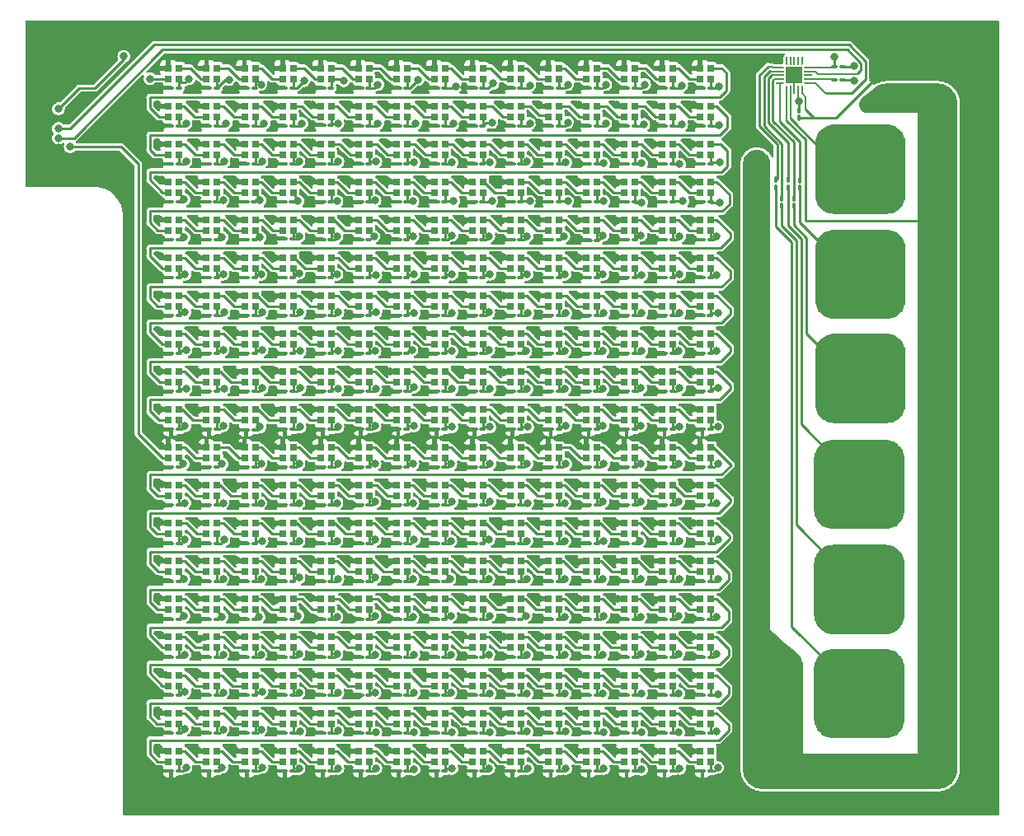
<source format=gbr>
%TF.GenerationSoftware,KiCad,Pcbnew,7.0.7*%
%TF.CreationDate,2023-12-11T13:03:46+01:00*%
%TF.ProjectId,flexAddressLedsV2,666c6578-4164-4647-9265-73734c656473,rev?*%
%TF.SameCoordinates,Original*%
%TF.FileFunction,Copper,L1,Top*%
%TF.FilePolarity,Positive*%
%FSLAX46Y46*%
G04 Gerber Fmt 4.6, Leading zero omitted, Abs format (unit mm)*
G04 Created by KiCad (PCBNEW 7.0.7) date 2023-12-11 13:03:46*
%MOMM*%
%LPD*%
G01*
G04 APERTURE LIST*
G04 Aperture macros list*
%AMRoundRect*
0 Rectangle with rounded corners*
0 $1 Rounding radius*
0 $2 $3 $4 $5 $6 $7 $8 $9 X,Y pos of 4 corners*
0 Add a 4 corners polygon primitive as box body*
4,1,4,$2,$3,$4,$5,$6,$7,$8,$9,$2,$3,0*
0 Add four circle primitives for the rounded corners*
1,1,$1+$1,$2,$3*
1,1,$1+$1,$4,$5*
1,1,$1+$1,$6,$7*
1,1,$1+$1,$8,$9*
0 Add four rect primitives between the rounded corners*
20,1,$1+$1,$2,$3,$4,$5,0*
20,1,$1+$1,$4,$5,$6,$7,0*
20,1,$1+$1,$6,$7,$8,$9,0*
20,1,$1+$1,$8,$9,$2,$3,0*%
%AMFreePoly0*
4,1,14,0.334644,0.085355,0.385355,0.034644,0.400000,-0.000711,0.400000,-0.050000,0.385355,-0.085355,0.350000,-0.100000,-0.350000,-0.100000,-0.385355,-0.085355,-0.400000,-0.050000,-0.400000,0.050000,-0.385355,0.085355,-0.350000,0.100000,0.299289,0.100000,0.334644,0.085355,0.334644,0.085355,$1*%
%AMFreePoly1*
4,1,14,0.385355,0.085355,0.400000,0.050000,0.400000,0.000711,0.385355,-0.034644,0.334644,-0.085355,0.299289,-0.100000,-0.350000,-0.100000,-0.385355,-0.085355,-0.400000,-0.050000,-0.400000,0.050000,-0.385355,0.085355,-0.350000,0.100000,0.350000,0.100000,0.385355,0.085355,0.385355,0.085355,$1*%
%AMFreePoly2*
4,1,14,0.085355,0.385355,0.100000,0.350000,0.100000,-0.350000,0.085355,-0.385355,0.050000,-0.400000,-0.050000,-0.400000,-0.085355,-0.385355,-0.100000,-0.350000,-0.100000,0.299289,-0.085355,0.334644,-0.034644,0.385355,0.000711,0.400000,0.050000,0.400000,0.085355,0.385355,0.085355,0.385355,$1*%
%AMFreePoly3*
4,1,14,0.034644,0.385355,0.085355,0.334644,0.100000,0.299289,0.100000,-0.350000,0.085355,-0.385355,0.050000,-0.400000,-0.050000,-0.400000,-0.085355,-0.385355,-0.100000,-0.350000,-0.100000,0.350000,-0.085355,0.385355,-0.050000,0.400000,-0.000711,0.400000,0.034644,0.385355,0.034644,0.385355,$1*%
%AMFreePoly4*
4,1,14,0.385355,0.085355,0.400000,0.050000,0.400000,-0.050000,0.385355,-0.085355,0.350000,-0.100000,-0.299289,-0.100000,-0.334644,-0.085355,-0.385355,-0.034644,-0.400000,0.000711,-0.400000,0.050000,-0.385355,0.085355,-0.350000,0.100000,0.350000,0.100000,0.385355,0.085355,0.385355,0.085355,$1*%
%AMFreePoly5*
4,1,14,0.385355,0.085355,0.400000,0.050000,0.400000,-0.050000,0.385355,-0.085355,0.350000,-0.100000,-0.350000,-0.100000,-0.385355,-0.085355,-0.400000,-0.050000,-0.400000,-0.000711,-0.385355,0.034644,-0.334644,0.085355,-0.299289,0.100000,0.350000,0.100000,0.385355,0.085355,0.385355,0.085355,$1*%
%AMFreePoly6*
4,1,14,0.085355,0.385355,0.100000,0.350000,0.100000,-0.299289,0.085355,-0.334644,0.034644,-0.385355,-0.000711,-0.400000,-0.050000,-0.400000,-0.085355,-0.385355,-0.100000,-0.350000,-0.100000,0.350000,-0.085355,0.385355,-0.050000,0.400000,0.050000,0.400000,0.085355,0.385355,0.085355,0.385355,$1*%
%AMFreePoly7*
4,1,14,0.085355,0.385355,0.100000,0.350000,0.100000,-0.350000,0.085355,-0.385355,0.050000,-0.400000,0.000711,-0.400000,-0.034644,-0.385355,-0.085355,-0.334644,-0.100000,-0.299289,-0.100000,0.350000,-0.085355,0.385355,-0.050000,0.400000,0.050000,0.400000,0.085355,0.385355,0.085355,0.385355,$1*%
G04 Aperture macros list end*
%TA.AperFunction,SMDPad,CuDef*%
%ADD10RoundRect,0.100000X-0.217500X-0.100000X0.217500X-0.100000X0.217500X0.100000X-0.217500X0.100000X0*%
%TD*%
%TA.AperFunction,SMDPad,CuDef*%
%ADD11R,0.700000X0.700000*%
%TD*%
%TA.AperFunction,SMDPad,CuDef*%
%ADD12RoundRect,0.100000X-0.100000X0.217500X-0.100000X-0.217500X0.100000X-0.217500X0.100000X0.217500X0*%
%TD*%
%TA.AperFunction,SMDPad,CuDef*%
%ADD13RoundRect,0.100000X0.100000X-0.217500X0.100000X0.217500X-0.100000X0.217500X-0.100000X-0.217500X0*%
%TD*%
%TA.AperFunction,SMDPad,CuDef*%
%ADD14FreePoly0,0.000000*%
%TD*%
%TA.AperFunction,SMDPad,CuDef*%
%ADD15RoundRect,0.050000X-0.350000X-0.050000X0.350000X-0.050000X0.350000X0.050000X-0.350000X0.050000X0*%
%TD*%
%TA.AperFunction,SMDPad,CuDef*%
%ADD16FreePoly1,0.000000*%
%TD*%
%TA.AperFunction,SMDPad,CuDef*%
%ADD17FreePoly2,0.000000*%
%TD*%
%TA.AperFunction,SMDPad,CuDef*%
%ADD18RoundRect,0.050000X-0.050000X-0.350000X0.050000X-0.350000X0.050000X0.350000X-0.050000X0.350000X0*%
%TD*%
%TA.AperFunction,SMDPad,CuDef*%
%ADD19FreePoly3,0.000000*%
%TD*%
%TA.AperFunction,SMDPad,CuDef*%
%ADD20FreePoly4,0.000000*%
%TD*%
%TA.AperFunction,SMDPad,CuDef*%
%ADD21FreePoly5,0.000000*%
%TD*%
%TA.AperFunction,SMDPad,CuDef*%
%ADD22FreePoly6,0.000000*%
%TD*%
%TA.AperFunction,SMDPad,CuDef*%
%ADD23FreePoly7,0.000000*%
%TD*%
%TA.AperFunction,SMDPad,CuDef*%
%ADD24R,1.700000X1.700000*%
%TD*%
%TA.AperFunction,ViaPad*%
%ADD25C,0.800000*%
%TD*%
%TA.AperFunction,Conductor*%
%ADD26C,0.250000*%
%TD*%
%TA.AperFunction,Conductor*%
%ADD27C,0.200000*%
%TD*%
G04 APERTURE END LIST*
D10*
%TO.P,C33,1*%
%TO.N,GNDD*%
X52642500Y-46050000D03*
%TO.P,C33,2*%
%TO.N,VCC*%
X53457500Y-46050000D03*
%TD*%
%TO.P,C166,1*%
%TO.N,GNDD*%
X44842500Y-81150000D03*
%TO.P,C166,2*%
%TO.N,VCC*%
X45657500Y-81150000D03*
%TD*%
%TO.P,C115,1*%
%TO.N,GNDD*%
X79942500Y-65550000D03*
%TO.P,C115,2*%
%TO.N,VCC*%
X80757500Y-65550000D03*
%TD*%
%TO.P,C210,1*%
%TO.N,GNDD*%
X99442500Y-88950000D03*
%TO.P,C210,2*%
%TO.N,VCC*%
X100257500Y-88950000D03*
%TD*%
D11*
%TO.P,IC1,1,DOUT*%
%TO.N,Net-(IC1-DOUT)*%
X45700000Y-36200000D03*
%TO.P,IC1,2,VDD*%
%TO.N,VCC*%
X45700000Y-37300000D03*
%TO.P,IC1,3,DIN*%
%TO.N,/IN_LED1*%
X44600000Y-37300000D03*
%TO.P,IC1,4,GND*%
%TO.N,GNDD*%
X44600000Y-36200000D03*
%TD*%
D10*
%TO.P,C214,1*%
%TO.N,GNDD*%
X56542500Y-92850000D03*
%TO.P,C214,2*%
%TO.N,VCC*%
X57357500Y-92850000D03*
%TD*%
%TO.P,C207,1*%
%TO.N,GNDD*%
X87742500Y-88950000D03*
%TO.P,C207,2*%
%TO.N,VCC*%
X88557500Y-88950000D03*
%TD*%
D11*
%TO.P,IC225,1,DOUT*%
%TO.N,/OUTROW15*%
X100300000Y-90800000D03*
%TO.P,IC225,2,VDD*%
%TO.N,VCC*%
X100300000Y-91900000D03*
%TO.P,IC225,3,DIN*%
%TO.N,Net-(IC224-DOUT)*%
X99200000Y-91900000D03*
%TO.P,IC225,4,GND*%
%TO.N,GNDD*%
X99200000Y-90800000D03*
%TD*%
D10*
%TO.P,C96,1*%
%TO.N,GNDD*%
X64342500Y-61650000D03*
%TO.P,C96,2*%
%TO.N,VCC*%
X65157500Y-61650000D03*
%TD*%
D11*
%TO.P,IC105,1,DOUT*%
%TO.N,/OUTROW7*%
X100300000Y-59600000D03*
%TO.P,IC105,2,VDD*%
%TO.N,VCC*%
X100300000Y-60700000D03*
%TO.P,IC105,3,DIN*%
%TO.N,Net-(IC104-DOUT)*%
X99200000Y-60700000D03*
%TO.P,IC105,4,GND*%
%TO.N,GNDD*%
X99200000Y-59600000D03*
%TD*%
%TO.P,IC170,1,DOUT*%
%TO.N,Net-(IC170-DOUT)*%
X61300000Y-79100000D03*
%TO.P,IC170,2,VDD*%
%TO.N,VCC*%
X61300000Y-80200000D03*
%TO.P,IC170,3,DIN*%
%TO.N,Net-(IC169-DOUT)*%
X60200000Y-80200000D03*
%TO.P,IC170,4,GND*%
%TO.N,GNDD*%
X60200000Y-79100000D03*
%TD*%
D10*
%TO.P,C187,1*%
%TO.N,GNDD*%
X68242500Y-85050000D03*
%TO.P,C187,2*%
%TO.N,VCC*%
X69057500Y-85050000D03*
%TD*%
D11*
%TO.P,IC66,1,DOUT*%
%TO.N,Net-(IC66-DOUT)*%
X65200000Y-51800000D03*
%TO.P,IC66,2,VDD*%
%TO.N,VCC*%
X65200000Y-52900000D03*
%TO.P,IC66,3,DIN*%
%TO.N,Net-(IC65-DOUT)*%
X64100000Y-52900000D03*
%TO.P,IC66,4,GND*%
%TO.N,GNDD*%
X64100000Y-51800000D03*
%TD*%
D10*
%TO.P,C195,1*%
%TO.N,GNDD*%
X99442500Y-85050000D03*
%TO.P,C195,2*%
%TO.N,VCC*%
X100257500Y-85050000D03*
%TD*%
D11*
%TO.P,IC167,1,DOUT*%
%TO.N,Net-(IC167-DOUT)*%
X49600000Y-79100000D03*
%TO.P,IC167,2,VDD*%
%TO.N,VCC*%
X49600000Y-80200000D03*
%TO.P,IC167,3,DIN*%
%TO.N,Net-(IC166-DOUT)*%
X48500000Y-80200000D03*
%TO.P,IC167,4,GND*%
%TO.N,GNDD*%
X48500000Y-79100000D03*
%TD*%
D10*
%TO.P,C43,1*%
%TO.N,GNDD*%
X91642500Y-46050000D03*
%TO.P,C43,2*%
%TO.N,VCC*%
X92457500Y-46050000D03*
%TD*%
%TO.P,C130,1*%
%TO.N,GNDD*%
X79942500Y-69450000D03*
%TO.P,C130,2*%
%TO.N,VCC*%
X80757500Y-69450000D03*
%TD*%
%TO.P,C159,1*%
%TO.N,GNDD*%
X76042500Y-77250000D03*
%TO.P,C159,2*%
%TO.N,VCC*%
X76857500Y-77250000D03*
%TD*%
D11*
%TO.P,IC226,1,DOUT*%
%TO.N,Net-(IC226-DOUT)*%
X45700000Y-94700000D03*
%TO.P,IC226,2,VDD*%
%TO.N,VCC*%
X45700000Y-95800000D03*
%TO.P,IC226,3,DIN*%
%TO.N,/OUTROW15*%
X44600000Y-95800000D03*
%TO.P,IC226,4,GND*%
%TO.N,GNDD*%
X44600000Y-94700000D03*
%TD*%
%TO.P,IC132,1,DOUT*%
%TO.N,Net-(IC132-DOUT)*%
X88600000Y-67400000D03*
%TO.P,IC132,2,VDD*%
%TO.N,VCC*%
X88600000Y-68500000D03*
%TO.P,IC132,3,DIN*%
%TO.N,Net-(IC131-DOUT)*%
X87500000Y-68500000D03*
%TO.P,IC132,4,GND*%
%TO.N,GNDD*%
X87500000Y-67400000D03*
%TD*%
%TO.P,IC56,1,DOUT*%
%TO.N,Net-(IC56-DOUT)*%
X84700000Y-47900000D03*
%TO.P,IC56,2,VDD*%
%TO.N,VCC*%
X84700000Y-49000000D03*
%TO.P,IC56,3,DIN*%
%TO.N,Net-(IC55-DOUT)*%
X83600000Y-49000000D03*
%TO.P,IC56,4,GND*%
%TO.N,GNDD*%
X83600000Y-47900000D03*
%TD*%
D10*
%TO.P,C53,1*%
%TO.N,GNDD*%
X72142500Y-49950000D03*
%TO.P,C53,2*%
%TO.N,VCC*%
X72957500Y-49950000D03*
%TD*%
D11*
%TO.P,IC275,1,DOUT*%
%TO.N,Net-(IC275-DOUT)*%
X61300000Y-106400000D03*
%TO.P,IC275,2,VDD*%
%TO.N,VCC*%
X61300000Y-107500000D03*
%TO.P,IC275,3,DIN*%
%TO.N,Net-(IC274-DOUT)*%
X60200000Y-107500000D03*
%TO.P,IC275,4,GND*%
%TO.N,GNDD*%
X60200000Y-106400000D03*
%TD*%
D10*
%TO.P,C223,1*%
%TO.N,GNDD*%
X91642500Y-92850000D03*
%TO.P,C223,2*%
%TO.N,VCC*%
X92457500Y-92850000D03*
%TD*%
%TO.P,C38,1*%
%TO.N,GNDD*%
X72142500Y-46050000D03*
%TO.P,C38,2*%
%TO.N,VCC*%
X72957500Y-46050000D03*
%TD*%
D11*
%TO.P,IC121,1,DOUT*%
%TO.N,Net-(IC121-DOUT)*%
X45700000Y-67400000D03*
%TO.P,IC121,2,VDD*%
%TO.N,VCC*%
X45700000Y-68500000D03*
%TO.P,IC121,3,DIN*%
%TO.N,/OUTROW8*%
X44600000Y-68500000D03*
%TO.P,IC121,4,GND*%
%TO.N,GNDD*%
X44600000Y-67400000D03*
%TD*%
D10*
%TO.P,C55,1*%
%TO.N,GNDD*%
X79942500Y-49950000D03*
%TO.P,C55,2*%
%TO.N,VCC*%
X80757500Y-49950000D03*
%TD*%
%TO.P,C144,1*%
%TO.N,GNDD*%
X76042500Y-73350000D03*
%TO.P,C144,2*%
%TO.N,VCC*%
X76857500Y-73350000D03*
%TD*%
%TO.P,C133,1*%
%TO.N,GNDD*%
X91642500Y-69450000D03*
%TO.P,C133,2*%
%TO.N,VCC*%
X92457500Y-69450000D03*
%TD*%
D11*
%TO.P,IC29,1,DOUT*%
%TO.N,Net-(IC29-DOUT)*%
X96400000Y-40100000D03*
%TO.P,IC29,2,VDD*%
%TO.N,VCC*%
X96400000Y-41200000D03*
%TO.P,IC29,3,DIN*%
%TO.N,Net-(IC28-DOUT)*%
X95300000Y-41200000D03*
%TO.P,IC29,4,GND*%
%TO.N,GNDD*%
X95300000Y-40100000D03*
%TD*%
%TO.P,IC189,1,DOUT*%
%TO.N,Net-(IC189-DOUT)*%
X76900000Y-83000000D03*
%TO.P,IC189,2,VDD*%
%TO.N,VCC*%
X76900000Y-84100000D03*
%TO.P,IC189,3,DIN*%
%TO.N,Net-(IC188-DOUT)*%
X75800000Y-84100000D03*
%TO.P,IC189,4,GND*%
%TO.N,GNDD*%
X75800000Y-83000000D03*
%TD*%
%TO.P,IC253,1,DOUT*%
%TO.N,Net-(IC253-DOUT)*%
X92500000Y-98600000D03*
%TO.P,IC253,2,VDD*%
%TO.N,VCC*%
X92500000Y-99700000D03*
%TO.P,IC253,3,DIN*%
%TO.N,Net-(IC252-DOUT)*%
X91400000Y-99700000D03*
%TO.P,IC253,4,GND*%
%TO.N,GNDD*%
X91400000Y-98600000D03*
%TD*%
D10*
%TO.P,C54,1*%
%TO.N,GNDD*%
X76042500Y-49950000D03*
%TO.P,C54,2*%
%TO.N,VCC*%
X76857500Y-49950000D03*
%TD*%
D11*
%TO.P,IC123,1,DOUT*%
%TO.N,Net-(IC123-DOUT)*%
X53500000Y-67400000D03*
%TO.P,IC123,2,VDD*%
%TO.N,VCC*%
X53500000Y-68500000D03*
%TO.P,IC123,3,DIN*%
%TO.N,Net-(IC122-DOUT)*%
X52400000Y-68500000D03*
%TO.P,IC123,4,GND*%
%TO.N,GNDD*%
X52400000Y-67400000D03*
%TD*%
D10*
%TO.P,C32,1*%
%TO.N,GNDD*%
X48742500Y-46050000D03*
%TO.P,C32,2*%
%TO.N,VCC*%
X49557500Y-46050000D03*
%TD*%
%TO.P,C113,1*%
%TO.N,GNDD*%
X72142500Y-65550000D03*
%TO.P,C113,2*%
%TO.N,VCC*%
X72957500Y-65550000D03*
%TD*%
D11*
%TO.P,IC206,1,DOUT*%
%TO.N,Net-(IC206-DOUT)*%
X84700000Y-86900000D03*
%TO.P,IC206,2,VDD*%
%TO.N,VCC*%
X84700000Y-88000000D03*
%TO.P,IC206,3,DIN*%
%TO.N,Net-(IC205-DOUT)*%
X83600000Y-88000000D03*
%TO.P,IC206,4,GND*%
%TO.N,GNDD*%
X83600000Y-86900000D03*
%TD*%
D10*
%TO.P,C6,1*%
%TO.N,GNDD*%
X64342500Y-38250000D03*
%TO.P,C6,2*%
%TO.N,VCC*%
X65157500Y-38250000D03*
%TD*%
D11*
%TO.P,IC95,1,DOUT*%
%TO.N,Net-(IC95-DOUT)*%
X61300000Y-59600000D03*
%TO.P,IC95,2,VDD*%
%TO.N,VCC*%
X61300000Y-60700000D03*
%TO.P,IC95,3,DIN*%
%TO.N,Net-(IC94-DOUT)*%
X60200000Y-60700000D03*
%TO.P,IC95,4,GND*%
%TO.N,GNDD*%
X60200000Y-59600000D03*
%TD*%
D10*
%TO.P,C169,1*%
%TO.N,GNDD*%
X56542500Y-81150000D03*
%TO.P,C169,2*%
%TO.N,VCC*%
X57357500Y-81150000D03*
%TD*%
%TO.P,C225,1*%
%TO.N,GNDD*%
X99342500Y-92850000D03*
%TO.P,C225,2*%
%TO.N,VCC*%
X100157500Y-92850000D03*
%TD*%
D11*
%TO.P,IC37,1,DOUT*%
%TO.N,Net-(IC37-DOUT)*%
X69100000Y-44000000D03*
%TO.P,IC37,2,VDD*%
%TO.N,VCC*%
X69100000Y-45100000D03*
%TO.P,IC37,3,DIN*%
%TO.N,Net-(IC36-DOUT)*%
X68000000Y-45100000D03*
%TO.P,IC37,4,GND*%
%TO.N,GNDD*%
X68000000Y-44000000D03*
%TD*%
%TO.P,IC205,1,DOUT*%
%TO.N,Net-(IC205-DOUT)*%
X80800000Y-86900000D03*
%TO.P,IC205,2,VDD*%
%TO.N,VCC*%
X80800000Y-88000000D03*
%TO.P,IC205,3,DIN*%
%TO.N,Net-(IC204-DOUT)*%
X79700000Y-88000000D03*
%TO.P,IC205,4,GND*%
%TO.N,GNDD*%
X79700000Y-86900000D03*
%TD*%
D10*
%TO.P,C161,1*%
%TO.N,GNDD*%
X83842500Y-77250000D03*
%TO.P,C161,2*%
%TO.N,VCC*%
X84657500Y-77250000D03*
%TD*%
%TO.P,C240,1*%
%TO.N,GNDD*%
X99442500Y-96750000D03*
%TO.P,C240,2*%
%TO.N,VCC*%
X100257500Y-96750000D03*
%TD*%
D11*
%TO.P,IC185,1,DOUT*%
%TO.N,Net-(IC185-DOUT)*%
X61300000Y-83000000D03*
%TO.P,IC185,2,VDD*%
%TO.N,VCC*%
X61300000Y-84100000D03*
%TO.P,IC185,3,DIN*%
%TO.N,Net-(IC184-DOUT)*%
X60200000Y-84100000D03*
%TO.P,IC185,4,GND*%
%TO.N,GNDD*%
X60200000Y-83000000D03*
%TD*%
D10*
%TO.P,C5,1*%
%TO.N,GNDD*%
X60442500Y-38250000D03*
%TO.P,C5,2*%
%TO.N,VCC*%
X61257500Y-38250000D03*
%TD*%
D11*
%TO.P,IC243,1,DOUT*%
%TO.N,Net-(IC243-DOUT)*%
X53500000Y-98600000D03*
%TO.P,IC243,2,VDD*%
%TO.N,VCC*%
X53500000Y-99700000D03*
%TO.P,IC243,3,DIN*%
%TO.N,Net-(IC242-DOUT)*%
X52400000Y-99700000D03*
%TO.P,IC243,4,GND*%
%TO.N,GNDD*%
X52400000Y-98600000D03*
%TD*%
%TO.P,IC166,1,DOUT*%
%TO.N,Net-(IC166-DOUT)*%
X45700000Y-79100000D03*
%TO.P,IC166,2,VDD*%
%TO.N,VCC*%
X45700000Y-80200000D03*
%TO.P,IC166,3,DIN*%
%TO.N,/OUTROW11*%
X44600000Y-80200000D03*
%TO.P,IC166,4,GND*%
%TO.N,GNDD*%
X44600000Y-79100000D03*
%TD*%
D10*
%TO.P,C216,1*%
%TO.N,GNDD*%
X64342500Y-92850000D03*
%TO.P,C216,2*%
%TO.N,VCC*%
X65157500Y-92850000D03*
%TD*%
%TO.P,C269,1*%
%TO.N,GNDD*%
X95542500Y-104550000D03*
%TO.P,C269,2*%
%TO.N,VCC*%
X96357500Y-104550000D03*
%TD*%
D11*
%TO.P,IC30,1,DOUT*%
%TO.N,/OUTROW2*%
X100300000Y-40100000D03*
%TO.P,IC30,2,VDD*%
%TO.N,VCC*%
X100300000Y-41200000D03*
%TO.P,IC30,3,DIN*%
%TO.N,Net-(IC29-DOUT)*%
X99200000Y-41200000D03*
%TO.P,IC30,4,GND*%
%TO.N,GNDD*%
X99200000Y-40100000D03*
%TD*%
D10*
%TO.P,C24,1*%
%TO.N,GNDD*%
X76042500Y-42150000D03*
%TO.P,C24,2*%
%TO.N,VCC*%
X76857500Y-42150000D03*
%TD*%
%TO.P,C12,1*%
%TO.N,GNDD*%
X87742500Y-38250000D03*
%TO.P,C12,2*%
%TO.N,VCC*%
X88557500Y-38250000D03*
%TD*%
%TO.P,C188,1*%
%TO.N,GNDD*%
X72142500Y-85050000D03*
%TO.P,C188,2*%
%TO.N,VCC*%
X72957500Y-85050000D03*
%TD*%
D11*
%TO.P,IC25,1,DOUT*%
%TO.N,Net-(IC25-DOUT)*%
X80800000Y-40100000D03*
%TO.P,IC25,2,VDD*%
%TO.N,VCC*%
X80800000Y-41200000D03*
%TO.P,IC25,3,DIN*%
%TO.N,Net-(IC24-DOUT)*%
X79700000Y-41200000D03*
%TO.P,IC25,4,GND*%
%TO.N,GNDD*%
X79700000Y-40100000D03*
%TD*%
D10*
%TO.P,C78,1*%
%TO.N,GNDD*%
X52642500Y-57750000D03*
%TO.P,C78,2*%
%TO.N,VCC*%
X53457500Y-57750000D03*
%TD*%
D11*
%TO.P,IC198,1,DOUT*%
%TO.N,Net-(IC198-DOUT)*%
X53500000Y-86900000D03*
%TO.P,IC198,2,VDD*%
%TO.N,VCC*%
X53500000Y-88000000D03*
%TO.P,IC198,3,DIN*%
%TO.N,Net-(IC197-DOUT)*%
X52400000Y-88000000D03*
%TO.P,IC198,4,GND*%
%TO.N,GNDD*%
X52400000Y-86900000D03*
%TD*%
D10*
%TO.P,C50,1*%
%TO.N,GNDD*%
X60442500Y-49950000D03*
%TO.P,C50,2*%
%TO.N,VCC*%
X61257500Y-49950000D03*
%TD*%
D11*
%TO.P,IC48,1,DOUT*%
%TO.N,Net-(IC48-DOUT)*%
X53500000Y-47900000D03*
%TO.P,IC48,2,VDD*%
%TO.N,VCC*%
X53500000Y-49000000D03*
%TO.P,IC48,3,DIN*%
%TO.N,Net-(IC47-DOUT)*%
X52400000Y-49000000D03*
%TO.P,IC48,4,GND*%
%TO.N,GNDD*%
X52400000Y-47900000D03*
%TD*%
D10*
%TO.P,C41,1*%
%TO.N,GNDD*%
X83842500Y-46050000D03*
%TO.P,C41,2*%
%TO.N,VCC*%
X84657500Y-46050000D03*
%TD*%
D11*
%TO.P,IC238,1,DOUT*%
%TO.N,Net-(IC238-DOUT)*%
X92500000Y-94700000D03*
%TO.P,IC238,2,VDD*%
%TO.N,VCC*%
X92500000Y-95800000D03*
%TO.P,IC238,3,DIN*%
%TO.N,Net-(IC237-DOUT)*%
X91400000Y-95800000D03*
%TO.P,IC238,4,GND*%
%TO.N,GNDD*%
X91400000Y-94700000D03*
%TD*%
%TO.P,IC5,1,DOUT*%
%TO.N,Net-(IC5-DOUT)*%
X61300000Y-36200000D03*
%TO.P,IC5,2,VDD*%
%TO.N,VCC*%
X61300000Y-37300000D03*
%TO.P,IC5,3,DIN*%
%TO.N,Net-(IC4-DOUT)*%
X60200000Y-37300000D03*
%TO.P,IC5,4,GND*%
%TO.N,GNDD*%
X60200000Y-36200000D03*
%TD*%
%TO.P,IC143,1,DOUT*%
%TO.N,Net-(IC143-DOUT)*%
X73000000Y-71300000D03*
%TO.P,IC143,2,VDD*%
%TO.N,VCC*%
X73000000Y-72400000D03*
%TO.P,IC143,3,DIN*%
%TO.N,Net-(IC142-DOUT)*%
X71900000Y-72400000D03*
%TO.P,IC143,4,GND*%
%TO.N,GNDD*%
X71900000Y-71300000D03*
%TD*%
D10*
%TO.P,C260,1*%
%TO.N,GNDD*%
X60442500Y-104550000D03*
%TO.P,C260,2*%
%TO.N,VCC*%
X61257500Y-104550000D03*
%TD*%
%TO.P,C49,1*%
%TO.N,GNDD*%
X56492500Y-49950000D03*
%TO.P,C49,2*%
%TO.N,VCC*%
X57307500Y-49950000D03*
%TD*%
%TO.P,C128,1*%
%TO.N,GNDD*%
X72142500Y-69450000D03*
%TO.P,C128,2*%
%TO.N,VCC*%
X72957500Y-69450000D03*
%TD*%
D11*
%TO.P,IC42,1,DOUT*%
%TO.N,Net-(IC42-DOUT)*%
X88600000Y-44000000D03*
%TO.P,IC42,2,VDD*%
%TO.N,VCC*%
X88600000Y-45100000D03*
%TO.P,IC42,3,DIN*%
%TO.N,Net-(IC41-DOUT)*%
X87500000Y-45100000D03*
%TO.P,IC42,4,GND*%
%TO.N,GNDD*%
X87500000Y-44000000D03*
%TD*%
D10*
%TO.P,C44,1*%
%TO.N,GNDD*%
X95542500Y-46050000D03*
%TO.P,C44,2*%
%TO.N,VCC*%
X96357500Y-46050000D03*
%TD*%
%TO.P,C99,1*%
%TO.N,GNDD*%
X76042500Y-61650000D03*
%TO.P,C99,2*%
%TO.N,VCC*%
X76857500Y-61650000D03*
%TD*%
D11*
%TO.P,IC45,1,DOUT*%
%TO.N,/OUTROW3*%
X100300000Y-44000000D03*
%TO.P,IC45,2,VDD*%
%TO.N,VCC*%
X100300000Y-45100000D03*
%TO.P,IC45,3,DIN*%
%TO.N,Net-(IC44-DOUT)*%
X99200000Y-45100000D03*
%TO.P,IC45,4,GND*%
%TO.N,GNDD*%
X99200000Y-44000000D03*
%TD*%
%TO.P,IC106,1,DOUT*%
%TO.N,Net-(IC106-DOUT)*%
X45700000Y-63500000D03*
%TO.P,IC106,2,VDD*%
%TO.N,VCC*%
X45700000Y-64600000D03*
%TO.P,IC106,3,DIN*%
%TO.N,/OUTROW7*%
X44600000Y-64600000D03*
%TO.P,IC106,4,GND*%
%TO.N,GNDD*%
X44600000Y-63500000D03*
%TD*%
%TO.P,IC193,1,DOUT*%
%TO.N,Net-(IC193-DOUT)*%
X92500000Y-83000000D03*
%TO.P,IC193,2,VDD*%
%TO.N,VCC*%
X92500000Y-84100000D03*
%TO.P,IC193,3,DIN*%
%TO.N,Net-(IC192-DOUT)*%
X91400000Y-84100000D03*
%TO.P,IC193,4,GND*%
%TO.N,GNDD*%
X91400000Y-83000000D03*
%TD*%
%TO.P,IC160,1,DOUT*%
%TO.N,Net-(IC160-DOUT)*%
X80800000Y-75200000D03*
%TO.P,IC160,2,VDD*%
%TO.N,VCC*%
X80800000Y-76300000D03*
%TO.P,IC160,3,DIN*%
%TO.N,Net-(IC159-DOUT)*%
X79700000Y-76300000D03*
%TO.P,IC160,4,GND*%
%TO.N,GNDD*%
X79700000Y-75200000D03*
%TD*%
D10*
%TO.P,C117,1*%
%TO.N,GNDD*%
X87742500Y-65550000D03*
%TO.P,C117,2*%
%TO.N,VCC*%
X88557500Y-65550000D03*
%TD*%
%TO.P,C56,1*%
%TO.N,GNDD*%
X83842500Y-49950000D03*
%TO.P,C56,2*%
%TO.N,VCC*%
X84657500Y-49950000D03*
%TD*%
D12*
%TO.P,R3,1*%
%TO.N,Net-(IC286-KEY5)*%
X107600000Y-49592500D03*
%TO.P,R3,2*%
%TO.N,/KEY5*%
X107600000Y-50407500D03*
%TD*%
D10*
%TO.P,C237,1*%
%TO.N,GNDD*%
X87742500Y-96750000D03*
%TO.P,C237,2*%
%TO.N,VCC*%
X88557500Y-96750000D03*
%TD*%
D11*
%TO.P,IC204,1,DOUT*%
%TO.N,Net-(IC204-DOUT)*%
X76900000Y-86900000D03*
%TO.P,IC204,2,VDD*%
%TO.N,VCC*%
X76900000Y-88000000D03*
%TO.P,IC204,3,DIN*%
%TO.N,Net-(IC203-DOUT)*%
X75800000Y-88000000D03*
%TO.P,IC204,4,GND*%
%TO.N,GNDD*%
X75800000Y-86900000D03*
%TD*%
%TO.P,IC72,1,DOUT*%
%TO.N,Net-(IC72-DOUT)*%
X88600000Y-51800000D03*
%TO.P,IC72,2,VDD*%
%TO.N,VCC*%
X88600000Y-52900000D03*
%TO.P,IC72,3,DIN*%
%TO.N,Net-(IC71-DOUT)*%
X87500000Y-52900000D03*
%TO.P,IC72,4,GND*%
%TO.N,GNDD*%
X87500000Y-51800000D03*
%TD*%
%TO.P,IC212,1,DOUT*%
%TO.N,Net-(IC212-DOUT)*%
X49600000Y-90800000D03*
%TO.P,IC212,2,VDD*%
%TO.N,VCC*%
X49600000Y-91900000D03*
%TO.P,IC212,3,DIN*%
%TO.N,Net-(IC211-DOUT)*%
X48500000Y-91900000D03*
%TO.P,IC212,4,GND*%
%TO.N,GNDD*%
X48500000Y-90800000D03*
%TD*%
%TO.P,IC279,1,DOUT*%
%TO.N,Net-(IC279-DOUT)*%
X76900000Y-106400000D03*
%TO.P,IC279,2,VDD*%
%TO.N,VCC*%
X76900000Y-107500000D03*
%TO.P,IC279,3,DIN*%
%TO.N,Net-(IC278-DOUT)*%
X75800000Y-107500000D03*
%TO.P,IC279,4,GND*%
%TO.N,GNDD*%
X75800000Y-106400000D03*
%TD*%
D10*
%TO.P,C165,1*%
%TO.N,GNDD*%
X99442500Y-77250000D03*
%TO.P,C165,2*%
%TO.N,VCC*%
X100257500Y-77250000D03*
%TD*%
%TO.P,C1,1*%
%TO.N,GNDD*%
X44835000Y-38250000D03*
%TO.P,C1,2*%
%TO.N,VCC*%
X45650000Y-38250000D03*
%TD*%
%TO.P,C114,1*%
%TO.N,GNDD*%
X76042500Y-65550000D03*
%TO.P,C114,2*%
%TO.N,VCC*%
X76857500Y-65550000D03*
%TD*%
%TO.P,C63,1*%
%TO.N,GNDD*%
X52642500Y-53850000D03*
%TO.P,C63,2*%
%TO.N,VCC*%
X53457500Y-53850000D03*
%TD*%
%TO.P,C180,1*%
%TO.N,GNDD*%
X99442500Y-81150000D03*
%TO.P,C180,2*%
%TO.N,VCC*%
X100257500Y-81150000D03*
%TD*%
D11*
%TO.P,IC161,1,DOUT*%
%TO.N,Net-(IC161-DOUT)*%
X84700000Y-75200000D03*
%TO.P,IC161,2,VDD*%
%TO.N,VCC*%
X84700000Y-76300000D03*
%TO.P,IC161,3,DIN*%
%TO.N,Net-(IC160-DOUT)*%
X83600000Y-76300000D03*
%TO.P,IC161,4,GND*%
%TO.N,GNDD*%
X83600000Y-75200000D03*
%TD*%
D10*
%TO.P,C221,1*%
%TO.N,GNDD*%
X83842500Y-92850000D03*
%TO.P,C221,2*%
%TO.N,VCC*%
X84657500Y-92850000D03*
%TD*%
D11*
%TO.P,IC229,1,DOUT*%
%TO.N,Net-(IC229-DOUT)*%
X57400000Y-94700000D03*
%TO.P,IC229,2,VDD*%
%TO.N,VCC*%
X57400000Y-95800000D03*
%TO.P,IC229,3,DIN*%
%TO.N,Net-(IC228-DOUT)*%
X56300000Y-95800000D03*
%TO.P,IC229,4,GND*%
%TO.N,GNDD*%
X56300000Y-94700000D03*
%TD*%
%TO.P,IC165,1,DOUT*%
%TO.N,/OUTROW11*%
X100300000Y-75200000D03*
%TO.P,IC165,2,VDD*%
%TO.N,VCC*%
X100300000Y-76300000D03*
%TO.P,IC165,3,DIN*%
%TO.N,Net-(IC164-DOUT)*%
X99200000Y-76300000D03*
%TO.P,IC165,4,GND*%
%TO.N,GNDD*%
X99200000Y-75200000D03*
%TD*%
%TO.P,IC9,1,DOUT*%
%TO.N,Net-(IC10-DIN)*%
X76900000Y-36200000D03*
%TO.P,IC9,2,VDD*%
%TO.N,VCC*%
X76900000Y-37300000D03*
%TO.P,IC9,3,DIN*%
%TO.N,Net-(IC8-DOUT)*%
X75800000Y-37300000D03*
%TO.P,IC9,4,GND*%
%TO.N,GNDD*%
X75800000Y-36200000D03*
%TD*%
%TO.P,IC188,1,DOUT*%
%TO.N,Net-(IC188-DOUT)*%
X73000000Y-83000000D03*
%TO.P,IC188,2,VDD*%
%TO.N,VCC*%
X73000000Y-84100000D03*
%TO.P,IC188,3,DIN*%
%TO.N,Net-(IC187-DOUT)*%
X71900000Y-84100000D03*
%TO.P,IC188,4,GND*%
%TO.N,GNDD*%
X71900000Y-83000000D03*
%TD*%
D10*
%TO.P,C217,1*%
%TO.N,GNDD*%
X68242500Y-92850000D03*
%TO.P,C217,2*%
%TO.N,VCC*%
X69057500Y-92850000D03*
%TD*%
%TO.P,C57,1*%
%TO.N,GNDD*%
X87742500Y-49950000D03*
%TO.P,C57,2*%
%TO.N,VCC*%
X88557500Y-49950000D03*
%TD*%
%TO.P,C88,1*%
%TO.N,GNDD*%
X91642500Y-57750000D03*
%TO.P,C88,2*%
%TO.N,VCC*%
X92457500Y-57750000D03*
%TD*%
D11*
%TO.P,IC14,1,DOUT*%
%TO.N,Net-(IC14-DOUT)*%
X96400000Y-36200000D03*
%TO.P,IC14,2,VDD*%
%TO.N,VCC*%
X96400000Y-37300000D03*
%TO.P,IC14,3,DIN*%
%TO.N,Net-(IC13-DOUT)*%
X95300000Y-37300000D03*
%TO.P,IC14,4,GND*%
%TO.N,GNDD*%
X95300000Y-36200000D03*
%TD*%
D10*
%TO.P,C280,1*%
%TO.N,GNDD*%
X79942500Y-108450000D03*
%TO.P,C280,2*%
%TO.N,VCC*%
X80757500Y-108450000D03*
%TD*%
%TO.P,C17,1*%
%TO.N,GNDD*%
X48742500Y-42150000D03*
%TO.P,C17,2*%
%TO.N,VCC*%
X49557500Y-42150000D03*
%TD*%
D11*
%TO.P,IC111,1,DOUT*%
%TO.N,Net-(IC111-DOUT)*%
X65200000Y-63500000D03*
%TO.P,IC111,2,VDD*%
%TO.N,VCC*%
X65200000Y-64600000D03*
%TO.P,IC111,3,DIN*%
%TO.N,Net-(IC110-DOUT)*%
X64100000Y-64600000D03*
%TO.P,IC111,4,GND*%
%TO.N,GNDD*%
X64100000Y-63500000D03*
%TD*%
D10*
%TO.P,C4,1*%
%TO.N,GNDD*%
X56542500Y-38250000D03*
%TO.P,C4,2*%
%TO.N,VCC*%
X57357500Y-38250000D03*
%TD*%
D11*
%TO.P,IC218,1,DOUT*%
%TO.N,Net-(IC218-DOUT)*%
X73000000Y-90800000D03*
%TO.P,IC218,2,VDD*%
%TO.N,VCC*%
X73000000Y-91900000D03*
%TO.P,IC218,3,DIN*%
%TO.N,Net-(IC217-DOUT)*%
X71900000Y-91900000D03*
%TO.P,IC218,4,GND*%
%TO.N,GNDD*%
X71900000Y-90800000D03*
%TD*%
D10*
%TO.P,C192,1*%
%TO.N,GNDD*%
X87742500Y-85050000D03*
%TO.P,C192,2*%
%TO.N,VCC*%
X88557500Y-85050000D03*
%TD*%
D11*
%TO.P,IC171,1,DOUT*%
%TO.N,Net-(IC171-DOUT)*%
X65200000Y-79100000D03*
%TO.P,IC171,2,VDD*%
%TO.N,VCC*%
X65200000Y-80200000D03*
%TO.P,IC171,3,DIN*%
%TO.N,Net-(IC170-DOUT)*%
X64100000Y-80200000D03*
%TO.P,IC171,4,GND*%
%TO.N,GNDD*%
X64100000Y-79100000D03*
%TD*%
%TO.P,IC85,1,DOUT*%
%TO.N,Net-(IC85-DOUT)*%
X80800000Y-55700000D03*
%TO.P,IC85,2,VDD*%
%TO.N,VCC*%
X80800000Y-56800000D03*
%TO.P,IC85,3,DIN*%
%TO.N,Net-(IC84-DOUT)*%
X79700000Y-56800000D03*
%TO.P,IC85,4,GND*%
%TO.N,GNDD*%
X79700000Y-55700000D03*
%TD*%
D10*
%TO.P,C125,1*%
%TO.N,GNDD*%
X60442500Y-69450000D03*
%TO.P,C125,2*%
%TO.N,VCC*%
X61257500Y-69450000D03*
%TD*%
%TO.P,C40,1*%
%TO.N,GNDD*%
X79942500Y-46050000D03*
%TO.P,C40,2*%
%TO.N,VCC*%
X80757500Y-46050000D03*
%TD*%
D11*
%TO.P,IC269,1,DOUT*%
%TO.N,Net-(IC269-DOUT)*%
X96400000Y-102500000D03*
%TO.P,IC269,2,VDD*%
%TO.N,VCC*%
X96400000Y-103600000D03*
%TO.P,IC269,3,DIN*%
%TO.N,Net-(IC268-DOUT)*%
X95300000Y-103600000D03*
%TO.P,IC269,4,GND*%
%TO.N,GNDD*%
X95300000Y-102500000D03*
%TD*%
%TO.P,IC277,1,DOUT*%
%TO.N,Net-(IC277-DOUT)*%
X69100000Y-106400000D03*
%TO.P,IC277,2,VDD*%
%TO.N,VCC*%
X69100000Y-107500000D03*
%TO.P,IC277,3,DIN*%
%TO.N,Net-(IC276-DOUT)*%
X68000000Y-107500000D03*
%TO.P,IC277,4,GND*%
%TO.N,GNDD*%
X68000000Y-106400000D03*
%TD*%
%TO.P,IC264,1,DOUT*%
%TO.N,Net-(IC264-DOUT)*%
X76900000Y-102500000D03*
%TO.P,IC264,2,VDD*%
%TO.N,VCC*%
X76900000Y-103600000D03*
%TO.P,IC264,3,DIN*%
%TO.N,Net-(IC263-DOUT)*%
X75800000Y-103600000D03*
%TO.P,IC264,4,GND*%
%TO.N,GNDD*%
X75800000Y-102500000D03*
%TD*%
D10*
%TO.P,C176,1*%
%TO.N,GNDD*%
X83842500Y-81150000D03*
%TO.P,C176,2*%
%TO.N,VCC*%
X84657500Y-81150000D03*
%TD*%
%TO.P,C116,1*%
%TO.N,GNDD*%
X83842500Y-65550000D03*
%TO.P,C116,2*%
%TO.N,VCC*%
X84657500Y-65550000D03*
%TD*%
%TO.P,C126,1*%
%TO.N,GNDD*%
X64342500Y-69450000D03*
%TO.P,C126,2*%
%TO.N,VCC*%
X65157500Y-69450000D03*
%TD*%
D11*
%TO.P,IC129,1,DOUT*%
%TO.N,Net-(IC129-DOUT)*%
X76900000Y-67400000D03*
%TO.P,IC129,2,VDD*%
%TO.N,VCC*%
X76900000Y-68500000D03*
%TO.P,IC129,3,DIN*%
%TO.N,Net-(IC128-DOUT)*%
X75800000Y-68500000D03*
%TO.P,IC129,4,GND*%
%TO.N,GNDD*%
X75800000Y-67400000D03*
%TD*%
D10*
%TO.P,C111,1*%
%TO.N,GNDD*%
X64342500Y-65550000D03*
%TO.P,C111,2*%
%TO.N,VCC*%
X65157500Y-65550000D03*
%TD*%
D11*
%TO.P,IC93,1,DOUT*%
%TO.N,Net-(IC93-DOUT)*%
X53500000Y-59600000D03*
%TO.P,IC93,2,VDD*%
%TO.N,VCC*%
X53500000Y-60700000D03*
%TO.P,IC93,3,DIN*%
%TO.N,Net-(IC92-DOUT)*%
X52400000Y-60700000D03*
%TO.P,IC93,4,GND*%
%TO.N,GNDD*%
X52400000Y-59600000D03*
%TD*%
D10*
%TO.P,C106,1*%
%TO.N,GNDD*%
X44842500Y-65550000D03*
%TO.P,C106,2*%
%TO.N,VCC*%
X45657500Y-65550000D03*
%TD*%
D11*
%TO.P,IC146,1,DOUT*%
%TO.N,Net-(IC146-DOUT)*%
X84700000Y-71300000D03*
%TO.P,IC146,2,VDD*%
%TO.N,VCC*%
X84700000Y-72400000D03*
%TO.P,IC146,3,DIN*%
%TO.N,Net-(IC145-DOUT)*%
X83600000Y-72400000D03*
%TO.P,IC146,4,GND*%
%TO.N,GNDD*%
X83600000Y-71300000D03*
%TD*%
%TO.P,IC281,1,DOUT*%
%TO.N,Net-(IC281-DOUT)*%
X84700000Y-106400000D03*
%TO.P,IC281,2,VDD*%
%TO.N,VCC*%
X84700000Y-107500000D03*
%TO.P,IC281,3,DIN*%
%TO.N,Net-(IC280-DOUT)*%
X83600000Y-107500000D03*
%TO.P,IC281,4,GND*%
%TO.N,GNDD*%
X83600000Y-106400000D03*
%TD*%
%TO.P,IC190,1,DOUT*%
%TO.N,Net-(IC190-DOUT)*%
X80800000Y-83000000D03*
%TO.P,IC190,2,VDD*%
%TO.N,VCC*%
X80800000Y-84100000D03*
%TO.P,IC190,3,DIN*%
%TO.N,Net-(IC189-DOUT)*%
X79700000Y-84100000D03*
%TO.P,IC190,4,GND*%
%TO.N,GNDD*%
X79700000Y-83000000D03*
%TD*%
D10*
%TO.P,C82,1*%
%TO.N,GNDD*%
X68242500Y-57750000D03*
%TO.P,C82,2*%
%TO.N,VCC*%
X69057500Y-57750000D03*
%TD*%
%TO.P,C84,1*%
%TO.N,GNDD*%
X76042500Y-57750000D03*
%TO.P,C84,2*%
%TO.N,VCC*%
X76857500Y-57750000D03*
%TD*%
D11*
%TO.P,IC112,1,DOUT*%
%TO.N,Net-(IC112-DOUT)*%
X69100000Y-63500000D03*
%TO.P,IC112,2,VDD*%
%TO.N,VCC*%
X69100000Y-64600000D03*
%TO.P,IC112,3,DIN*%
%TO.N,Net-(IC111-DOUT)*%
X68000000Y-64600000D03*
%TO.P,IC112,4,GND*%
%TO.N,GNDD*%
X68000000Y-63500000D03*
%TD*%
%TO.P,IC35,1,DOUT*%
%TO.N,Net-(IC35-DOUT)*%
X61300000Y-44000000D03*
%TO.P,IC35,2,VDD*%
%TO.N,VCC*%
X61300000Y-45100000D03*
%TO.P,IC35,3,DIN*%
%TO.N,Net-(IC34-DOUT)*%
X60200000Y-45100000D03*
%TO.P,IC35,4,GND*%
%TO.N,GNDD*%
X60200000Y-44000000D03*
%TD*%
%TO.P,IC71,1,DOUT*%
%TO.N,Net-(IC71-DOUT)*%
X84700000Y-51800000D03*
%TO.P,IC71,2,VDD*%
%TO.N,VCC*%
X84700000Y-52900000D03*
%TO.P,IC71,3,DIN*%
%TO.N,Net-(IC70-DOUT)*%
X83600000Y-52900000D03*
%TO.P,IC71,4,GND*%
%TO.N,GNDD*%
X83600000Y-51800000D03*
%TD*%
%TO.P,IC195,1,DOUT*%
%TO.N,/OUTROW13*%
X100300000Y-83000000D03*
%TO.P,IC195,2,VDD*%
%TO.N,VCC*%
X100300000Y-84100000D03*
%TO.P,IC195,3,DIN*%
%TO.N,Net-(IC194-DOUT)*%
X99200000Y-84100000D03*
%TO.P,IC195,4,GND*%
%TO.N,GNDD*%
X99200000Y-83000000D03*
%TD*%
D10*
%TO.P,C168,1*%
%TO.N,GNDD*%
X52642500Y-81150000D03*
%TO.P,C168,2*%
%TO.N,VCC*%
X53457500Y-81150000D03*
%TD*%
D11*
%TO.P,IC59,1,DOUT*%
%TO.N,Net-(IC59-DOUT)*%
X96400000Y-47900000D03*
%TO.P,IC59,2,VDD*%
%TO.N,VCC*%
X96400000Y-49000000D03*
%TO.P,IC59,3,DIN*%
%TO.N,Net-(IC58-DOUT)*%
X95300000Y-49000000D03*
%TO.P,IC59,4,GND*%
%TO.N,GNDD*%
X95300000Y-47900000D03*
%TD*%
D10*
%TO.P,C81,1*%
%TO.N,GNDD*%
X64342500Y-57750000D03*
%TO.P,C81,2*%
%TO.N,VCC*%
X65157500Y-57750000D03*
%TD*%
%TO.P,C263,1*%
%TO.N,GNDD*%
X72142500Y-104550000D03*
%TO.P,C263,2*%
%TO.N,VCC*%
X72957500Y-104550000D03*
%TD*%
D11*
%TO.P,IC33,1,DOUT*%
%TO.N,Net-(IC33-DOUT)*%
X53500000Y-44000000D03*
%TO.P,IC33,2,VDD*%
%TO.N,VCC*%
X53500000Y-45100000D03*
%TO.P,IC33,3,DIN*%
%TO.N,Net-(IC32-DOUT)*%
X52400000Y-45100000D03*
%TO.P,IC33,4,GND*%
%TO.N,GNDD*%
X52400000Y-44000000D03*
%TD*%
D10*
%TO.P,C270,1*%
%TO.N,GNDD*%
X99442500Y-104550000D03*
%TO.P,C270,2*%
%TO.N,VCC*%
X100257500Y-104550000D03*
%TD*%
D11*
%TO.P,IC154,1,DOUT*%
%TO.N,Net-(IC154-DOUT)*%
X57400000Y-75200000D03*
%TO.P,IC154,2,VDD*%
%TO.N,VCC*%
X57400000Y-76300000D03*
%TO.P,IC154,3,DIN*%
%TO.N,Net-(IC153-DOUT)*%
X56300000Y-76300000D03*
%TO.P,IC154,4,GND*%
%TO.N,GNDD*%
X56300000Y-75200000D03*
%TD*%
%TO.P,IC136,1,DOUT*%
%TO.N,Net-(IC136-DOUT)*%
X45700000Y-71300000D03*
%TO.P,IC136,2,VDD*%
%TO.N,VCC*%
X45700000Y-72400000D03*
%TO.P,IC136,3,DIN*%
%TO.N,/OUTROW9*%
X44600000Y-72400000D03*
%TO.P,IC136,4,GND*%
%TO.N,GNDD*%
X44600000Y-71300000D03*
%TD*%
D10*
%TO.P,C235,1*%
%TO.N,GNDD*%
X79942500Y-96750000D03*
%TO.P,C235,2*%
%TO.N,VCC*%
X80757500Y-96750000D03*
%TD*%
%TO.P,C148,1*%
%TO.N,GNDD*%
X91642500Y-73350000D03*
%TO.P,C148,2*%
%TO.N,VCC*%
X92457500Y-73350000D03*
%TD*%
%TO.P,C124,1*%
%TO.N,GNDD*%
X56542500Y-69450000D03*
%TO.P,C124,2*%
%TO.N,VCC*%
X57357500Y-69450000D03*
%TD*%
%TO.P,C222,1*%
%TO.N,GNDD*%
X87742500Y-92850000D03*
%TO.P,C222,2*%
%TO.N,VCC*%
X88557500Y-92850000D03*
%TD*%
%TO.P,C89,1*%
%TO.N,GNDD*%
X95542500Y-57750000D03*
%TO.P,C89,2*%
%TO.N,VCC*%
X96357500Y-57750000D03*
%TD*%
%TO.P,C179,1*%
%TO.N,GNDD*%
X95542500Y-81150000D03*
%TO.P,C179,2*%
%TO.N,VCC*%
X96357500Y-81150000D03*
%TD*%
%TO.P,C215,1*%
%TO.N,GNDD*%
X60442500Y-92850000D03*
%TO.P,C215,2*%
%TO.N,VCC*%
X61257500Y-92850000D03*
%TD*%
D11*
%TO.P,IC3,1,DOUT*%
%TO.N,Net-(IC3-DOUT)*%
X53500000Y-36200000D03*
%TO.P,IC3,2,VDD*%
%TO.N,VCC*%
X53500000Y-37300000D03*
%TO.P,IC3,3,DIN*%
%TO.N,Net-(IC2-DOUT)*%
X52400000Y-37300000D03*
%TO.P,IC3,4,GND*%
%TO.N,GNDD*%
X52400000Y-36200000D03*
%TD*%
D10*
%TO.P,C256,1*%
%TO.N,GNDD*%
X44842500Y-104550000D03*
%TO.P,C256,2*%
%TO.N,VCC*%
X45657500Y-104550000D03*
%TD*%
%TO.P,C183,1*%
%TO.N,GNDD*%
X52642500Y-85050000D03*
%TO.P,C183,2*%
%TO.N,VCC*%
X53457500Y-85050000D03*
%TD*%
%TO.P,C110,1*%
%TO.N,GNDD*%
X60442500Y-65550000D03*
%TO.P,C110,2*%
%TO.N,VCC*%
X61257500Y-65550000D03*
%TD*%
%TO.P,C227,1*%
%TO.N,GNDD*%
X48742500Y-96750000D03*
%TO.P,C227,2*%
%TO.N,VCC*%
X49557500Y-96750000D03*
%TD*%
D11*
%TO.P,IC192,1,DOUT*%
%TO.N,Net-(IC192-DOUT)*%
X88600000Y-83000000D03*
%TO.P,IC192,2,VDD*%
%TO.N,VCC*%
X88600000Y-84100000D03*
%TO.P,IC192,3,DIN*%
%TO.N,Net-(IC191-DOUT)*%
X87500000Y-84100000D03*
%TO.P,IC192,4,GND*%
%TO.N,GNDD*%
X87500000Y-83000000D03*
%TD*%
D10*
%TO.P,C232,1*%
%TO.N,GNDD*%
X68242500Y-96750000D03*
%TO.P,C232,2*%
%TO.N,VCC*%
X69057500Y-96750000D03*
%TD*%
%TO.P,C15,1*%
%TO.N,GNDD*%
X99435000Y-38250000D03*
%TO.P,C15,2*%
%TO.N,VCC*%
X100250000Y-38250000D03*
%TD*%
%TO.P,C59,1*%
%TO.N,GNDD*%
X95542500Y-49950000D03*
%TO.P,C59,2*%
%TO.N,VCC*%
X96357500Y-49950000D03*
%TD*%
D11*
%TO.P,IC180,1,DOUT*%
%TO.N,/OUTROW12*%
X100300000Y-79100000D03*
%TO.P,IC180,2,VDD*%
%TO.N,VCC*%
X100300000Y-80200000D03*
%TO.P,IC180,3,DIN*%
%TO.N,Net-(IC179-DOUT)*%
X99200000Y-80200000D03*
%TO.P,IC180,4,GND*%
%TO.N,GNDD*%
X99200000Y-79100000D03*
%TD*%
D10*
%TO.P,C220,1*%
%TO.N,GNDD*%
X79942500Y-92850000D03*
%TO.P,C220,2*%
%TO.N,VCC*%
X80757500Y-92850000D03*
%TD*%
%TO.P,C14,1*%
%TO.N,GNDD*%
X95542500Y-38250000D03*
%TO.P,C14,2*%
%TO.N,VCC*%
X96357500Y-38250000D03*
%TD*%
D11*
%TO.P,IC262,1,DOUT*%
%TO.N,Net-(IC262-DOUT)*%
X69100000Y-102500000D03*
%TO.P,IC262,2,VDD*%
%TO.N,VCC*%
X69100000Y-103600000D03*
%TO.P,IC262,3,DIN*%
%TO.N,Net-(IC261-DOUT)*%
X68000000Y-103600000D03*
%TO.P,IC262,4,GND*%
%TO.N,GNDD*%
X68000000Y-102500000D03*
%TD*%
D10*
%TO.P,C275,1*%
%TO.N,GNDD*%
X60442500Y-108450000D03*
%TO.P,C275,2*%
%TO.N,VCC*%
X61257500Y-108450000D03*
%TD*%
D11*
%TO.P,IC202,1,DOUT*%
%TO.N,Net-(IC202-DOUT)*%
X69100000Y-86900000D03*
%TO.P,IC202,2,VDD*%
%TO.N,VCC*%
X69100000Y-88000000D03*
%TO.P,IC202,3,DIN*%
%TO.N,Net-(IC201-DOUT)*%
X68000000Y-88000000D03*
%TO.P,IC202,4,GND*%
%TO.N,GNDD*%
X68000000Y-86900000D03*
%TD*%
D10*
%TO.P,C242,1*%
%TO.N,GNDD*%
X48742500Y-100650000D03*
%TO.P,C242,2*%
%TO.N,VCC*%
X49557500Y-100650000D03*
%TD*%
%TO.P,C139,1*%
%TO.N,GNDD*%
X56542500Y-73350000D03*
%TO.P,C139,2*%
%TO.N,VCC*%
X57357500Y-73350000D03*
%TD*%
%TO.P,C258,1*%
%TO.N,GNDD*%
X52642500Y-104550000D03*
%TO.P,C258,2*%
%TO.N,VCC*%
X53457500Y-104550000D03*
%TD*%
%TO.P,C219,1*%
%TO.N,GNDD*%
X76042500Y-92850000D03*
%TO.P,C219,2*%
%TO.N,VCC*%
X76857500Y-92850000D03*
%TD*%
%TO.P,C98,1*%
%TO.N,GNDD*%
X72142500Y-61650000D03*
%TO.P,C98,2*%
%TO.N,VCC*%
X72957500Y-61650000D03*
%TD*%
D11*
%TO.P,IC133,1,DOUT*%
%TO.N,Net-(IC133-DOUT)*%
X92500000Y-67400000D03*
%TO.P,IC133,2,VDD*%
%TO.N,VCC*%
X92500000Y-68500000D03*
%TO.P,IC133,3,DIN*%
%TO.N,Net-(IC132-DOUT)*%
X91400000Y-68500000D03*
%TO.P,IC133,4,GND*%
%TO.N,GNDD*%
X91400000Y-67400000D03*
%TD*%
D10*
%TO.P,C271,1*%
%TO.N,GNDD*%
X44842500Y-108450000D03*
%TO.P,C271,2*%
%TO.N,VCC*%
X45657500Y-108450000D03*
%TD*%
%TO.P,C267,1*%
%TO.N,GNDD*%
X87742500Y-104550000D03*
%TO.P,C267,2*%
%TO.N,VCC*%
X88557500Y-104550000D03*
%TD*%
%TO.P,C95,1*%
%TO.N,GNDD*%
X60442500Y-61650000D03*
%TO.P,C95,2*%
%TO.N,VCC*%
X61257500Y-61650000D03*
%TD*%
%TO.P,C146,1*%
%TO.N,GNDD*%
X83842500Y-73350000D03*
%TO.P,C146,2*%
%TO.N,VCC*%
X84657500Y-73350000D03*
%TD*%
D11*
%TO.P,IC175,1,DOUT*%
%TO.N,Net-(IC175-DOUT)*%
X80800000Y-79100000D03*
%TO.P,IC175,2,VDD*%
%TO.N,VCC*%
X80800000Y-80200000D03*
%TO.P,IC175,3,DIN*%
%TO.N,Net-(IC174-DOUT)*%
X79700000Y-80200000D03*
%TO.P,IC175,4,GND*%
%TO.N,GNDD*%
X79700000Y-79100000D03*
%TD*%
D10*
%TO.P,C74,1*%
%TO.N,GNDD*%
X95542500Y-53850000D03*
%TO.P,C74,2*%
%TO.N,VCC*%
X96357500Y-53850000D03*
%TD*%
D11*
%TO.P,IC259,1,DOUT*%
%TO.N,Net-(IC259-DOUT)*%
X57400000Y-102500000D03*
%TO.P,IC259,2,VDD*%
%TO.N,VCC*%
X57400000Y-103600000D03*
%TO.P,IC259,3,DIN*%
%TO.N,Net-(IC258-DOUT)*%
X56300000Y-103600000D03*
%TO.P,IC259,4,GND*%
%TO.N,GNDD*%
X56300000Y-102500000D03*
%TD*%
%TO.P,IC87,1,DOUT*%
%TO.N,Net-(IC87-DOUT)*%
X88600000Y-55700000D03*
%TO.P,IC87,2,VDD*%
%TO.N,VCC*%
X88600000Y-56800000D03*
%TO.P,IC87,3,DIN*%
%TO.N,Net-(IC86-DOUT)*%
X87500000Y-56800000D03*
%TO.P,IC87,4,GND*%
%TO.N,GNDD*%
X87500000Y-55700000D03*
%TD*%
%TO.P,IC62,1,DOUT*%
%TO.N,Net-(IC62-DOUT)*%
X49600000Y-51800000D03*
%TO.P,IC62,2,VDD*%
%TO.N,VCC*%
X49600000Y-52900000D03*
%TO.P,IC62,3,DIN*%
%TO.N,Net-(IC61-DOUT)*%
X48500000Y-52900000D03*
%TO.P,IC62,4,GND*%
%TO.N,GNDD*%
X48500000Y-51800000D03*
%TD*%
D10*
%TO.P,C129,1*%
%TO.N,GNDD*%
X76042500Y-69450000D03*
%TO.P,C129,2*%
%TO.N,VCC*%
X76857500Y-69450000D03*
%TD*%
D11*
%TO.P,IC51,1,DOUT*%
%TO.N,Net-(IC51-DOUT)*%
X65200000Y-47900000D03*
%TO.P,IC51,2,VDD*%
%TO.N,VCC*%
X65200000Y-49000000D03*
%TO.P,IC51,3,DIN*%
%TO.N,Net-(IC50-DOUT)*%
X64100000Y-49000000D03*
%TO.P,IC51,4,GND*%
%TO.N,GNDD*%
X64100000Y-47900000D03*
%TD*%
%TO.P,IC124,1,DOUT*%
%TO.N,Net-(IC124-DOUT)*%
X57400000Y-67400000D03*
%TO.P,IC124,2,VDD*%
%TO.N,VCC*%
X57400000Y-68500000D03*
%TO.P,IC124,3,DIN*%
%TO.N,Net-(IC123-DOUT)*%
X56300000Y-68500000D03*
%TO.P,IC124,4,GND*%
%TO.N,GNDD*%
X56300000Y-67400000D03*
%TD*%
%TO.P,IC250,1,DOUT*%
%TO.N,Net-(IC250-DOUT)*%
X80800000Y-98600000D03*
%TO.P,IC250,2,VDD*%
%TO.N,VCC*%
X80800000Y-99700000D03*
%TO.P,IC250,3,DIN*%
%TO.N,Net-(IC249-DOUT)*%
X79700000Y-99700000D03*
%TO.P,IC250,4,GND*%
%TO.N,GNDD*%
X79700000Y-98600000D03*
%TD*%
D10*
%TO.P,C107,1*%
%TO.N,GNDD*%
X48742500Y-65550000D03*
%TO.P,C107,2*%
%TO.N,VCC*%
X49557500Y-65550000D03*
%TD*%
D11*
%TO.P,IC158,1,DOUT*%
%TO.N,Net-(IC158-DOUT)*%
X73000000Y-75200000D03*
%TO.P,IC158,2,VDD*%
%TO.N,VCC*%
X73000000Y-76300000D03*
%TO.P,IC158,3,DIN*%
%TO.N,Net-(IC157-DOUT)*%
X71900000Y-76300000D03*
%TO.P,IC158,4,GND*%
%TO.N,GNDD*%
X71900000Y-75200000D03*
%TD*%
%TO.P,IC50,1,DOUT*%
%TO.N,Net-(IC50-DOUT)*%
X61300000Y-47900000D03*
%TO.P,IC50,2,VDD*%
%TO.N,VCC*%
X61300000Y-49000000D03*
%TO.P,IC50,3,DIN*%
%TO.N,Net-(IC49-DOUT)*%
X60200000Y-49000000D03*
%TO.P,IC50,4,GND*%
%TO.N,GNDD*%
X60200000Y-47900000D03*
%TD*%
D10*
%TO.P,C264,1*%
%TO.N,GNDD*%
X76042500Y-104550000D03*
%TO.P,C264,2*%
%TO.N,VCC*%
X76857500Y-104550000D03*
%TD*%
D11*
%TO.P,IC64,1,DOUT*%
%TO.N,Net-(IC64-DOUT)*%
X57400000Y-51800000D03*
%TO.P,IC64,2,VDD*%
%TO.N,VCC*%
X57400000Y-52900000D03*
%TO.P,IC64,3,DIN*%
%TO.N,Net-(IC63-DOUT)*%
X56300000Y-52900000D03*
%TO.P,IC64,4,GND*%
%TO.N,GNDD*%
X56300000Y-51800000D03*
%TD*%
%TO.P,IC191,1,DOUT*%
%TO.N,Net-(IC191-DOUT)*%
X84700000Y-83000000D03*
%TO.P,IC191,2,VDD*%
%TO.N,VCC*%
X84700000Y-84100000D03*
%TO.P,IC191,3,DIN*%
%TO.N,Net-(IC190-DOUT)*%
X83600000Y-84100000D03*
%TO.P,IC191,4,GND*%
%TO.N,GNDD*%
X83600000Y-83000000D03*
%TD*%
D10*
%TO.P,C157,1*%
%TO.N,GNDD*%
X68242500Y-77250000D03*
%TO.P,C157,2*%
%TO.N,VCC*%
X69057500Y-77250000D03*
%TD*%
D11*
%TO.P,IC88,1,DOUT*%
%TO.N,Net-(IC88-DOUT)*%
X92500000Y-55700000D03*
%TO.P,IC88,2,VDD*%
%TO.N,VCC*%
X92500000Y-56800000D03*
%TO.P,IC88,3,DIN*%
%TO.N,Net-(IC87-DOUT)*%
X91400000Y-56800000D03*
%TO.P,IC88,4,GND*%
%TO.N,GNDD*%
X91400000Y-55700000D03*
%TD*%
D10*
%TO.P,C147,1*%
%TO.N,GNDD*%
X87742500Y-73350000D03*
%TO.P,C147,2*%
%TO.N,VCC*%
X88557500Y-73350000D03*
%TD*%
%TO.P,C135,1*%
%TO.N,GNDD*%
X99442500Y-69450000D03*
%TO.P,C135,2*%
%TO.N,VCC*%
X100257500Y-69450000D03*
%TD*%
%TO.P,C23,1*%
%TO.N,GNDD*%
X72142500Y-42150000D03*
%TO.P,C23,2*%
%TO.N,VCC*%
X72957500Y-42150000D03*
%TD*%
%TO.P,C200,1*%
%TO.N,GNDD*%
X60442500Y-88950000D03*
%TO.P,C200,2*%
%TO.N,VCC*%
X61257500Y-88950000D03*
%TD*%
D11*
%TO.P,IC174,1,DOUT*%
%TO.N,Net-(IC174-DOUT)*%
X76900000Y-79100000D03*
%TO.P,IC174,2,VDD*%
%TO.N,VCC*%
X76900000Y-80200000D03*
%TO.P,IC174,3,DIN*%
%TO.N,Net-(IC173-DOUT)*%
X75800000Y-80200000D03*
%TO.P,IC174,4,GND*%
%TO.N,GNDD*%
X75800000Y-79100000D03*
%TD*%
%TO.P,IC122,1,DOUT*%
%TO.N,Net-(IC122-DOUT)*%
X49600000Y-67400000D03*
%TO.P,IC122,2,VDD*%
%TO.N,VCC*%
X49600000Y-68500000D03*
%TO.P,IC122,3,DIN*%
%TO.N,Net-(IC121-DOUT)*%
X48500000Y-68500000D03*
%TO.P,IC122,4,GND*%
%TO.N,GNDD*%
X48500000Y-67400000D03*
%TD*%
D10*
%TO.P,C118,1*%
%TO.N,GNDD*%
X91642500Y-65550000D03*
%TO.P,C118,2*%
%TO.N,VCC*%
X92457500Y-65550000D03*
%TD*%
D11*
%TO.P,IC141,1,DOUT*%
%TO.N,Net-(IC141-DOUT)*%
X65200000Y-71300000D03*
%TO.P,IC141,2,VDD*%
%TO.N,VCC*%
X65200000Y-72400000D03*
%TO.P,IC141,3,DIN*%
%TO.N,Net-(IC140-DOUT)*%
X64100000Y-72400000D03*
%TO.P,IC141,4,GND*%
%TO.N,GNDD*%
X64100000Y-71300000D03*
%TD*%
%TO.P,IC103,1,DOUT*%
%TO.N,Net-(IC103-DOUT)*%
X92500000Y-59600000D03*
%TO.P,IC103,2,VDD*%
%TO.N,VCC*%
X92500000Y-60700000D03*
%TO.P,IC103,3,DIN*%
%TO.N,Net-(IC102-DOUT)*%
X91400000Y-60700000D03*
%TO.P,IC103,4,GND*%
%TO.N,GNDD*%
X91400000Y-59600000D03*
%TD*%
D10*
%TO.P,C201,1*%
%TO.N,GNDD*%
X64342500Y-88950000D03*
%TO.P,C201,2*%
%TO.N,VCC*%
X65157500Y-88950000D03*
%TD*%
%TO.P,C91,1*%
%TO.N,GNDD*%
X44842500Y-61650000D03*
%TO.P,C91,2*%
%TO.N,VCC*%
X45657500Y-61650000D03*
%TD*%
%TO.P,C90,1*%
%TO.N,GNDD*%
X99442500Y-57750000D03*
%TO.P,C90,2*%
%TO.N,VCC*%
X100257500Y-57750000D03*
%TD*%
%TO.P,C138,1*%
%TO.N,GNDD*%
X52600000Y-73400000D03*
%TO.P,C138,2*%
%TO.N,VCC*%
X53415000Y-73400000D03*
%TD*%
%TO.P,C25,1*%
%TO.N,GNDD*%
X79942500Y-42150000D03*
%TO.P,C25,2*%
%TO.N,VCC*%
X80757500Y-42150000D03*
%TD*%
%TO.P,C85,1*%
%TO.N,GNDD*%
X79942500Y-57750000D03*
%TO.P,C85,2*%
%TO.N,VCC*%
X80757500Y-57750000D03*
%TD*%
%TO.P,C163,1*%
%TO.N,GNDD*%
X91642500Y-77250000D03*
%TO.P,C163,2*%
%TO.N,VCC*%
X92457500Y-77250000D03*
%TD*%
D11*
%TO.P,IC249,1,DOUT*%
%TO.N,Net-(IC249-DOUT)*%
X76900000Y-98600000D03*
%TO.P,IC249,2,VDD*%
%TO.N,VCC*%
X76900000Y-99700000D03*
%TO.P,IC249,3,DIN*%
%TO.N,Net-(IC248-DOUT)*%
X75800000Y-99700000D03*
%TO.P,IC249,4,GND*%
%TO.N,GNDD*%
X75800000Y-98600000D03*
%TD*%
D10*
%TO.P,C236,1*%
%TO.N,GNDD*%
X83842500Y-96750000D03*
%TO.P,C236,2*%
%TO.N,VCC*%
X84657500Y-96750000D03*
%TD*%
D11*
%TO.P,IC92,1,DOUT*%
%TO.N,Net-(IC92-DOUT)*%
X49600000Y-59600000D03*
%TO.P,IC92,2,VDD*%
%TO.N,VCC*%
X49600000Y-60700000D03*
%TO.P,IC92,3,DIN*%
%TO.N,Net-(IC91-DOUT)*%
X48500000Y-60700000D03*
%TO.P,IC92,4,GND*%
%TO.N,GNDD*%
X48500000Y-59600000D03*
%TD*%
D10*
%TO.P,C79,1*%
%TO.N,GNDD*%
X56542500Y-57750000D03*
%TO.P,C79,2*%
%TO.N,VCC*%
X57357500Y-57750000D03*
%TD*%
D11*
%TO.P,IC82,1,DOUT*%
%TO.N,Net-(IC82-DOUT)*%
X69100000Y-55700000D03*
%TO.P,IC82,2,VDD*%
%TO.N,VCC*%
X69100000Y-56800000D03*
%TO.P,IC82,3,DIN*%
%TO.N,Net-(IC81-DOUT)*%
X68000000Y-56800000D03*
%TO.P,IC82,4,GND*%
%TO.N,GNDD*%
X68000000Y-55700000D03*
%TD*%
%TO.P,IC184,1,DOUT*%
%TO.N,Net-(IC184-DOUT)*%
X57400000Y-83000000D03*
%TO.P,IC184,2,VDD*%
%TO.N,VCC*%
X57400000Y-84100000D03*
%TO.P,IC184,3,DIN*%
%TO.N,Net-(IC183-DOUT)*%
X56300000Y-84100000D03*
%TO.P,IC184,4,GND*%
%TO.N,GNDD*%
X56300000Y-83000000D03*
%TD*%
%TO.P,IC84,1,DOUT*%
%TO.N,Net-(IC84-DOUT)*%
X76900000Y-55700000D03*
%TO.P,IC84,2,VDD*%
%TO.N,VCC*%
X76900000Y-56800000D03*
%TO.P,IC84,3,DIN*%
%TO.N,Net-(IC83-DOUT)*%
X75800000Y-56800000D03*
%TO.P,IC84,4,GND*%
%TO.N,GNDD*%
X75800000Y-55700000D03*
%TD*%
%TO.P,IC131,1,DOUT*%
%TO.N,Net-(IC131-DOUT)*%
X84700000Y-67400000D03*
%TO.P,IC131,2,VDD*%
%TO.N,VCC*%
X84700000Y-68500000D03*
%TO.P,IC131,3,DIN*%
%TO.N,Net-(IC130-DOUT)*%
X83600000Y-68500000D03*
%TO.P,IC131,4,GND*%
%TO.N,GNDD*%
X83600000Y-67400000D03*
%TD*%
D10*
%TO.P,C272,1*%
%TO.N,GNDD*%
X48742500Y-108450000D03*
%TO.P,C272,2*%
%TO.N,VCC*%
X49557500Y-108450000D03*
%TD*%
D11*
%TO.P,IC18,1,DOUT*%
%TO.N,Net-(IC18-DOUT)*%
X53500000Y-40100000D03*
%TO.P,IC18,2,VDD*%
%TO.N,VCC*%
X53500000Y-41200000D03*
%TO.P,IC18,3,DIN*%
%TO.N,Net-(IC17-DOUT)*%
X52400000Y-41200000D03*
%TO.P,IC18,4,GND*%
%TO.N,GNDD*%
X52400000Y-40100000D03*
%TD*%
%TO.P,IC68,1,DOUT*%
%TO.N,Net-(IC68-DOUT)*%
X73000000Y-51800000D03*
%TO.P,IC68,2,VDD*%
%TO.N,VCC*%
X73000000Y-52900000D03*
%TO.P,IC68,3,DIN*%
%TO.N,Net-(IC67-DOUT)*%
X71900000Y-52900000D03*
%TO.P,IC68,4,GND*%
%TO.N,GNDD*%
X71900000Y-51800000D03*
%TD*%
%TO.P,IC43,1,DOUT*%
%TO.N,Net-(IC43-DOUT)*%
X92500000Y-44000000D03*
%TO.P,IC43,2,VDD*%
%TO.N,VCC*%
X92500000Y-45100000D03*
%TO.P,IC43,3,DIN*%
%TO.N,Net-(IC42-DOUT)*%
X91400000Y-45100000D03*
%TO.P,IC43,4,GND*%
%TO.N,GNDD*%
X91400000Y-44000000D03*
%TD*%
D10*
%TO.P,C10,1*%
%TO.N,GNDD*%
X79942500Y-38250000D03*
%TO.P,C10,2*%
%TO.N,VCC*%
X80757500Y-38250000D03*
%TD*%
%TO.P,C194,1*%
%TO.N,GNDD*%
X95542500Y-85050000D03*
%TO.P,C194,2*%
%TO.N,VCC*%
X96357500Y-85050000D03*
%TD*%
D11*
%TO.P,IC266,1,DOUT*%
%TO.N,Net-(IC266-DOUT)*%
X84700000Y-102500000D03*
%TO.P,IC266,2,VDD*%
%TO.N,VCC*%
X84700000Y-103600000D03*
%TO.P,IC266,3,DIN*%
%TO.N,Net-(IC265-DOUT)*%
X83600000Y-103600000D03*
%TO.P,IC266,4,GND*%
%TO.N,GNDD*%
X83600000Y-102500000D03*
%TD*%
%TO.P,IC245,1,DOUT*%
%TO.N,Net-(IC245-DOUT)*%
X61300000Y-98600000D03*
%TO.P,IC245,2,VDD*%
%TO.N,VCC*%
X61300000Y-99700000D03*
%TO.P,IC245,3,DIN*%
%TO.N,Net-(IC244-DOUT)*%
X60200000Y-99700000D03*
%TO.P,IC245,4,GND*%
%TO.N,GNDD*%
X60200000Y-98600000D03*
%TD*%
D10*
%TO.P,C284,1*%
%TO.N,GNDD*%
X95542500Y-108450000D03*
%TO.P,C284,2*%
%TO.N,VCC*%
X96357500Y-108450000D03*
%TD*%
D11*
%TO.P,IC224,1,DOUT*%
%TO.N,Net-(IC224-DOUT)*%
X96400000Y-90800000D03*
%TO.P,IC224,2,VDD*%
%TO.N,VCC*%
X96400000Y-91900000D03*
%TO.P,IC224,3,DIN*%
%TO.N,Net-(IC223-DOUT)*%
X95300000Y-91900000D03*
%TO.P,IC224,4,GND*%
%TO.N,GNDD*%
X95300000Y-90800000D03*
%TD*%
%TO.P,IC251,1,DOUT*%
%TO.N,Net-(IC251-DOUT)*%
X84700000Y-98600000D03*
%TO.P,IC251,2,VDD*%
%TO.N,VCC*%
X84700000Y-99700000D03*
%TO.P,IC251,3,DIN*%
%TO.N,Net-(IC250-DOUT)*%
X83600000Y-99700000D03*
%TO.P,IC251,4,GND*%
%TO.N,GNDD*%
X83600000Y-98600000D03*
%TD*%
%TO.P,IC282,1,DOUT*%
%TO.N,Net-(IC282-DOUT)*%
X88600000Y-106400000D03*
%TO.P,IC282,2,VDD*%
%TO.N,VCC*%
X88600000Y-107500000D03*
%TO.P,IC282,3,DIN*%
%TO.N,Net-(IC281-DOUT)*%
X87500000Y-107500000D03*
%TO.P,IC282,4,GND*%
%TO.N,GNDD*%
X87500000Y-106400000D03*
%TD*%
D10*
%TO.P,C155,1*%
%TO.N,GNDD*%
X60442500Y-77250000D03*
%TO.P,C155,2*%
%TO.N,VCC*%
X61257500Y-77250000D03*
%TD*%
D11*
%TO.P,IC213,1,DOUT*%
%TO.N,Net-(IC213-DOUT)*%
X53500000Y-90800000D03*
%TO.P,IC213,2,VDD*%
%TO.N,VCC*%
X53500000Y-91900000D03*
%TO.P,IC213,3,DIN*%
%TO.N,Net-(IC212-DOUT)*%
X52400000Y-91900000D03*
%TO.P,IC213,4,GND*%
%TO.N,GNDD*%
X52400000Y-90800000D03*
%TD*%
%TO.P,IC73,1,DOUT*%
%TO.N,Net-(IC73-DOUT)*%
X92500000Y-51800000D03*
%TO.P,IC73,2,VDD*%
%TO.N,VCC*%
X92500000Y-52900000D03*
%TO.P,IC73,3,DIN*%
%TO.N,Net-(IC72-DOUT)*%
X91400000Y-52900000D03*
%TO.P,IC73,4,GND*%
%TO.N,GNDD*%
X91400000Y-51800000D03*
%TD*%
D10*
%TO.P,C212,1*%
%TO.N,GNDD*%
X48742500Y-92850000D03*
%TO.P,C212,2*%
%TO.N,VCC*%
X49557500Y-92850000D03*
%TD*%
D11*
%TO.P,IC100,1,DOUT*%
%TO.N,Net-(IC100-DOUT)*%
X80800000Y-59600000D03*
%TO.P,IC100,2,VDD*%
%TO.N,VCC*%
X80800000Y-60700000D03*
%TO.P,IC100,3,DIN*%
%TO.N,Net-(IC100-DIN)*%
X79700000Y-60700000D03*
%TO.P,IC100,4,GND*%
%TO.N,GNDD*%
X79700000Y-59600000D03*
%TD*%
%TO.P,IC215,1,DOUT*%
%TO.N,Net-(IC215-DOUT)*%
X61300000Y-90800000D03*
%TO.P,IC215,2,VDD*%
%TO.N,VCC*%
X61300000Y-91900000D03*
%TO.P,IC215,3,DIN*%
%TO.N,Net-(IC214-DOUT)*%
X60200000Y-91900000D03*
%TO.P,IC215,4,GND*%
%TO.N,GNDD*%
X60200000Y-90800000D03*
%TD*%
D10*
%TO.P,C151,1*%
%TO.N,GNDD*%
X44842500Y-77250000D03*
%TO.P,C151,2*%
%TO.N,VCC*%
X45657500Y-77250000D03*
%TD*%
D11*
%TO.P,IC285,1,DOUT*%
%TO.N,unconnected-(IC285-DOUT-Pad1)*%
X100300000Y-106400000D03*
%TO.P,IC285,2,VDD*%
%TO.N,VCC*%
X100300000Y-107500000D03*
%TO.P,IC285,3,DIN*%
%TO.N,Net-(IC284-DOUT)*%
X99200000Y-107500000D03*
%TO.P,IC285,4,GND*%
%TO.N,GNDD*%
X99200000Y-106400000D03*
%TD*%
%TO.P,IC183,1,DOUT*%
%TO.N,Net-(IC183-DOUT)*%
X53500000Y-83000000D03*
%TO.P,IC183,2,VDD*%
%TO.N,VCC*%
X53500000Y-84100000D03*
%TO.P,IC183,3,DIN*%
%TO.N,Net-(IC182-DOUT)*%
X52400000Y-84100000D03*
%TO.P,IC183,4,GND*%
%TO.N,GNDD*%
X52400000Y-83000000D03*
%TD*%
D10*
%TO.P,C3,1*%
%TO.N,GNDD*%
X52642500Y-38250000D03*
%TO.P,C3,2*%
%TO.N,VCC*%
X53457500Y-38250000D03*
%TD*%
%TO.P,C19,1*%
%TO.N,GNDD*%
X56542500Y-42150000D03*
%TO.P,C19,2*%
%TO.N,VCC*%
X57357500Y-42150000D03*
%TD*%
%TO.P,C39,1*%
%TO.N,GNDD*%
X76042500Y-46050000D03*
%TO.P,C39,2*%
%TO.N,VCC*%
X76857500Y-46050000D03*
%TD*%
D12*
%TO.P,R6,1*%
%TO.N,Net-(IC286-KEY2)*%
X109400000Y-47725000D03*
%TO.P,R6,2*%
%TO.N,/KEY2*%
X109400000Y-48540000D03*
%TD*%
D10*
%TO.P,C252,1*%
%TO.N,GNDD*%
X87742500Y-100650000D03*
%TO.P,C252,2*%
%TO.N,VCC*%
X88557500Y-100650000D03*
%TD*%
D11*
%TO.P,IC57,1,DOUT*%
%TO.N,Net-(IC57-DOUT)*%
X88600000Y-47900000D03*
%TO.P,IC57,2,VDD*%
%TO.N,VCC*%
X88600000Y-49000000D03*
%TO.P,IC57,3,DIN*%
%TO.N,Net-(IC56-DOUT)*%
X87500000Y-49000000D03*
%TO.P,IC57,4,GND*%
%TO.N,GNDD*%
X87500000Y-47900000D03*
%TD*%
D10*
%TO.P,C279,1*%
%TO.N,GNDD*%
X76042500Y-108450000D03*
%TO.P,C279,2*%
%TO.N,VCC*%
X76857500Y-108450000D03*
%TD*%
D11*
%TO.P,IC128,1,DOUT*%
%TO.N,Net-(IC128-DOUT)*%
X73000000Y-67400000D03*
%TO.P,IC128,2,VDD*%
%TO.N,VCC*%
X73000000Y-68500000D03*
%TO.P,IC128,3,DIN*%
%TO.N,Net-(IC127-DOUT)*%
X71900000Y-68500000D03*
%TO.P,IC128,4,GND*%
%TO.N,GNDD*%
X71900000Y-67400000D03*
%TD*%
D10*
%TO.P,C121,1*%
%TO.N,GNDD*%
X44842500Y-69450000D03*
%TO.P,C121,2*%
%TO.N,VCC*%
X45657500Y-69450000D03*
%TD*%
D11*
%TO.P,IC211,1,DOUT*%
%TO.N,Net-(IC211-DOUT)*%
X45700000Y-90800000D03*
%TO.P,IC211,2,VDD*%
%TO.N,VCC*%
X45700000Y-91900000D03*
%TO.P,IC211,3,DIN*%
%TO.N,/OUTROW14*%
X44600000Y-91900000D03*
%TO.P,IC211,4,GND*%
%TO.N,GNDD*%
X44600000Y-90800000D03*
%TD*%
D10*
%TO.P,C60,1*%
%TO.N,GNDD*%
X99442500Y-49950000D03*
%TO.P,C60,2*%
%TO.N,VCC*%
X100257500Y-49950000D03*
%TD*%
D11*
%TO.P,IC179,1,DOUT*%
%TO.N,Net-(IC179-DOUT)*%
X96400000Y-79100000D03*
%TO.P,IC179,2,VDD*%
%TO.N,VCC*%
X96400000Y-80200000D03*
%TO.P,IC179,3,DIN*%
%TO.N,Net-(IC178-DOUT)*%
X95300000Y-80200000D03*
%TO.P,IC179,4,GND*%
%TO.N,GNDD*%
X95300000Y-79100000D03*
%TD*%
D10*
%TO.P,C193,1*%
%TO.N,GNDD*%
X91642500Y-85050000D03*
%TO.P,C193,2*%
%TO.N,VCC*%
X92457500Y-85050000D03*
%TD*%
D11*
%TO.P,IC79,1,DOUT*%
%TO.N,Net-(IC79-DOUT)*%
X57400000Y-55700000D03*
%TO.P,IC79,2,VDD*%
%TO.N,VCC*%
X57400000Y-56800000D03*
%TO.P,IC79,3,DIN*%
%TO.N,Net-(IC78-DOUT)*%
X56300000Y-56800000D03*
%TO.P,IC79,4,GND*%
%TO.N,GNDD*%
X56300000Y-55700000D03*
%TD*%
%TO.P,IC233,1,DOUT*%
%TO.N,Net-(IC233-DOUT)*%
X73000000Y-94700000D03*
%TO.P,IC233,2,VDD*%
%TO.N,VCC*%
X73000000Y-95800000D03*
%TO.P,IC233,3,DIN*%
%TO.N,Net-(IC232-DOUT)*%
X71900000Y-95800000D03*
%TO.P,IC233,4,GND*%
%TO.N,GNDD*%
X71900000Y-94700000D03*
%TD*%
D10*
%TO.P,C143,1*%
%TO.N,GNDD*%
X72142500Y-73350000D03*
%TO.P,C143,2*%
%TO.N,VCC*%
X72957500Y-73350000D03*
%TD*%
%TO.P,C170,1*%
%TO.N,GNDD*%
X60442500Y-81150000D03*
%TO.P,C170,2*%
%TO.N,VCC*%
X61257500Y-81150000D03*
%TD*%
%TO.P,C150,1*%
%TO.N,GNDD*%
X99442500Y-73350000D03*
%TO.P,C150,2*%
%TO.N,VCC*%
X100257500Y-73350000D03*
%TD*%
%TO.P,C21,1*%
%TO.N,GNDD*%
X64342500Y-42150000D03*
%TO.P,C21,2*%
%TO.N,VCC*%
X65157500Y-42150000D03*
%TD*%
D11*
%TO.P,IC97,1,DOUT*%
%TO.N,Net-(IC97-DOUT)*%
X69100000Y-59600000D03*
%TO.P,IC97,2,VDD*%
%TO.N,VCC*%
X69100000Y-60700000D03*
%TO.P,IC97,3,DIN*%
%TO.N,Net-(IC96-DOUT)*%
X68000000Y-60700000D03*
%TO.P,IC97,4,GND*%
%TO.N,GNDD*%
X68000000Y-59600000D03*
%TD*%
D10*
%TO.P,C226,1*%
%TO.N,GNDD*%
X44842500Y-96750000D03*
%TO.P,C226,2*%
%TO.N,VCC*%
X45657500Y-96750000D03*
%TD*%
D11*
%TO.P,IC49,1,DOUT*%
%TO.N,Net-(IC49-DOUT)*%
X57400000Y-47900000D03*
%TO.P,IC49,2,VDD*%
%TO.N,VCC*%
X57400000Y-49000000D03*
%TO.P,IC49,3,DIN*%
%TO.N,Net-(IC48-DOUT)*%
X56300000Y-49000000D03*
%TO.P,IC49,4,GND*%
%TO.N,GNDD*%
X56300000Y-47900000D03*
%TD*%
D10*
%TO.P,C175,1*%
%TO.N,GNDD*%
X79942500Y-81150000D03*
%TO.P,C175,2*%
%TO.N,VCC*%
X80757500Y-81150000D03*
%TD*%
D11*
%TO.P,IC107,1,DOUT*%
%TO.N,Net-(IC107-DOUT)*%
X49600000Y-63500000D03*
%TO.P,IC107,2,VDD*%
%TO.N,VCC*%
X49600000Y-64600000D03*
%TO.P,IC107,3,DIN*%
%TO.N,Net-(IC106-DOUT)*%
X48500000Y-64600000D03*
%TO.P,IC107,4,GND*%
%TO.N,GNDD*%
X48500000Y-63500000D03*
%TD*%
D10*
%TO.P,C184,1*%
%TO.N,GNDD*%
X56542500Y-85050000D03*
%TO.P,C184,2*%
%TO.N,VCC*%
X57357500Y-85050000D03*
%TD*%
%TO.P,C13,1*%
%TO.N,GNDD*%
X91642500Y-38250000D03*
%TO.P,C13,2*%
%TO.N,VCC*%
X92457500Y-38250000D03*
%TD*%
D11*
%TO.P,IC227,1,DOUT*%
%TO.N,Net-(IC227-DOUT)*%
X49600000Y-94700000D03*
%TO.P,IC227,2,VDD*%
%TO.N,VCC*%
X49600000Y-95800000D03*
%TO.P,IC227,3,DIN*%
%TO.N,Net-(IC226-DOUT)*%
X48500000Y-95800000D03*
%TO.P,IC227,4,GND*%
%TO.N,GNDD*%
X48500000Y-94700000D03*
%TD*%
D10*
%TO.P,C257,1*%
%TO.N,GNDD*%
X48742500Y-104550000D03*
%TO.P,C257,2*%
%TO.N,VCC*%
X49557500Y-104550000D03*
%TD*%
D11*
%TO.P,IC153,1,DOUT*%
%TO.N,Net-(IC153-DOUT)*%
X53500000Y-75200000D03*
%TO.P,IC153,2,VDD*%
%TO.N,VCC*%
X53500000Y-76300000D03*
%TO.P,IC153,3,DIN*%
%TO.N,Net-(IC152-DOUT)*%
X52400000Y-76300000D03*
%TO.P,IC153,4,GND*%
%TO.N,GNDD*%
X52400000Y-75200000D03*
%TD*%
D10*
%TO.P,C77,1*%
%TO.N,GNDD*%
X48742500Y-57750000D03*
%TO.P,C77,2*%
%TO.N,VCC*%
X49557500Y-57750000D03*
%TD*%
D11*
%TO.P,IC182,1,DOUT*%
%TO.N,Net-(IC182-DOUT)*%
X49600000Y-83000000D03*
%TO.P,IC182,2,VDD*%
%TO.N,VCC*%
X49600000Y-84100000D03*
%TO.P,IC182,3,DIN*%
%TO.N,Net-(IC181-DOUT)*%
X48500000Y-84100000D03*
%TO.P,IC182,4,GND*%
%TO.N,GNDD*%
X48500000Y-83000000D03*
%TD*%
%TO.P,IC173,1,DOUT*%
%TO.N,Net-(IC173-DOUT)*%
X73000000Y-79100000D03*
%TO.P,IC173,2,VDD*%
%TO.N,VCC*%
X73000000Y-80200000D03*
%TO.P,IC173,3,DIN*%
%TO.N,Net-(IC172-DOUT)*%
X71900000Y-80200000D03*
%TO.P,IC173,4,GND*%
%TO.N,GNDD*%
X71900000Y-79100000D03*
%TD*%
D10*
%TO.P,C171,1*%
%TO.N,GNDD*%
X64342500Y-81150000D03*
%TO.P,C171,2*%
%TO.N,VCC*%
X65157500Y-81150000D03*
%TD*%
%TO.P,C229,1*%
%TO.N,GNDD*%
X56542500Y-96750000D03*
%TO.P,C229,2*%
%TO.N,VCC*%
X57357500Y-96750000D03*
%TD*%
D11*
%TO.P,IC89,1,DOUT*%
%TO.N,Net-(IC89-DOUT)*%
X96400000Y-55700000D03*
%TO.P,IC89,2,VDD*%
%TO.N,VCC*%
X96400000Y-56800000D03*
%TO.P,IC89,3,DIN*%
%TO.N,Net-(IC88-DOUT)*%
X95300000Y-56800000D03*
%TO.P,IC89,4,GND*%
%TO.N,GNDD*%
X95300000Y-55700000D03*
%TD*%
D10*
%TO.P,C206,1*%
%TO.N,GNDD*%
X83842500Y-88950000D03*
%TO.P,C206,2*%
%TO.N,VCC*%
X84657500Y-88950000D03*
%TD*%
%TO.P,C197,1*%
%TO.N,GNDD*%
X48742500Y-88950000D03*
%TO.P,C197,2*%
%TO.N,VCC*%
X49557500Y-88950000D03*
%TD*%
%TO.P,C255,1*%
%TO.N,GNDD*%
X99442500Y-100650000D03*
%TO.P,C255,2*%
%TO.N,VCC*%
X100257500Y-100650000D03*
%TD*%
D11*
%TO.P,IC19,1,DOUT*%
%TO.N,Net-(IC19-DOUT)*%
X57400000Y-40100000D03*
%TO.P,IC19,2,VDD*%
%TO.N,VCC*%
X57400000Y-41200000D03*
%TO.P,IC19,3,DIN*%
%TO.N,Net-(IC18-DOUT)*%
X56300000Y-41200000D03*
%TO.P,IC19,4,GND*%
%TO.N,GNDD*%
X56300000Y-40100000D03*
%TD*%
D10*
%TO.P,C132,1*%
%TO.N,GNDD*%
X87725000Y-69450000D03*
%TO.P,C132,2*%
%TO.N,VCC*%
X88540000Y-69450000D03*
%TD*%
%TO.P,C87,1*%
%TO.N,GNDD*%
X87742500Y-57750000D03*
%TO.P,C87,2*%
%TO.N,VCC*%
X88557500Y-57750000D03*
%TD*%
%TO.P,C152,1*%
%TO.N,GNDD*%
X48742500Y-77250000D03*
%TO.P,C152,2*%
%TO.N,VCC*%
X49557500Y-77250000D03*
%TD*%
%TO.P,C137,1*%
%TO.N,GNDD*%
X48742500Y-73350000D03*
%TO.P,C137,2*%
%TO.N,VCC*%
X49557500Y-73350000D03*
%TD*%
D11*
%TO.P,IC4,1,DOUT*%
%TO.N,Net-(IC4-DOUT)*%
X57400000Y-36200000D03*
%TO.P,IC4,2,VDD*%
%TO.N,VCC*%
X57400000Y-37300000D03*
%TO.P,IC4,3,DIN*%
%TO.N,Net-(IC3-DOUT)*%
X56300000Y-37300000D03*
%TO.P,IC4,4,GND*%
%TO.N,GNDD*%
X56300000Y-36200000D03*
%TD*%
%TO.P,IC13,1,DOUT*%
%TO.N,Net-(IC13-DOUT)*%
X92500000Y-36200000D03*
%TO.P,IC13,2,VDD*%
%TO.N,VCC*%
X92500000Y-37300000D03*
%TO.P,IC13,3,DIN*%
%TO.N,Net-(IC12-DOUT)*%
X91400000Y-37300000D03*
%TO.P,IC13,4,GND*%
%TO.N,GNDD*%
X91400000Y-36200000D03*
%TD*%
%TO.P,IC163,1,DOUT*%
%TO.N,Net-(IC163-DOUT)*%
X92500000Y-75200000D03*
%TO.P,IC163,2,VDD*%
%TO.N,VCC*%
X92500000Y-76300000D03*
%TO.P,IC163,3,DIN*%
%TO.N,Net-(IC162-DOUT)*%
X91400000Y-76300000D03*
%TO.P,IC163,4,GND*%
%TO.N,GNDD*%
X91400000Y-75200000D03*
%TD*%
%TO.P,IC265,1,DOUT*%
%TO.N,Net-(IC265-DOUT)*%
X80800000Y-102500000D03*
%TO.P,IC265,2,VDD*%
%TO.N,VCC*%
X80800000Y-103600000D03*
%TO.P,IC265,3,DIN*%
%TO.N,Net-(IC264-DOUT)*%
X79700000Y-103600000D03*
%TO.P,IC265,4,GND*%
%TO.N,GNDD*%
X79700000Y-102500000D03*
%TD*%
%TO.P,IC86,1,DOUT*%
%TO.N,Net-(IC86-DOUT)*%
X84700000Y-55700000D03*
%TO.P,IC86,2,VDD*%
%TO.N,VCC*%
X84700000Y-56800000D03*
%TO.P,IC86,3,DIN*%
%TO.N,Net-(IC85-DOUT)*%
X83600000Y-56800000D03*
%TO.P,IC86,4,GND*%
%TO.N,GNDD*%
X83600000Y-55700000D03*
%TD*%
%TO.P,IC55,1,DOUT*%
%TO.N,Net-(IC55-DOUT)*%
X80800000Y-47900000D03*
%TO.P,IC55,2,VDD*%
%TO.N,VCC*%
X80800000Y-49000000D03*
%TO.P,IC55,3,DIN*%
%TO.N,Net-(IC54-DOUT)*%
X79700000Y-49000000D03*
%TO.P,IC55,4,GND*%
%TO.N,GNDD*%
X79700000Y-47900000D03*
%TD*%
D10*
%TO.P,C94,1*%
%TO.N,GNDD*%
X56542500Y-61650000D03*
%TO.P,C94,2*%
%TO.N,VCC*%
X57357500Y-61650000D03*
%TD*%
%TO.P,C277,1*%
%TO.N,GNDD*%
X68242500Y-108450000D03*
%TO.P,C277,2*%
%TO.N,VCC*%
X69057500Y-108450000D03*
%TD*%
%TO.P,C191,1*%
%TO.N,GNDD*%
X83842500Y-85050000D03*
%TO.P,C191,2*%
%TO.N,VCC*%
X84657500Y-85050000D03*
%TD*%
%TO.P,C92,1*%
%TO.N,GNDD*%
X48742500Y-61650000D03*
%TO.P,C92,2*%
%TO.N,VCC*%
X49557500Y-61650000D03*
%TD*%
%TO.P,C16,1*%
%TO.N,GNDD*%
X44842500Y-42150000D03*
%TO.P,C16,2*%
%TO.N,VCC*%
X45657500Y-42150000D03*
%TD*%
%TO.P,C251,1*%
%TO.N,GNDD*%
X83842500Y-100650000D03*
%TO.P,C251,2*%
%TO.N,VCC*%
X84657500Y-100650000D03*
%TD*%
D11*
%TO.P,IC242,1,DOUT*%
%TO.N,Net-(IC242-DOUT)*%
X49600000Y-98600000D03*
%TO.P,IC242,2,VDD*%
%TO.N,VCC*%
X49600000Y-99700000D03*
%TO.P,IC242,3,DIN*%
%TO.N,Net-(IC241-DOUT)*%
X48500000Y-99700000D03*
%TO.P,IC242,4,GND*%
%TO.N,GNDD*%
X48500000Y-98600000D03*
%TD*%
%TO.P,IC69,1,DOUT*%
%TO.N,Net-(IC69-DOUT)*%
X76900000Y-51800000D03*
%TO.P,IC69,2,VDD*%
%TO.N,VCC*%
X76900000Y-52900000D03*
%TO.P,IC69,3,DIN*%
%TO.N,Net-(IC68-DOUT)*%
X75800000Y-52900000D03*
%TO.P,IC69,4,GND*%
%TO.N,GNDD*%
X75800000Y-51800000D03*
%TD*%
%TO.P,IC283,1,DOUT*%
%TO.N,Net-(IC283-DOUT)*%
X92500000Y-106400000D03*
%TO.P,IC283,2,VDD*%
%TO.N,VCC*%
X92500000Y-107500000D03*
%TO.P,IC283,3,DIN*%
%TO.N,Net-(IC282-DOUT)*%
X91400000Y-107500000D03*
%TO.P,IC283,4,GND*%
%TO.N,GNDD*%
X91400000Y-106400000D03*
%TD*%
%TO.P,IC270,1,DOUT*%
%TO.N,/OUTROW18*%
X100300000Y-102500000D03*
%TO.P,IC270,2,VDD*%
%TO.N,VCC*%
X100300000Y-103600000D03*
%TO.P,IC270,3,DIN*%
%TO.N,Net-(IC269-DOUT)*%
X99200000Y-103600000D03*
%TO.P,IC270,4,GND*%
%TO.N,GNDD*%
X99200000Y-102500000D03*
%TD*%
D10*
%TO.P,C36,1*%
%TO.N,GNDD*%
X64342500Y-46050000D03*
%TO.P,C36,2*%
%TO.N,VCC*%
X65157500Y-46050000D03*
%TD*%
D11*
%TO.P,IC231,1,DOUT*%
%TO.N,Net-(IC231-DOUT)*%
X65200000Y-94700000D03*
%TO.P,IC231,2,VDD*%
%TO.N,VCC*%
X65200000Y-95800000D03*
%TO.P,IC231,3,DIN*%
%TO.N,Net-(IC230-DOUT)*%
X64100000Y-95800000D03*
%TO.P,IC231,4,GND*%
%TO.N,GNDD*%
X64100000Y-94700000D03*
%TD*%
D10*
%TO.P,C241,1*%
%TO.N,GNDD*%
X44842500Y-100650000D03*
%TO.P,C241,2*%
%TO.N,VCC*%
X45657500Y-100650000D03*
%TD*%
%TO.P,C205,1*%
%TO.N,GNDD*%
X79942500Y-88950000D03*
%TO.P,C205,2*%
%TO.N,VCC*%
X80757500Y-88950000D03*
%TD*%
D11*
%TO.P,IC54,1,DOUT*%
%TO.N,Net-(IC54-DOUT)*%
X76900000Y-47900000D03*
%TO.P,IC54,2,VDD*%
%TO.N,VCC*%
X76900000Y-49000000D03*
%TO.P,IC54,3,DIN*%
%TO.N,Net-(IC53-DOUT)*%
X75800000Y-49000000D03*
%TO.P,IC54,4,GND*%
%TO.N,GNDD*%
X75800000Y-47900000D03*
%TD*%
%TO.P,IC99,1,DOUT*%
%TO.N,Net-(IC100-DIN)*%
X76900000Y-59600000D03*
%TO.P,IC99,2,VDD*%
%TO.N,VCC*%
X76900000Y-60700000D03*
%TO.P,IC99,3,DIN*%
%TO.N,Net-(IC98-DOUT)*%
X75800000Y-60700000D03*
%TO.P,IC99,4,GND*%
%TO.N,GNDD*%
X75800000Y-59600000D03*
%TD*%
%TO.P,IC38,1,DOUT*%
%TO.N,Net-(IC38-DOUT)*%
X73000000Y-44000000D03*
%TO.P,IC38,2,VDD*%
%TO.N,VCC*%
X73000000Y-45100000D03*
%TO.P,IC38,3,DIN*%
%TO.N,Net-(IC37-DOUT)*%
X71900000Y-45100000D03*
%TO.P,IC38,4,GND*%
%TO.N,GNDD*%
X71900000Y-44000000D03*
%TD*%
D10*
%TO.P,C7,1*%
%TO.N,GNDD*%
X68242500Y-38250000D03*
%TO.P,C7,2*%
%TO.N,VCC*%
X69057500Y-38250000D03*
%TD*%
D11*
%TO.P,IC164,1,DOUT*%
%TO.N,Net-(IC164-DOUT)*%
X96400000Y-75200000D03*
%TO.P,IC164,2,VDD*%
%TO.N,VCC*%
X96400000Y-76300000D03*
%TO.P,IC164,3,DIN*%
%TO.N,Net-(IC163-DOUT)*%
X95300000Y-76300000D03*
%TO.P,IC164,4,GND*%
%TO.N,GNDD*%
X95300000Y-75200000D03*
%TD*%
D10*
%TO.P,C100,1*%
%TO.N,GNDD*%
X79942500Y-61650000D03*
%TO.P,C100,2*%
%TO.N,VCC*%
X80757500Y-61650000D03*
%TD*%
D11*
%TO.P,IC228,1,DOUT*%
%TO.N,Net-(IC228-DOUT)*%
X53500000Y-94700000D03*
%TO.P,IC228,2,VDD*%
%TO.N,VCC*%
X53500000Y-95800000D03*
%TO.P,IC228,3,DIN*%
%TO.N,Net-(IC227-DOUT)*%
X52400000Y-95800000D03*
%TO.P,IC228,4,GND*%
%TO.N,GNDD*%
X52400000Y-94700000D03*
%TD*%
%TO.P,IC94,1,DOUT*%
%TO.N,Net-(IC94-DOUT)*%
X57400000Y-59600000D03*
%TO.P,IC94,2,VDD*%
%TO.N,VCC*%
X57400000Y-60700000D03*
%TO.P,IC94,3,DIN*%
%TO.N,Net-(IC93-DOUT)*%
X56300000Y-60700000D03*
%TO.P,IC94,4,GND*%
%TO.N,GNDD*%
X56300000Y-59600000D03*
%TD*%
D10*
%TO.P,C18,1*%
%TO.N,GNDD*%
X52642500Y-42150000D03*
%TO.P,C18,2*%
%TO.N,VCC*%
X53457500Y-42150000D03*
%TD*%
%TO.P,C164,1*%
%TO.N,GNDD*%
X95542500Y-77250000D03*
%TO.P,C164,2*%
%TO.N,VCC*%
X96357500Y-77250000D03*
%TD*%
%TO.P,C29,1*%
%TO.N,GNDD*%
X95535000Y-42150000D03*
%TO.P,C29,2*%
%TO.N,VCC*%
X96350000Y-42150000D03*
%TD*%
D11*
%TO.P,IC101,1,DOUT*%
%TO.N,Net-(IC101-DOUT)*%
X84700000Y-59600000D03*
%TO.P,IC101,2,VDD*%
%TO.N,VCC*%
X84700000Y-60700000D03*
%TO.P,IC101,3,DIN*%
%TO.N,Net-(IC100-DOUT)*%
X83600000Y-60700000D03*
%TO.P,IC101,4,GND*%
%TO.N,GNDD*%
X83600000Y-59600000D03*
%TD*%
%TO.P,IC241,1,DOUT*%
%TO.N,Net-(IC241-DOUT)*%
X45700000Y-98600000D03*
%TO.P,IC241,2,VDD*%
%TO.N,VCC*%
X45700000Y-99700000D03*
%TO.P,IC241,3,DIN*%
%TO.N,/OUTROW16*%
X44600000Y-99700000D03*
%TO.P,IC241,4,GND*%
%TO.N,GNDD*%
X44600000Y-98600000D03*
%TD*%
D10*
%TO.P,C274,1*%
%TO.N,GNDD*%
X56542500Y-108450000D03*
%TO.P,C274,2*%
%TO.N,VCC*%
X57357500Y-108450000D03*
%TD*%
D11*
%TO.P,IC273,1,DOUT*%
%TO.N,Net-(IC273-DOUT)*%
X53500000Y-106400000D03*
%TO.P,IC273,2,VDD*%
%TO.N,VCC*%
X53500000Y-107500000D03*
%TO.P,IC273,3,DIN*%
%TO.N,Net-(IC272-DOUT)*%
X52400000Y-107500000D03*
%TO.P,IC273,4,GND*%
%TO.N,GNDD*%
X52400000Y-106400000D03*
%TD*%
%TO.P,IC104,1,DOUT*%
%TO.N,Net-(IC104-DOUT)*%
X96400000Y-59600000D03*
%TO.P,IC104,2,VDD*%
%TO.N,VCC*%
X96400000Y-60700000D03*
%TO.P,IC104,3,DIN*%
%TO.N,Net-(IC103-DOUT)*%
X95300000Y-60700000D03*
%TO.P,IC104,4,GND*%
%TO.N,GNDD*%
X95300000Y-59600000D03*
%TD*%
%TO.P,IC263,1,DOUT*%
%TO.N,Net-(IC263-DOUT)*%
X73000000Y-102500000D03*
%TO.P,IC263,2,VDD*%
%TO.N,VCC*%
X73000000Y-103600000D03*
%TO.P,IC263,3,DIN*%
%TO.N,Net-(IC262-DOUT)*%
X71900000Y-103600000D03*
%TO.P,IC263,4,GND*%
%TO.N,GNDD*%
X71900000Y-102500000D03*
%TD*%
%TO.P,IC236,1,DOUT*%
%TO.N,Net-(IC236-DOUT)*%
X84700000Y-94700000D03*
%TO.P,IC236,2,VDD*%
%TO.N,VCC*%
X84700000Y-95800000D03*
%TO.P,IC236,3,DIN*%
%TO.N,Net-(IC235-DOUT)*%
X83600000Y-95800000D03*
%TO.P,IC236,4,GND*%
%TO.N,GNDD*%
X83600000Y-94700000D03*
%TD*%
%TO.P,IC194,1,DOUT*%
%TO.N,Net-(IC194-DOUT)*%
X96400000Y-83000000D03*
%TO.P,IC194,2,VDD*%
%TO.N,VCC*%
X96400000Y-84100000D03*
%TO.P,IC194,3,DIN*%
%TO.N,Net-(IC193-DOUT)*%
X95300000Y-84100000D03*
%TO.P,IC194,4,GND*%
%TO.N,GNDD*%
X95300000Y-83000000D03*
%TD*%
%TO.P,IC220,1,DOUT*%
%TO.N,Net-(IC220-DOUT)*%
X80800000Y-90800000D03*
%TO.P,IC220,2,VDD*%
%TO.N,VCC*%
X80800000Y-91900000D03*
%TO.P,IC220,3,DIN*%
%TO.N,Net-(IC219-DOUT)*%
X79700000Y-91900000D03*
%TO.P,IC220,4,GND*%
%TO.N,GNDD*%
X79700000Y-90800000D03*
%TD*%
D10*
%TO.P,C254,1*%
%TO.N,GNDD*%
X95542500Y-100650000D03*
%TO.P,C254,2*%
%TO.N,VCC*%
X96357500Y-100650000D03*
%TD*%
%TO.P,C127,1*%
%TO.N,GNDD*%
X68242500Y-69450000D03*
%TO.P,C127,2*%
%TO.N,VCC*%
X69057500Y-69450000D03*
%TD*%
D11*
%TO.P,IC221,1,DOUT*%
%TO.N,Net-(IC221-DOUT)*%
X84700000Y-90800000D03*
%TO.P,IC221,2,VDD*%
%TO.N,VCC*%
X84700000Y-91900000D03*
%TO.P,IC221,3,DIN*%
%TO.N,Net-(IC220-DOUT)*%
X83600000Y-91900000D03*
%TO.P,IC221,4,GND*%
%TO.N,GNDD*%
X83600000Y-90800000D03*
%TD*%
%TO.P,IC201,1,DOUT*%
%TO.N,Net-(IC201-DOUT)*%
X65200000Y-86900000D03*
%TO.P,IC201,2,VDD*%
%TO.N,VCC*%
X65200000Y-88000000D03*
%TO.P,IC201,3,DIN*%
%TO.N,Net-(IC200-DOUT)*%
X64100000Y-88000000D03*
%TO.P,IC201,4,GND*%
%TO.N,GNDD*%
X64100000Y-86900000D03*
%TD*%
D10*
%TO.P,C153,1*%
%TO.N,GNDD*%
X52642500Y-77250000D03*
%TO.P,C153,2*%
%TO.N,VCC*%
X53457500Y-77250000D03*
%TD*%
D11*
%TO.P,IC219,1,DOUT*%
%TO.N,Net-(IC219-DOUT)*%
X76900000Y-90800000D03*
%TO.P,IC219,2,VDD*%
%TO.N,VCC*%
X76900000Y-91900000D03*
%TO.P,IC219,3,DIN*%
%TO.N,Net-(IC218-DOUT)*%
X75800000Y-91900000D03*
%TO.P,IC219,4,GND*%
%TO.N,GNDD*%
X75800000Y-90800000D03*
%TD*%
D10*
%TO.P,C248,1*%
%TO.N,GNDD*%
X72142500Y-100650000D03*
%TO.P,C248,2*%
%TO.N,VCC*%
X72957500Y-100650000D03*
%TD*%
%TO.P,C276,1*%
%TO.N,GNDD*%
X64342500Y-108450000D03*
%TO.P,C276,2*%
%TO.N,VCC*%
X65157500Y-108450000D03*
%TD*%
%TO.P,C230,1*%
%TO.N,GNDD*%
X60442500Y-96750000D03*
%TO.P,C230,2*%
%TO.N,VCC*%
X61257500Y-96750000D03*
%TD*%
%TO.P,C178,1*%
%TO.N,GNDD*%
X91642500Y-81150000D03*
%TO.P,C178,2*%
%TO.N,VCC*%
X92457500Y-81150000D03*
%TD*%
%TO.P,C69,1*%
%TO.N,GNDD*%
X76042500Y-53850000D03*
%TO.P,C69,2*%
%TO.N,VCC*%
X76857500Y-53850000D03*
%TD*%
%TO.P,C266,1*%
%TO.N,GNDD*%
X83842500Y-104550000D03*
%TO.P,C266,2*%
%TO.N,VCC*%
X84657500Y-104550000D03*
%TD*%
%TO.P,C131,1*%
%TO.N,GNDD*%
X83842500Y-69450000D03*
%TO.P,C131,2*%
%TO.N,VCC*%
X84657500Y-69450000D03*
%TD*%
%TO.P,C28,1*%
%TO.N,GNDD*%
X91642500Y-42150000D03*
%TO.P,C28,2*%
%TO.N,VCC*%
X92457500Y-42150000D03*
%TD*%
D11*
%TO.P,IC274,1,DOUT*%
%TO.N,Net-(IC274-DOUT)*%
X57400000Y-106400000D03*
%TO.P,IC274,2,VDD*%
%TO.N,VCC*%
X57400000Y-107500000D03*
%TO.P,IC274,3,DIN*%
%TO.N,Net-(IC273-DOUT)*%
X56300000Y-107500000D03*
%TO.P,IC274,4,GND*%
%TO.N,GNDD*%
X56300000Y-106400000D03*
%TD*%
%TO.P,IC187,1,DOUT*%
%TO.N,Net-(IC187-DOUT)*%
X69100000Y-83000000D03*
%TO.P,IC187,2,VDD*%
%TO.N,VCC*%
X69100000Y-84100000D03*
%TO.P,IC187,3,DIN*%
%TO.N,Net-(IC186-DOUT)*%
X68000000Y-84100000D03*
%TO.P,IC187,4,GND*%
%TO.N,GNDD*%
X68000000Y-83000000D03*
%TD*%
%TO.P,IC214,1,DOUT*%
%TO.N,Net-(IC214-DOUT)*%
X57400000Y-90800000D03*
%TO.P,IC214,2,VDD*%
%TO.N,VCC*%
X57400000Y-91900000D03*
%TO.P,IC214,3,DIN*%
%TO.N,Net-(IC213-DOUT)*%
X56300000Y-91900000D03*
%TO.P,IC214,4,GND*%
%TO.N,GNDD*%
X56300000Y-90800000D03*
%TD*%
%TO.P,IC83,1,DOUT*%
%TO.N,Net-(IC83-DOUT)*%
X73000000Y-55700000D03*
%TO.P,IC83,2,VDD*%
%TO.N,VCC*%
X73000000Y-56800000D03*
%TO.P,IC83,3,DIN*%
%TO.N,Net-(IC82-DOUT)*%
X71900000Y-56800000D03*
%TO.P,IC83,4,GND*%
%TO.N,GNDD*%
X71900000Y-55700000D03*
%TD*%
%TO.P,IC41,1,DOUT*%
%TO.N,Net-(IC41-DOUT)*%
X84700000Y-44000000D03*
%TO.P,IC41,2,VDD*%
%TO.N,VCC*%
X84700000Y-45100000D03*
%TO.P,IC41,3,DIN*%
%TO.N,Net-(IC40-DOUT)*%
X83600000Y-45100000D03*
%TO.P,IC41,4,GND*%
%TO.N,GNDD*%
X83600000Y-44000000D03*
%TD*%
D10*
%TO.P,C136,1*%
%TO.N,GNDD*%
X44842500Y-73350000D03*
%TO.P,C136,2*%
%TO.N,VCC*%
X45657500Y-73350000D03*
%TD*%
D11*
%TO.P,IC137,1,DOUT*%
%TO.N,Net-(IC137-DOUT)*%
X49600000Y-71300000D03*
%TO.P,IC137,2,VDD*%
%TO.N,VCC*%
X49600000Y-72400000D03*
%TO.P,IC137,3,DIN*%
%TO.N,Net-(IC136-DOUT)*%
X48500000Y-72400000D03*
%TO.P,IC137,4,GND*%
%TO.N,GNDD*%
X48500000Y-71300000D03*
%TD*%
D10*
%TO.P,C8,1*%
%TO.N,GNDD*%
X72142500Y-38250000D03*
%TO.P,C8,2*%
%TO.N,VCC*%
X72957500Y-38250000D03*
%TD*%
%TO.P,C213,1*%
%TO.N,GNDD*%
X52642500Y-92850000D03*
%TO.P,C213,2*%
%TO.N,VCC*%
X53457500Y-92850000D03*
%TD*%
%TO.P,C47,1*%
%TO.N,GNDD*%
X48692500Y-49950000D03*
%TO.P,C47,2*%
%TO.N,VCC*%
X49507500Y-49950000D03*
%TD*%
D11*
%TO.P,IC148,1,DOUT*%
%TO.N,Net-(IC148-DOUT)*%
X92500000Y-71300000D03*
%TO.P,IC148,2,VDD*%
%TO.N,VCC*%
X92500000Y-72400000D03*
%TO.P,IC148,3,DIN*%
%TO.N,Net-(IC147-DOUT)*%
X91400000Y-72400000D03*
%TO.P,IC148,4,GND*%
%TO.N,GNDD*%
X91400000Y-71300000D03*
%TD*%
%TO.P,IC230,1,DOUT*%
%TO.N,Net-(IC230-DOUT)*%
X61300000Y-94700000D03*
%TO.P,IC230,2,VDD*%
%TO.N,VCC*%
X61300000Y-95800000D03*
%TO.P,IC230,3,DIN*%
%TO.N,Net-(IC229-DOUT)*%
X60200000Y-95800000D03*
%TO.P,IC230,4,GND*%
%TO.N,GNDD*%
X60200000Y-94700000D03*
%TD*%
D10*
%TO.P,C45,1*%
%TO.N,GNDD*%
X99442500Y-46050000D03*
%TO.P,C45,2*%
%TO.N,VCC*%
X100257500Y-46050000D03*
%TD*%
%TO.P,C173,1*%
%TO.N,GNDD*%
X72142500Y-81150000D03*
%TO.P,C173,2*%
%TO.N,VCC*%
X72957500Y-81150000D03*
%TD*%
%TO.P,C103,1*%
%TO.N,GNDD*%
X91642500Y-61650000D03*
%TO.P,C103,2*%
%TO.N,VCC*%
X92457500Y-61650000D03*
%TD*%
%TO.P,C102,1*%
%TO.N,GNDD*%
X87742500Y-61650000D03*
%TO.P,C102,2*%
%TO.N,VCC*%
X88557500Y-61650000D03*
%TD*%
D11*
%TO.P,IC15,1,DOUT*%
%TO.N,/OUTROW1*%
X100300000Y-36200000D03*
%TO.P,IC15,2,VDD*%
%TO.N,VCC*%
X100300000Y-37300000D03*
%TO.P,IC15,3,DIN*%
%TO.N,Net-(IC14-DOUT)*%
X99200000Y-37300000D03*
%TO.P,IC15,4,GND*%
%TO.N,GNDD*%
X99200000Y-36200000D03*
%TD*%
%TO.P,IC256,1,DOUT*%
%TO.N,Net-(IC256-DOUT)*%
X45700000Y-102500000D03*
%TO.P,IC256,2,VDD*%
%TO.N,VCC*%
X45700000Y-103600000D03*
%TO.P,IC256,3,DIN*%
%TO.N,/OUTROW17*%
X44600000Y-103600000D03*
%TO.P,IC256,4,GND*%
%TO.N,GNDD*%
X44600000Y-102500000D03*
%TD*%
%TO.P,IC169,1,DOUT*%
%TO.N,Net-(IC169-DOUT)*%
X57400000Y-79100000D03*
%TO.P,IC169,2,VDD*%
%TO.N,VCC*%
X57400000Y-80200000D03*
%TO.P,IC169,3,DIN*%
%TO.N,Net-(IC168-DOUT)*%
X56300000Y-80200000D03*
%TO.P,IC169,4,GND*%
%TO.N,GNDD*%
X56300000Y-79100000D03*
%TD*%
D10*
%TO.P,C228,1*%
%TO.N,GNDD*%
X52642500Y-96750000D03*
%TO.P,C228,2*%
%TO.N,VCC*%
X53457500Y-96750000D03*
%TD*%
%TO.P,C211,1*%
%TO.N,GNDD*%
X44842500Y-92850000D03*
%TO.P,C211,2*%
%TO.N,VCC*%
X45657500Y-92850000D03*
%TD*%
D13*
%TO.P,C286,1*%
%TO.N,GNDD*%
X109300000Y-41357500D03*
%TO.P,C286,2*%
%TO.N,+3.3V*%
X109300000Y-40542500D03*
%TD*%
D11*
%TO.P,IC117,1,DOUT*%
%TO.N,Net-(IC117-DOUT)*%
X88600000Y-63500000D03*
%TO.P,IC117,2,VDD*%
%TO.N,VCC*%
X88600000Y-64600000D03*
%TO.P,IC117,3,DIN*%
%TO.N,Net-(IC116-DOUT)*%
X87500000Y-64600000D03*
%TO.P,IC117,4,GND*%
%TO.N,GNDD*%
X87500000Y-63500000D03*
%TD*%
%TO.P,IC135,1,DOUT*%
%TO.N,/OUTROW9*%
X100300000Y-67400000D03*
%TO.P,IC135,2,VDD*%
%TO.N,VCC*%
X100300000Y-68500000D03*
%TO.P,IC135,3,DIN*%
%TO.N,Net-(IC134-DOUT)*%
X99200000Y-68500000D03*
%TO.P,IC135,4,GND*%
%TO.N,GNDD*%
X99200000Y-67400000D03*
%TD*%
%TO.P,IC255,1,DOUT*%
%TO.N,/OUTROW17*%
X100300000Y-98600000D03*
%TO.P,IC255,2,VDD*%
%TO.N,VCC*%
X100300000Y-99700000D03*
%TO.P,IC255,3,DIN*%
%TO.N,Net-(IC254-DOUT)*%
X99200000Y-99700000D03*
%TO.P,IC255,4,GND*%
%TO.N,GNDD*%
X99200000Y-98600000D03*
%TD*%
%TO.P,IC258,1,DOUT*%
%TO.N,Net-(IC258-DOUT)*%
X53500000Y-102500000D03*
%TO.P,IC258,2,VDD*%
%TO.N,VCC*%
X53500000Y-103600000D03*
%TO.P,IC258,3,DIN*%
%TO.N,Net-(IC257-DOUT)*%
X52400000Y-103600000D03*
%TO.P,IC258,4,GND*%
%TO.N,GNDD*%
X52400000Y-102500000D03*
%TD*%
D10*
%TO.P,C27,1*%
%TO.N,GNDD*%
X87742500Y-42150000D03*
%TO.P,C27,2*%
%TO.N,VCC*%
X88557500Y-42150000D03*
%TD*%
%TO.P,C105,1*%
%TO.N,GNDD*%
X99392500Y-61600000D03*
%TO.P,C105,2*%
%TO.N,VCC*%
X100207500Y-61600000D03*
%TD*%
D11*
%TO.P,IC246,1,DOUT*%
%TO.N,Net-(IC246-DOUT)*%
X65200000Y-98600000D03*
%TO.P,IC246,2,VDD*%
%TO.N,VCC*%
X65200000Y-99700000D03*
%TO.P,IC246,3,DIN*%
%TO.N,Net-(IC245-DOUT)*%
X64100000Y-99700000D03*
%TO.P,IC246,4,GND*%
%TO.N,GNDD*%
X64100000Y-98600000D03*
%TD*%
D10*
%TO.P,C273,1*%
%TO.N,GNDD*%
X52642500Y-108450000D03*
%TO.P,C273,2*%
%TO.N,VCC*%
X53457500Y-108450000D03*
%TD*%
D11*
%TO.P,IC172,1,DOUT*%
%TO.N,Net-(IC172-DOUT)*%
X69100000Y-79100000D03*
%TO.P,IC172,2,VDD*%
%TO.N,VCC*%
X69100000Y-80200000D03*
%TO.P,IC172,3,DIN*%
%TO.N,Net-(IC171-DOUT)*%
X68000000Y-80200000D03*
%TO.P,IC172,4,GND*%
%TO.N,GNDD*%
X68000000Y-79100000D03*
%TD*%
%TO.P,IC90,1,DOUT*%
%TO.N,/OUTROW6*%
X100300000Y-55700000D03*
%TO.P,IC90,2,VDD*%
%TO.N,VCC*%
X100300000Y-56800000D03*
%TO.P,IC90,3,DIN*%
%TO.N,Net-(IC89-DOUT)*%
X99200000Y-56800000D03*
%TO.P,IC90,4,GND*%
%TO.N,GNDD*%
X99200000Y-55700000D03*
%TD*%
D10*
%TO.P,C196,1*%
%TO.N,GNDD*%
X44842500Y-88950000D03*
%TO.P,C196,2*%
%TO.N,VCC*%
X45657500Y-88950000D03*
%TD*%
D11*
%TO.P,IC159,1,DOUT*%
%TO.N,Net-(IC159-DOUT)*%
X76900000Y-75200000D03*
%TO.P,IC159,2,VDD*%
%TO.N,VCC*%
X76900000Y-76300000D03*
%TO.P,IC159,3,DIN*%
%TO.N,Net-(IC158-DOUT)*%
X75800000Y-76300000D03*
%TO.P,IC159,4,GND*%
%TO.N,GNDD*%
X75800000Y-75200000D03*
%TD*%
%TO.P,IC177,1,DOUT*%
%TO.N,Net-(IC177-DOUT)*%
X88600000Y-79100000D03*
%TO.P,IC177,2,VDD*%
%TO.N,VCC*%
X88600000Y-80200000D03*
%TO.P,IC177,3,DIN*%
%TO.N,Net-(IC176-DOUT)*%
X87500000Y-80200000D03*
%TO.P,IC177,4,GND*%
%TO.N,GNDD*%
X87500000Y-79100000D03*
%TD*%
%TO.P,IC60,1,DOUT*%
%TO.N,/OUTROW4*%
X100300000Y-47900000D03*
%TO.P,IC60,2,VDD*%
%TO.N,VCC*%
X100300000Y-49000000D03*
%TO.P,IC60,3,DIN*%
%TO.N,Net-(IC59-DOUT)*%
X99200000Y-49000000D03*
%TO.P,IC60,4,GND*%
%TO.N,GNDD*%
X99200000Y-47900000D03*
%TD*%
%TO.P,IC67,1,DOUT*%
%TO.N,Net-(IC67-DOUT)*%
X69100000Y-51800000D03*
%TO.P,IC67,2,VDD*%
%TO.N,VCC*%
X69100000Y-52900000D03*
%TO.P,IC67,3,DIN*%
%TO.N,Net-(IC66-DOUT)*%
X68000000Y-52900000D03*
%TO.P,IC67,4,GND*%
%TO.N,GNDD*%
X68000000Y-51800000D03*
%TD*%
D10*
%TO.P,C224,1*%
%TO.N,GNDD*%
X95542500Y-92850000D03*
%TO.P,C224,2*%
%TO.N,VCC*%
X96357500Y-92850000D03*
%TD*%
%TO.P,C73,1*%
%TO.N,GNDD*%
X91642500Y-53850000D03*
%TO.P,C73,2*%
%TO.N,VCC*%
X92457500Y-53850000D03*
%TD*%
D11*
%TO.P,IC257,1,DOUT*%
%TO.N,Net-(IC257-DOUT)*%
X49600000Y-102500000D03*
%TO.P,IC257,2,VDD*%
%TO.N,VCC*%
X49600000Y-103600000D03*
%TO.P,IC257,3,DIN*%
%TO.N,Net-(IC256-DOUT)*%
X48500000Y-103600000D03*
%TO.P,IC257,4,GND*%
%TO.N,GNDD*%
X48500000Y-102500000D03*
%TD*%
%TO.P,IC27,1,DOUT*%
%TO.N,Net-(IC27-DOUT)*%
X88600000Y-40100000D03*
%TO.P,IC27,2,VDD*%
%TO.N,VCC*%
X88600000Y-41200000D03*
%TO.P,IC27,3,DIN*%
%TO.N,Net-(IC26-DOUT)*%
X87500000Y-41200000D03*
%TO.P,IC27,4,GND*%
%TO.N,GNDD*%
X87500000Y-40100000D03*
%TD*%
%TO.P,IC144,1,DOUT*%
%TO.N,Net-(IC144-DOUT)*%
X76900000Y-71300000D03*
%TO.P,IC144,2,VDD*%
%TO.N,VCC*%
X76900000Y-72400000D03*
%TO.P,IC144,3,DIN*%
%TO.N,Net-(IC143-DOUT)*%
X75800000Y-72400000D03*
%TO.P,IC144,4,GND*%
%TO.N,GNDD*%
X75800000Y-71300000D03*
%TD*%
D10*
%TO.P,C149,1*%
%TO.N,GNDD*%
X95542500Y-73350000D03*
%TO.P,C149,2*%
%TO.N,VCC*%
X96357500Y-73350000D03*
%TD*%
%TO.P,C61,1*%
%TO.N,GNDD*%
X44842500Y-53850000D03*
%TO.P,C61,2*%
%TO.N,VCC*%
X45657500Y-53850000D03*
%TD*%
%TO.P,C158,1*%
%TO.N,GNDD*%
X72142500Y-77250000D03*
%TO.P,C158,2*%
%TO.N,VCC*%
X72957500Y-77250000D03*
%TD*%
D11*
%TO.P,IC232,1,DOUT*%
%TO.N,Net-(IC232-DOUT)*%
X69100000Y-94700000D03*
%TO.P,IC232,2,VDD*%
%TO.N,VCC*%
X69100000Y-95800000D03*
%TO.P,IC232,3,DIN*%
%TO.N,Net-(IC231-DOUT)*%
X68000000Y-95800000D03*
%TO.P,IC232,4,GND*%
%TO.N,GNDD*%
X68000000Y-94700000D03*
%TD*%
%TO.P,IC223,1,DOUT*%
%TO.N,Net-(IC223-DOUT)*%
X92500000Y-90800000D03*
%TO.P,IC223,2,VDD*%
%TO.N,VCC*%
X92500000Y-91900000D03*
%TO.P,IC223,3,DIN*%
%TO.N,Net-(IC222-DOUT)*%
X91400000Y-91900000D03*
%TO.P,IC223,4,GND*%
%TO.N,GNDD*%
X91400000Y-90800000D03*
%TD*%
D10*
%TO.P,C80,1*%
%TO.N,GNDD*%
X60442500Y-57750000D03*
%TO.P,C80,2*%
%TO.N,VCC*%
X61257500Y-57750000D03*
%TD*%
%TO.P,C46,1*%
%TO.N,GNDD*%
X44842500Y-49950000D03*
%TO.P,C46,2*%
%TO.N,VCC*%
X45657500Y-49950000D03*
%TD*%
D11*
%TO.P,IC11,1,DOUT*%
%TO.N,Net-(IC11-DOUT)*%
X84700000Y-36200000D03*
%TO.P,IC11,2,VDD*%
%TO.N,VCC*%
X84700000Y-37300000D03*
%TO.P,IC11,3,DIN*%
%TO.N,Net-(IC10-DOUT)*%
X83600000Y-37300000D03*
%TO.P,IC11,4,GND*%
%TO.N,GNDD*%
X83600000Y-36200000D03*
%TD*%
D10*
%TO.P,C75,1*%
%TO.N,GNDD*%
X99442500Y-53850000D03*
%TO.P,C75,2*%
%TO.N,VCC*%
X100257500Y-53850000D03*
%TD*%
D11*
%TO.P,IC61,1,DOUT*%
%TO.N,Net-(IC61-DOUT)*%
X45700000Y-51800000D03*
%TO.P,IC61,2,VDD*%
%TO.N,VCC*%
X45700000Y-52900000D03*
%TO.P,IC61,3,DIN*%
%TO.N,/OUTROW4*%
X44600000Y-52900000D03*
%TO.P,IC61,4,GND*%
%TO.N,GNDD*%
X44600000Y-51800000D03*
%TD*%
%TO.P,IC151,1,DOUT*%
%TO.N,Net-(IC151-DOUT)*%
X45700000Y-75200000D03*
%TO.P,IC151,2,VDD*%
%TO.N,VCC*%
X45700000Y-76300000D03*
%TO.P,IC151,3,DIN*%
%TO.N,/IN_LED2*%
X44600000Y-76300000D03*
%TO.P,IC151,4,GND*%
%TO.N,GNDD*%
X44600000Y-75200000D03*
%TD*%
D10*
%TO.P,C141,1*%
%TO.N,GNDD*%
X64342500Y-73300000D03*
%TO.P,C141,2*%
%TO.N,VCC*%
X65157500Y-73300000D03*
%TD*%
D11*
%TO.P,IC142,1,DOUT*%
%TO.N,Net-(IC142-DOUT)*%
X69100000Y-71300000D03*
%TO.P,IC142,2,VDD*%
%TO.N,VCC*%
X69100000Y-72400000D03*
%TO.P,IC142,3,DIN*%
%TO.N,Net-(IC141-DOUT)*%
X68000000Y-72400000D03*
%TO.P,IC142,4,GND*%
%TO.N,GNDD*%
X68000000Y-71300000D03*
%TD*%
%TO.P,IC199,1,DOUT*%
%TO.N,Net-(IC199-DOUT)*%
X57400000Y-86900000D03*
%TO.P,IC199,2,VDD*%
%TO.N,VCC*%
X57400000Y-88000000D03*
%TO.P,IC199,3,DIN*%
%TO.N,Net-(IC198-DOUT)*%
X56300000Y-88000000D03*
%TO.P,IC199,4,GND*%
%TO.N,GNDD*%
X56300000Y-86900000D03*
%TD*%
D10*
%TO.P,C97,1*%
%TO.N,GNDD*%
X68242500Y-61650000D03*
%TO.P,C97,2*%
%TO.N,VCC*%
X69057500Y-61650000D03*
%TD*%
D11*
%TO.P,IC134,1,DOUT*%
%TO.N,Net-(IC134-DOUT)*%
X96400000Y-67400000D03*
%TO.P,IC134,2,VDD*%
%TO.N,VCC*%
X96400000Y-68500000D03*
%TO.P,IC134,3,DIN*%
%TO.N,Net-(IC133-DOUT)*%
X95300000Y-68500000D03*
%TO.P,IC134,4,GND*%
%TO.N,GNDD*%
X95300000Y-67400000D03*
%TD*%
D10*
%TO.P,C104,1*%
%TO.N,GNDD*%
X95542500Y-61650000D03*
%TO.P,C104,2*%
%TO.N,VCC*%
X96357500Y-61650000D03*
%TD*%
D11*
%TO.P,IC115,1,DOUT*%
%TO.N,Net-(IC115-DOUT)*%
X80800000Y-63500000D03*
%TO.P,IC115,2,VDD*%
%TO.N,VCC*%
X80800000Y-64600000D03*
%TO.P,IC115,3,DIN*%
%TO.N,Net-(IC114-DOUT)*%
X79700000Y-64600000D03*
%TO.P,IC115,4,GND*%
%TO.N,GNDD*%
X79700000Y-63500000D03*
%TD*%
D10*
%TO.P,C22,1*%
%TO.N,GNDD*%
X68242500Y-42150000D03*
%TO.P,C22,2*%
%TO.N,VCC*%
X69057500Y-42150000D03*
%TD*%
D11*
%TO.P,IC91,1,DOUT*%
%TO.N,Net-(IC91-DOUT)*%
X45700000Y-59600000D03*
%TO.P,IC91,2,VDD*%
%TO.N,VCC*%
X45700000Y-60700000D03*
%TO.P,IC91,3,DIN*%
%TO.N,/OUTROW6*%
X44600000Y-60700000D03*
%TO.P,IC91,4,GND*%
%TO.N,GNDD*%
X44600000Y-59600000D03*
%TD*%
D10*
%TO.P,C123,1*%
%TO.N,GNDD*%
X52642500Y-69450000D03*
%TO.P,C123,2*%
%TO.N,VCC*%
X53457500Y-69450000D03*
%TD*%
D11*
%TO.P,IC102,1,DOUT*%
%TO.N,Net-(IC102-DOUT)*%
X88600000Y-59600000D03*
%TO.P,IC102,2,VDD*%
%TO.N,VCC*%
X88600000Y-60700000D03*
%TO.P,IC102,3,DIN*%
%TO.N,Net-(IC101-DOUT)*%
X87500000Y-60700000D03*
%TO.P,IC102,4,GND*%
%TO.N,GNDD*%
X87500000Y-59600000D03*
%TD*%
D10*
%TO.P,C244,1*%
%TO.N,GNDD*%
X56542500Y-100650000D03*
%TO.P,C244,2*%
%TO.N,VCC*%
X57357500Y-100650000D03*
%TD*%
%TO.P,C250,1*%
%TO.N,GNDD*%
X79942500Y-100650000D03*
%TO.P,C250,2*%
%TO.N,VCC*%
X80757500Y-100650000D03*
%TD*%
D11*
%TO.P,IC98,1,DOUT*%
%TO.N,Net-(IC98-DOUT)*%
X73000000Y-59600000D03*
%TO.P,IC98,2,VDD*%
%TO.N,VCC*%
X73000000Y-60700000D03*
%TO.P,IC98,3,DIN*%
%TO.N,Net-(IC97-DOUT)*%
X71900000Y-60700000D03*
%TO.P,IC98,4,GND*%
%TO.N,GNDD*%
X71900000Y-59600000D03*
%TD*%
D10*
%TO.P,C177,1*%
%TO.N,GNDD*%
X87742500Y-81150000D03*
%TO.P,C177,2*%
%TO.N,VCC*%
X88557500Y-81150000D03*
%TD*%
%TO.P,C9,1*%
%TO.N,GNDD*%
X76042500Y-38250000D03*
%TO.P,C9,2*%
%TO.N,VCC*%
X76857500Y-38250000D03*
%TD*%
D11*
%TO.P,IC150,1,DOUT*%
%TO.N,unconnected-(IC150-DOUT-Pad1)*%
X100300000Y-71300000D03*
%TO.P,IC150,2,VDD*%
%TO.N,VCC*%
X100300000Y-72400000D03*
%TO.P,IC150,3,DIN*%
%TO.N,Net-(IC149-DOUT)*%
X99200000Y-72400000D03*
%TO.P,IC150,4,GND*%
%TO.N,GNDD*%
X99200000Y-71300000D03*
%TD*%
D10*
%TO.P,C265,1*%
%TO.N,GNDD*%
X79942500Y-104550000D03*
%TO.P,C265,2*%
%TO.N,VCC*%
X80757500Y-104550000D03*
%TD*%
D11*
%TO.P,IC239,1,DOUT*%
%TO.N,Net-(IC239-DOUT)*%
X96400000Y-94700000D03*
%TO.P,IC239,2,VDD*%
%TO.N,VCC*%
X96400000Y-95800000D03*
%TO.P,IC239,3,DIN*%
%TO.N,Net-(IC238-DOUT)*%
X95300000Y-95800000D03*
%TO.P,IC239,4,GND*%
%TO.N,GNDD*%
X95300000Y-94700000D03*
%TD*%
D10*
%TO.P,C62,1*%
%TO.N,GNDD*%
X48742500Y-53850000D03*
%TO.P,C62,2*%
%TO.N,VCC*%
X49557500Y-53850000D03*
%TD*%
%TO.P,C65,1*%
%TO.N,GNDD*%
X60442500Y-53850000D03*
%TO.P,C65,2*%
%TO.N,VCC*%
X61257500Y-53850000D03*
%TD*%
%TO.P,C120,1*%
%TO.N,GNDD*%
X99442500Y-65550000D03*
%TO.P,C120,2*%
%TO.N,VCC*%
X100257500Y-65550000D03*
%TD*%
D11*
%TO.P,IC23,1,DOUT*%
%TO.N,Net-(IC23-DOUT)*%
X73000000Y-40100000D03*
%TO.P,IC23,2,VDD*%
%TO.N,VCC*%
X73000000Y-41200000D03*
%TO.P,IC23,3,DIN*%
%TO.N,Net-(IC22-DOUT)*%
X71900000Y-41200000D03*
%TO.P,IC23,4,GND*%
%TO.N,GNDD*%
X71900000Y-40100000D03*
%TD*%
%TO.P,IC235,1,DOUT*%
%TO.N,Net-(IC235-DOUT)*%
X80800000Y-94700000D03*
%TO.P,IC235,2,VDD*%
%TO.N,VCC*%
X80800000Y-95800000D03*
%TO.P,IC235,3,DIN*%
%TO.N,Net-(IC234-DOUT)*%
X79700000Y-95800000D03*
%TO.P,IC235,4,GND*%
%TO.N,GNDD*%
X79700000Y-94700000D03*
%TD*%
D10*
%TO.P,C203,1*%
%TO.N,GNDD*%
X72142500Y-88950000D03*
%TO.P,C203,2*%
%TO.N,VCC*%
X72957500Y-88950000D03*
%TD*%
D11*
%TO.P,IC46,1,DOUT*%
%TO.N,Net-(IC46-DOUT)*%
X45700000Y-47900000D03*
%TO.P,IC46,2,VDD*%
%TO.N,VCC*%
X45700000Y-49000000D03*
%TO.P,IC46,3,DIN*%
%TO.N,/OUTROW3*%
X44600000Y-49000000D03*
%TO.P,IC46,4,GND*%
%TO.N,GNDD*%
X44600000Y-47900000D03*
%TD*%
D10*
%TO.P,C189,1*%
%TO.N,GNDD*%
X76042500Y-85050000D03*
%TO.P,C189,2*%
%TO.N,VCC*%
X76857500Y-85050000D03*
%TD*%
%TO.P,C186,1*%
%TO.N,GNDD*%
X64342500Y-85050000D03*
%TO.P,C186,2*%
%TO.N,VCC*%
X65157500Y-85050000D03*
%TD*%
%TO.P,C70,1*%
%TO.N,GNDD*%
X79942500Y-53850000D03*
%TO.P,C70,2*%
%TO.N,VCC*%
X80757500Y-53850000D03*
%TD*%
%TO.P,C67,1*%
%TO.N,GNDD*%
X68242500Y-53850000D03*
%TO.P,C67,2*%
%TO.N,VCC*%
X69057500Y-53850000D03*
%TD*%
D11*
%TO.P,IC109,1,DOUT*%
%TO.N,Net-(IC109-DOUT)*%
X57400000Y-63500000D03*
%TO.P,IC109,2,VDD*%
%TO.N,VCC*%
X57400000Y-64600000D03*
%TO.P,IC109,3,DIN*%
%TO.N,Net-(IC108-DOUT)*%
X56300000Y-64600000D03*
%TO.P,IC109,4,GND*%
%TO.N,GNDD*%
X56300000Y-63500000D03*
%TD*%
%TO.P,IC156,1,DOUT*%
%TO.N,Net-(IC156-DOUT)*%
X65200000Y-75200000D03*
%TO.P,IC156,2,VDD*%
%TO.N,VCC*%
X65200000Y-76300000D03*
%TO.P,IC156,3,DIN*%
%TO.N,Net-(IC155-DOUT)*%
X64100000Y-76300000D03*
%TO.P,IC156,4,GND*%
%TO.N,GNDD*%
X64100000Y-75200000D03*
%TD*%
%TO.P,IC7,1,DOUT*%
%TO.N,Net-(IC7-DOUT)*%
X69100000Y-36200000D03*
%TO.P,IC7,2,VDD*%
%TO.N,VCC*%
X69100000Y-37300000D03*
%TO.P,IC7,3,DIN*%
%TO.N,Net-(IC6-DOUT)*%
X68000000Y-37300000D03*
%TO.P,IC7,4,GND*%
%TO.N,GNDD*%
X68000000Y-36200000D03*
%TD*%
%TO.P,IC32,1,DOUT*%
%TO.N,Net-(IC32-DOUT)*%
X49600000Y-44000000D03*
%TO.P,IC32,2,VDD*%
%TO.N,VCC*%
X49600000Y-45100000D03*
%TO.P,IC32,3,DIN*%
%TO.N,Net-(IC31-DOUT)*%
X48500000Y-45100000D03*
%TO.P,IC32,4,GND*%
%TO.N,GNDD*%
X48500000Y-44000000D03*
%TD*%
%TO.P,IC17,1,DOUT*%
%TO.N,Net-(IC17-DOUT)*%
X49600000Y-40100000D03*
%TO.P,IC17,2,VDD*%
%TO.N,VCC*%
X49600000Y-41200000D03*
%TO.P,IC17,3,DIN*%
%TO.N,Net-(IC16-DOUT)*%
X48500000Y-41200000D03*
%TO.P,IC17,4,GND*%
%TO.N,GNDD*%
X48500000Y-40100000D03*
%TD*%
%TO.P,IC2,1,DOUT*%
%TO.N,Net-(IC2-DOUT)*%
X49600000Y-36200000D03*
%TO.P,IC2,2,VDD*%
%TO.N,VCC*%
X49600000Y-37300000D03*
%TO.P,IC2,3,DIN*%
%TO.N,Net-(IC1-DOUT)*%
X48500000Y-37300000D03*
%TO.P,IC2,4,GND*%
%TO.N,GNDD*%
X48500000Y-36200000D03*
%TD*%
D10*
%TO.P,C190,1*%
%TO.N,GNDD*%
X79942500Y-85050000D03*
%TO.P,C190,2*%
%TO.N,VCC*%
X80757500Y-85050000D03*
%TD*%
D11*
%TO.P,IC197,1,DOUT*%
%TO.N,Net-(IC197-DOUT)*%
X49600000Y-86900000D03*
%TO.P,IC197,2,VDD*%
%TO.N,VCC*%
X49600000Y-88000000D03*
%TO.P,IC197,3,DIN*%
%TO.N,Net-(IC196-DOUT)*%
X48500000Y-88000000D03*
%TO.P,IC197,4,GND*%
%TO.N,GNDD*%
X48500000Y-86900000D03*
%TD*%
D10*
%TO.P,C247,1*%
%TO.N,GNDD*%
X68242500Y-100650000D03*
%TO.P,C247,2*%
%TO.N,VCC*%
X69057500Y-100650000D03*
%TD*%
D11*
%TO.P,IC254,1,DOUT*%
%TO.N,Net-(IC254-DOUT)*%
X96400000Y-98600000D03*
%TO.P,IC254,2,VDD*%
%TO.N,VCC*%
X96400000Y-99700000D03*
%TO.P,IC254,3,DIN*%
%TO.N,Net-(IC253-DOUT)*%
X95300000Y-99700000D03*
%TO.P,IC254,4,GND*%
%TO.N,GNDD*%
X95300000Y-98600000D03*
%TD*%
%TO.P,IC76,1,DOUT*%
%TO.N,Net-(IC76-DOUT)*%
X45700000Y-55700000D03*
%TO.P,IC76,2,VDD*%
%TO.N,VCC*%
X45700000Y-56800000D03*
%TO.P,IC76,3,DIN*%
%TO.N,/OUTROW5*%
X44600000Y-56800000D03*
%TO.P,IC76,4,GND*%
%TO.N,GNDD*%
X44600000Y-55700000D03*
%TD*%
%TO.P,IC155,1,DOUT*%
%TO.N,Net-(IC155-DOUT)*%
X61300000Y-75200000D03*
%TO.P,IC155,2,VDD*%
%TO.N,VCC*%
X61300000Y-76300000D03*
%TO.P,IC155,3,DIN*%
%TO.N,Net-(IC154-DOUT)*%
X60200000Y-76300000D03*
%TO.P,IC155,4,GND*%
%TO.N,GNDD*%
X60200000Y-75200000D03*
%TD*%
%TO.P,IC248,1,DOUT*%
%TO.N,Net-(IC248-DOUT)*%
X73000000Y-98600000D03*
%TO.P,IC248,2,VDD*%
%TO.N,VCC*%
X73000000Y-99700000D03*
%TO.P,IC248,3,DIN*%
%TO.N,Net-(IC247-DOUT)*%
X71900000Y-99700000D03*
%TO.P,IC248,4,GND*%
%TO.N,GNDD*%
X71900000Y-98600000D03*
%TD*%
D10*
%TO.P,C209,1*%
%TO.N,GNDD*%
X95542500Y-88950000D03*
%TO.P,C209,2*%
%TO.N,VCC*%
X96357500Y-88950000D03*
%TD*%
D11*
%TO.P,IC40,1,DOUT*%
%TO.N,Net-(IC40-DOUT)*%
X80800000Y-44000000D03*
%TO.P,IC40,2,VDD*%
%TO.N,VCC*%
X80800000Y-45100000D03*
%TO.P,IC40,3,DIN*%
%TO.N,Net-(IC39-DOUT)*%
X79700000Y-45100000D03*
%TO.P,IC40,4,GND*%
%TO.N,GNDD*%
X79700000Y-44000000D03*
%TD*%
%TO.P,IC77,1,DOUT*%
%TO.N,Net-(IC77-DOUT)*%
X49600000Y-55700000D03*
%TO.P,IC77,2,VDD*%
%TO.N,VCC*%
X49600000Y-56800000D03*
%TO.P,IC77,3,DIN*%
%TO.N,Net-(IC76-DOUT)*%
X48500000Y-56800000D03*
%TO.P,IC77,4,GND*%
%TO.N,GNDD*%
X48500000Y-55700000D03*
%TD*%
%TO.P,IC130,1,DOUT*%
%TO.N,Net-(IC130-DOUT)*%
X80800000Y-67400000D03*
%TO.P,IC130,2,VDD*%
%TO.N,VCC*%
X80800000Y-68500000D03*
%TO.P,IC130,3,DIN*%
%TO.N,Net-(IC129-DOUT)*%
X79700000Y-68500000D03*
%TO.P,IC130,4,GND*%
%TO.N,GNDD*%
X79700000Y-67400000D03*
%TD*%
D10*
%TO.P,C282,1*%
%TO.N,GNDD*%
X87742500Y-108450000D03*
%TO.P,C282,2*%
%TO.N,VCC*%
X88557500Y-108450000D03*
%TD*%
D11*
%TO.P,IC200,1,DOUT*%
%TO.N,Net-(IC200-DOUT)*%
X61300000Y-86900000D03*
%TO.P,IC200,2,VDD*%
%TO.N,VCC*%
X61300000Y-88000000D03*
%TO.P,IC200,3,DIN*%
%TO.N,Net-(IC199-DOUT)*%
X60200000Y-88000000D03*
%TO.P,IC200,4,GND*%
%TO.N,GNDD*%
X60200000Y-86900000D03*
%TD*%
%TO.P,IC139,1,DOUT*%
%TO.N,Net-(IC139-DOUT)*%
X57400000Y-71300000D03*
%TO.P,IC139,2,VDD*%
%TO.N,VCC*%
X57400000Y-72400000D03*
%TO.P,IC139,3,DIN*%
%TO.N,Net-(IC138-DOUT)*%
X56300000Y-72400000D03*
%TO.P,IC139,4,GND*%
%TO.N,GNDD*%
X56300000Y-71300000D03*
%TD*%
D10*
%TO.P,C278,1*%
%TO.N,GNDD*%
X72142500Y-108450000D03*
%TO.P,C278,2*%
%TO.N,VCC*%
X72957500Y-108450000D03*
%TD*%
D11*
%TO.P,IC247,1,DOUT*%
%TO.N,Net-(IC247-DOUT)*%
X69100000Y-98600000D03*
%TO.P,IC247,2,VDD*%
%TO.N,VCC*%
X69100000Y-99700000D03*
%TO.P,IC247,3,DIN*%
%TO.N,Net-(IC246-DOUT)*%
X68000000Y-99700000D03*
%TO.P,IC247,4,GND*%
%TO.N,GNDD*%
X68000000Y-98600000D03*
%TD*%
D10*
%TO.P,C172,1*%
%TO.N,GNDD*%
X68242500Y-81150000D03*
%TO.P,C172,2*%
%TO.N,VCC*%
X69057500Y-81150000D03*
%TD*%
D11*
%TO.P,IC10,1,DOUT*%
%TO.N,Net-(IC10-DOUT)*%
X80800000Y-36200000D03*
%TO.P,IC10,2,VDD*%
%TO.N,VCC*%
X80800000Y-37300000D03*
%TO.P,IC10,3,DIN*%
%TO.N,Net-(IC10-DIN)*%
X79700000Y-37300000D03*
%TO.P,IC10,4,GND*%
%TO.N,GNDD*%
X79700000Y-36200000D03*
%TD*%
D10*
%TO.P,C30,1*%
%TO.N,GNDD*%
X99442500Y-42150000D03*
%TO.P,C30,2*%
%TO.N,VCC*%
X100257500Y-42150000D03*
%TD*%
%TO.P,C182,1*%
%TO.N,GNDD*%
X48742500Y-85050000D03*
%TO.P,C182,2*%
%TO.N,VCC*%
X49557500Y-85050000D03*
%TD*%
D11*
%TO.P,IC268,1,DOUT*%
%TO.N,Net-(IC268-DOUT)*%
X92500000Y-102500000D03*
%TO.P,IC268,2,VDD*%
%TO.N,VCC*%
X92500000Y-103600000D03*
%TO.P,IC268,3,DIN*%
%TO.N,Net-(IC267-DOUT)*%
X91400000Y-103600000D03*
%TO.P,IC268,4,GND*%
%TO.N,GNDD*%
X91400000Y-102500000D03*
%TD*%
%TO.P,IC81,1,DOUT*%
%TO.N,Net-(IC81-DOUT)*%
X65200000Y-55700000D03*
%TO.P,IC81,2,VDD*%
%TO.N,VCC*%
X65200000Y-56800000D03*
%TO.P,IC81,3,DIN*%
%TO.N,Net-(IC80-DOUT)*%
X64100000Y-56800000D03*
%TO.P,IC81,4,GND*%
%TO.N,GNDD*%
X64100000Y-55700000D03*
%TD*%
D10*
%TO.P,C154,1*%
%TO.N,GNDD*%
X56542500Y-77250000D03*
%TO.P,C154,2*%
%TO.N,VCC*%
X57357500Y-77250000D03*
%TD*%
%TO.P,C71,1*%
%TO.N,GNDD*%
X83842500Y-53850000D03*
%TO.P,C71,2*%
%TO.N,VCC*%
X84657500Y-53850000D03*
%TD*%
D12*
%TO.P,R2,1*%
%TO.N,Net-(IC286-KEY6)*%
X107000000Y-47692500D03*
%TO.P,R2,2*%
%TO.N,/KEY6*%
X107000000Y-48507500D03*
%TD*%
D11*
%TO.P,IC108,1,DOUT*%
%TO.N,Net-(IC108-DOUT)*%
X53500000Y-63500000D03*
%TO.P,IC108,2,VDD*%
%TO.N,VCC*%
X53500000Y-64600000D03*
%TO.P,IC108,3,DIN*%
%TO.N,Net-(IC107-DOUT)*%
X52400000Y-64600000D03*
%TO.P,IC108,4,GND*%
%TO.N,GNDD*%
X52400000Y-63500000D03*
%TD*%
%TO.P,IC118,1,DOUT*%
%TO.N,Net-(IC118-DOUT)*%
X92500000Y-63500000D03*
%TO.P,IC118,2,VDD*%
%TO.N,VCC*%
X92500000Y-64600000D03*
%TO.P,IC118,3,DIN*%
%TO.N,Net-(IC117-DOUT)*%
X91400000Y-64600000D03*
%TO.P,IC118,4,GND*%
%TO.N,GNDD*%
X91400000Y-63500000D03*
%TD*%
D10*
%TO.P,C51,1*%
%TO.N,GNDD*%
X64342500Y-49950000D03*
%TO.P,C51,2*%
%TO.N,VCC*%
X65157500Y-49950000D03*
%TD*%
%TO.P,C68,1*%
%TO.N,GNDD*%
X72142500Y-53850000D03*
%TO.P,C68,2*%
%TO.N,VCC*%
X72957500Y-53850000D03*
%TD*%
%TO.P,C134,1*%
%TO.N,GNDD*%
X95542500Y-69450000D03*
%TO.P,C134,2*%
%TO.N,VCC*%
X96357500Y-69450000D03*
%TD*%
%TO.P,C20,1*%
%TO.N,GNDD*%
X60442500Y-42050000D03*
%TO.P,C20,2*%
%TO.N,VCC*%
X61257500Y-42050000D03*
%TD*%
%TO.P,C48,1*%
%TO.N,GNDD*%
X52592500Y-49950000D03*
%TO.P,C48,2*%
%TO.N,VCC*%
X53407500Y-49950000D03*
%TD*%
%TO.P,C112,1*%
%TO.N,GNDD*%
X68242500Y-65550000D03*
%TO.P,C112,2*%
%TO.N,VCC*%
X69057500Y-65550000D03*
%TD*%
D11*
%TO.P,IC31,1,DOUT*%
%TO.N,Net-(IC31-DOUT)*%
X45700000Y-44000000D03*
%TO.P,IC31,2,VDD*%
%TO.N,VCC*%
X45700000Y-45100000D03*
%TO.P,IC31,3,DIN*%
%TO.N,/OUTROW2*%
X44600000Y-45100000D03*
%TO.P,IC31,4,GND*%
%TO.N,GNDD*%
X44600000Y-44000000D03*
%TD*%
D10*
%TO.P,C218,1*%
%TO.N,GNDD*%
X72142500Y-92850000D03*
%TO.P,C218,2*%
%TO.N,VCC*%
X72957500Y-92850000D03*
%TD*%
D11*
%TO.P,IC272,1,DOUT*%
%TO.N,Net-(IC272-DOUT)*%
X49600000Y-106400000D03*
%TO.P,IC272,2,VDD*%
%TO.N,VCC*%
X49600000Y-107500000D03*
%TO.P,IC272,3,DIN*%
%TO.N,Net-(IC271-DOUT)*%
X48500000Y-107500000D03*
%TO.P,IC272,4,GND*%
%TO.N,GNDD*%
X48500000Y-106400000D03*
%TD*%
%TO.P,IC196,1,DOUT*%
%TO.N,Net-(IC196-DOUT)*%
X45700000Y-86900000D03*
%TO.P,IC196,2,VDD*%
%TO.N,VCC*%
X45700000Y-88000000D03*
%TO.P,IC196,3,DIN*%
%TO.N,/OUTROW13*%
X44600000Y-88000000D03*
%TO.P,IC196,4,GND*%
%TO.N,GNDD*%
X44600000Y-86900000D03*
%TD*%
%TO.P,IC162,1,DOUT*%
%TO.N,Net-(IC162-DOUT)*%
X88600000Y-75200000D03*
%TO.P,IC162,2,VDD*%
%TO.N,VCC*%
X88600000Y-76300000D03*
%TO.P,IC162,3,DIN*%
%TO.N,Net-(IC161-DOUT)*%
X87500000Y-76300000D03*
%TO.P,IC162,4,GND*%
%TO.N,GNDD*%
X87500000Y-75200000D03*
%TD*%
%TO.P,IC237,1,DOUT*%
%TO.N,Net-(IC237-DOUT)*%
X88600000Y-94700000D03*
%TO.P,IC237,2,VDD*%
%TO.N,VCC*%
X88600000Y-95800000D03*
%TO.P,IC237,3,DIN*%
%TO.N,Net-(IC236-DOUT)*%
X87500000Y-95800000D03*
%TO.P,IC237,4,GND*%
%TO.N,GNDD*%
X87500000Y-94700000D03*
%TD*%
D10*
%TO.P,C37,1*%
%TO.N,GNDD*%
X68242500Y-46050000D03*
%TO.P,C37,2*%
%TO.N,VCC*%
X69057500Y-46050000D03*
%TD*%
%TO.P,C262,1*%
%TO.N,GNDD*%
X68242500Y-104550000D03*
%TO.P,C262,2*%
%TO.N,VCC*%
X69057500Y-104550000D03*
%TD*%
D11*
%TO.P,IC21,1,DOUT*%
%TO.N,Net-(IC21-DOUT)*%
X65200000Y-40100000D03*
%TO.P,IC21,2,VDD*%
%TO.N,VCC*%
X65200000Y-41200000D03*
%TO.P,IC21,3,DIN*%
%TO.N,Net-(IC20-DOUT)*%
X64100000Y-41200000D03*
%TO.P,IC21,4,GND*%
%TO.N,GNDD*%
X64100000Y-40100000D03*
%TD*%
D10*
%TO.P,C199,1*%
%TO.N,GNDD*%
X56542500Y-88950000D03*
%TO.P,C199,2*%
%TO.N,VCC*%
X57357500Y-88950000D03*
%TD*%
%TO.P,C101,1*%
%TO.N,GNDD*%
X83842500Y-61650000D03*
%TO.P,C101,2*%
%TO.N,VCC*%
X84657500Y-61650000D03*
%TD*%
%TO.P,C66,1*%
%TO.N,GNDD*%
X64342500Y-53850000D03*
%TO.P,C66,2*%
%TO.N,VCC*%
X65157500Y-53850000D03*
%TD*%
%TO.P,R1,1*%
%TO.N,/NOT_CHANGE*%
X112992500Y-36050000D03*
%TO.P,R1,2*%
%TO.N,+3.3V*%
X113807500Y-36050000D03*
%TD*%
%TO.P,C83,1*%
%TO.N,GNDD*%
X72142500Y-57750000D03*
%TO.P,C83,2*%
%TO.N,VCC*%
X72957500Y-57750000D03*
%TD*%
D11*
%TO.P,IC203,1,DOUT*%
%TO.N,Net-(IC203-DOUT)*%
X73000000Y-86900000D03*
%TO.P,IC203,2,VDD*%
%TO.N,VCC*%
X73000000Y-88000000D03*
%TO.P,IC203,3,DIN*%
%TO.N,Net-(IC202-DOUT)*%
X71900000Y-88000000D03*
%TO.P,IC203,4,GND*%
%TO.N,GNDD*%
X71900000Y-86900000D03*
%TD*%
%TO.P,IC116,1,DOUT*%
%TO.N,Net-(IC116-DOUT)*%
X84700000Y-63500000D03*
%TO.P,IC116,2,VDD*%
%TO.N,VCC*%
X84700000Y-64600000D03*
%TO.P,IC116,3,DIN*%
%TO.N,Net-(IC115-DOUT)*%
X83600000Y-64600000D03*
%TO.P,IC116,4,GND*%
%TO.N,GNDD*%
X83600000Y-63500000D03*
%TD*%
%TO.P,IC113,1,DOUT*%
%TO.N,Net-(IC113-DOUT)*%
X73000000Y-63500000D03*
%TO.P,IC113,2,VDD*%
%TO.N,VCC*%
X73000000Y-64600000D03*
%TO.P,IC113,3,DIN*%
%TO.N,Net-(IC112-DOUT)*%
X71900000Y-64600000D03*
%TO.P,IC113,4,GND*%
%TO.N,GNDD*%
X71900000Y-63500000D03*
%TD*%
%TO.P,IC20,1,DOUT*%
%TO.N,Net-(IC20-DOUT)*%
X61300000Y-40100000D03*
%TO.P,IC20,2,VDD*%
%TO.N,VCC*%
X61300000Y-41200000D03*
%TO.P,IC20,3,DIN*%
%TO.N,Net-(IC19-DOUT)*%
X60200000Y-41200000D03*
%TO.P,IC20,4,GND*%
%TO.N,GNDD*%
X60200000Y-40100000D03*
%TD*%
%TO.P,IC284,1,DOUT*%
%TO.N,Net-(IC284-DOUT)*%
X96400000Y-106400000D03*
%TO.P,IC284,2,VDD*%
%TO.N,VCC*%
X96400000Y-107500000D03*
%TO.P,IC284,3,DIN*%
%TO.N,Net-(IC283-DOUT)*%
X95300000Y-107500000D03*
%TO.P,IC284,4,GND*%
%TO.N,GNDD*%
X95300000Y-106400000D03*
%TD*%
D10*
%TO.P,C2,1*%
%TO.N,GNDD*%
X48742500Y-38250000D03*
%TO.P,C2,2*%
%TO.N,VCC*%
X49557500Y-38250000D03*
%TD*%
D12*
%TO.P,R5,1*%
%TO.N,Net-(IC286-KEY3)*%
X108800000Y-49592500D03*
%TO.P,R5,2*%
%TO.N,/KEY3*%
X108800000Y-50407500D03*
%TD*%
D11*
%TO.P,IC178,1,DOUT*%
%TO.N,Net-(IC178-DOUT)*%
X92500000Y-79100000D03*
%TO.P,IC178,2,VDD*%
%TO.N,VCC*%
X92500000Y-80200000D03*
%TO.P,IC178,3,DIN*%
%TO.N,Net-(IC177-DOUT)*%
X91400000Y-80200000D03*
%TO.P,IC178,4,GND*%
%TO.N,GNDD*%
X91400000Y-79100000D03*
%TD*%
%TO.P,IC217,1,DOUT*%
%TO.N,Net-(IC217-DOUT)*%
X69100000Y-90800000D03*
%TO.P,IC217,2,VDD*%
%TO.N,VCC*%
X69100000Y-91900000D03*
%TO.P,IC217,3,DIN*%
%TO.N,Net-(IC216-DOUT)*%
X68000000Y-91900000D03*
%TO.P,IC217,4,GND*%
%TO.N,GNDD*%
X68000000Y-90800000D03*
%TD*%
%TO.P,IC74,1,DOUT*%
%TO.N,Net-(IC74-DOUT)*%
X96400000Y-51800000D03*
%TO.P,IC74,2,VDD*%
%TO.N,VCC*%
X96400000Y-52900000D03*
%TO.P,IC74,3,DIN*%
%TO.N,Net-(IC73-DOUT)*%
X95300000Y-52900000D03*
%TO.P,IC74,4,GND*%
%TO.N,GNDD*%
X95300000Y-51800000D03*
%TD*%
%TO.P,IC125,1,DOUT*%
%TO.N,Net-(IC125-DOUT)*%
X61300000Y-67400000D03*
%TO.P,IC125,2,VDD*%
%TO.N,VCC*%
X61300000Y-68500000D03*
%TO.P,IC125,3,DIN*%
%TO.N,Net-(IC124-DOUT)*%
X60200000Y-68500000D03*
%TO.P,IC125,4,GND*%
%TO.N,GNDD*%
X60200000Y-67400000D03*
%TD*%
D10*
%TO.P,C246,1*%
%TO.N,GNDD*%
X64342500Y-100650000D03*
%TO.P,C246,2*%
%TO.N,VCC*%
X65157500Y-100650000D03*
%TD*%
D11*
%TO.P,IC207,1,DOUT*%
%TO.N,Net-(IC207-DOUT)*%
X88600000Y-86900000D03*
%TO.P,IC207,2,VDD*%
%TO.N,VCC*%
X88600000Y-88000000D03*
%TO.P,IC207,3,DIN*%
%TO.N,Net-(IC206-DOUT)*%
X87500000Y-88000000D03*
%TO.P,IC207,4,GND*%
%TO.N,GNDD*%
X87500000Y-86900000D03*
%TD*%
%TO.P,IC145,1,DOUT*%
%TO.N,Net-(IC145-DOUT)*%
X80800000Y-71300000D03*
%TO.P,IC145,2,VDD*%
%TO.N,VCC*%
X80800000Y-72400000D03*
%TO.P,IC145,3,DIN*%
%TO.N,Net-(IC144-DOUT)*%
X79700000Y-72400000D03*
%TO.P,IC145,4,GND*%
%TO.N,GNDD*%
X79700000Y-71300000D03*
%TD*%
%TO.P,IC234,1,DOUT*%
%TO.N,Net-(IC234-DOUT)*%
X76900000Y-94700000D03*
%TO.P,IC234,2,VDD*%
%TO.N,VCC*%
X76900000Y-95800000D03*
%TO.P,IC234,3,DIN*%
%TO.N,Net-(IC233-DOUT)*%
X75800000Y-95800000D03*
%TO.P,IC234,4,GND*%
%TO.N,GNDD*%
X75800000Y-94700000D03*
%TD*%
%TO.P,IC127,1,DOUT*%
%TO.N,Net-(IC127-DOUT)*%
X69100000Y-67400000D03*
%TO.P,IC127,2,VDD*%
%TO.N,VCC*%
X69100000Y-68500000D03*
%TO.P,IC127,3,DIN*%
%TO.N,Net-(IC126-DOUT)*%
X68000000Y-68500000D03*
%TO.P,IC127,4,GND*%
%TO.N,GNDD*%
X68000000Y-67400000D03*
%TD*%
%TO.P,IC152,1,DOUT*%
%TO.N,Net-(IC152-DOUT)*%
X49600000Y-75200000D03*
%TO.P,IC152,2,VDD*%
%TO.N,VCC*%
X49600000Y-76300000D03*
%TO.P,IC152,3,DIN*%
%TO.N,Net-(IC151-DOUT)*%
X48500000Y-76300000D03*
%TO.P,IC152,4,GND*%
%TO.N,GNDD*%
X48500000Y-75200000D03*
%TD*%
D10*
%TO.P,C72,1*%
%TO.N,GNDD*%
X87792500Y-53900000D03*
%TO.P,C72,2*%
%TO.N,VCC*%
X88607500Y-53900000D03*
%TD*%
D11*
%TO.P,IC96,1,DOUT*%
%TO.N,Net-(IC96-DOUT)*%
X65200000Y-59600000D03*
%TO.P,IC96,2,VDD*%
%TO.N,VCC*%
X65200000Y-60700000D03*
%TO.P,IC96,3,DIN*%
%TO.N,Net-(IC95-DOUT)*%
X64100000Y-60700000D03*
%TO.P,IC96,4,GND*%
%TO.N,GNDD*%
X64100000Y-59600000D03*
%TD*%
%TO.P,IC149,1,DOUT*%
%TO.N,Net-(IC149-DOUT)*%
X96400000Y-71300000D03*
%TO.P,IC149,2,VDD*%
%TO.N,VCC*%
X96400000Y-72400000D03*
%TO.P,IC149,3,DIN*%
%TO.N,Net-(IC148-DOUT)*%
X95300000Y-72400000D03*
%TO.P,IC149,4,GND*%
%TO.N,GNDD*%
X95300000Y-71300000D03*
%TD*%
%TO.P,IC22,1,DOUT*%
%TO.N,Net-(IC22-DOUT)*%
X69100000Y-40100000D03*
%TO.P,IC22,2,VDD*%
%TO.N,VCC*%
X69100000Y-41200000D03*
%TO.P,IC22,3,DIN*%
%TO.N,Net-(IC21-DOUT)*%
X68000000Y-41200000D03*
%TO.P,IC22,4,GND*%
%TO.N,GNDD*%
X68000000Y-40100000D03*
%TD*%
D10*
%TO.P,C285,1*%
%TO.N,GNDD*%
X99442500Y-108450000D03*
%TO.P,C285,2*%
%TO.N,VCC*%
X100257500Y-108450000D03*
%TD*%
%TO.P,C253,1*%
%TO.N,GNDD*%
X91642500Y-100650000D03*
%TO.P,C253,2*%
%TO.N,VCC*%
X92457500Y-100650000D03*
%TD*%
%TO.P,C268,1*%
%TO.N,GNDD*%
X91642500Y-104550000D03*
%TO.P,C268,2*%
%TO.N,VCC*%
X92457500Y-104550000D03*
%TD*%
D11*
%TO.P,IC209,1,DOUT*%
%TO.N,Net-(IC209-DOUT)*%
X96400000Y-86900000D03*
%TO.P,IC209,2,VDD*%
%TO.N,VCC*%
X96400000Y-88000000D03*
%TO.P,IC209,3,DIN*%
%TO.N,Net-(IC208-DOUT)*%
X95300000Y-88000000D03*
%TO.P,IC209,4,GND*%
%TO.N,GNDD*%
X95300000Y-86900000D03*
%TD*%
D10*
%TO.P,C198,1*%
%TO.N,GNDD*%
X52642500Y-88950000D03*
%TO.P,C198,2*%
%TO.N,VCC*%
X53457500Y-88950000D03*
%TD*%
%TO.P,C204,1*%
%TO.N,GNDD*%
X76042500Y-88950000D03*
%TO.P,C204,2*%
%TO.N,VCC*%
X76857500Y-88950000D03*
%TD*%
D11*
%TO.P,IC176,1,DOUT*%
%TO.N,Net-(IC176-DOUT)*%
X84700000Y-79100000D03*
%TO.P,IC176,2,VDD*%
%TO.N,VCC*%
X84700000Y-80200000D03*
%TO.P,IC176,3,DIN*%
%TO.N,Net-(IC175-DOUT)*%
X83600000Y-80200000D03*
%TO.P,IC176,4,GND*%
%TO.N,GNDD*%
X83600000Y-79100000D03*
%TD*%
%TO.P,IC80,1,DOUT*%
%TO.N,Net-(IC80-DOUT)*%
X61300000Y-55700000D03*
%TO.P,IC80,2,VDD*%
%TO.N,VCC*%
X61300000Y-56800000D03*
%TO.P,IC80,3,DIN*%
%TO.N,Net-(IC79-DOUT)*%
X60200000Y-56800000D03*
%TO.P,IC80,4,GND*%
%TO.N,GNDD*%
X60200000Y-55700000D03*
%TD*%
%TO.P,IC126,1,DOUT*%
%TO.N,Net-(IC126-DOUT)*%
X65200000Y-67400000D03*
%TO.P,IC126,2,VDD*%
%TO.N,VCC*%
X65200000Y-68500000D03*
%TO.P,IC126,3,DIN*%
%TO.N,Net-(IC125-DOUT)*%
X64100000Y-68500000D03*
%TO.P,IC126,4,GND*%
%TO.N,GNDD*%
X64100000Y-67400000D03*
%TD*%
D10*
%TO.P,C76,1*%
%TO.N,GNDD*%
X44842500Y-57750000D03*
%TO.P,C76,2*%
%TO.N,VCC*%
X45657500Y-57750000D03*
%TD*%
D11*
%TO.P,IC44,1,DOUT*%
%TO.N,Net-(IC44-DOUT)*%
X96400000Y-44000000D03*
%TO.P,IC44,2,VDD*%
%TO.N,VCC*%
X96400000Y-45100000D03*
%TO.P,IC44,3,DIN*%
%TO.N,Net-(IC43-DOUT)*%
X95300000Y-45100000D03*
%TO.P,IC44,4,GND*%
%TO.N,GNDD*%
X95300000Y-44000000D03*
%TD*%
D10*
%TO.P,C231,1*%
%TO.N,GNDD*%
X64342500Y-96750000D03*
%TO.P,C231,2*%
%TO.N,VCC*%
X65157500Y-96750000D03*
%TD*%
D11*
%TO.P,IC276,1,DOUT*%
%TO.N,Net-(IC276-DOUT)*%
X65200000Y-106400000D03*
%TO.P,IC276,2,VDD*%
%TO.N,VCC*%
X65200000Y-107500000D03*
%TO.P,IC276,3,DIN*%
%TO.N,Net-(IC275-DOUT)*%
X64100000Y-107500000D03*
%TO.P,IC276,4,GND*%
%TO.N,GNDD*%
X64100000Y-106400000D03*
%TD*%
D10*
%TO.P,C140,1*%
%TO.N,GNDD*%
X60435000Y-73350000D03*
%TO.P,C140,2*%
%TO.N,VCC*%
X61250000Y-73350000D03*
%TD*%
%TO.P,C174,1*%
%TO.N,GNDD*%
X76042500Y-81150000D03*
%TO.P,C174,2*%
%TO.N,VCC*%
X76857500Y-81150000D03*
%TD*%
D11*
%TO.P,IC120,1,DOUT*%
%TO.N,/OUTROW8*%
X100300000Y-63500000D03*
%TO.P,IC120,2,VDD*%
%TO.N,VCC*%
X100300000Y-64600000D03*
%TO.P,IC120,3,DIN*%
%TO.N,Net-(IC119-DOUT)*%
X99200000Y-64600000D03*
%TO.P,IC120,4,GND*%
%TO.N,GNDD*%
X99200000Y-63500000D03*
%TD*%
%TO.P,IC78,1,DOUT*%
%TO.N,Net-(IC78-DOUT)*%
X53500000Y-55700000D03*
%TO.P,IC78,2,VDD*%
%TO.N,VCC*%
X53500000Y-56800000D03*
%TO.P,IC78,3,DIN*%
%TO.N,Net-(IC77-DOUT)*%
X52400000Y-56800000D03*
%TO.P,IC78,4,GND*%
%TO.N,GNDD*%
X52400000Y-55700000D03*
%TD*%
D10*
%TO.P,C162,1*%
%TO.N,GNDD*%
X87742500Y-77250000D03*
%TO.P,C162,2*%
%TO.N,VCC*%
X88557500Y-77250000D03*
%TD*%
D11*
%TO.P,IC216,1,DOUT*%
%TO.N,Net-(IC216-DOUT)*%
X65200000Y-90800000D03*
%TO.P,IC216,2,VDD*%
%TO.N,VCC*%
X65200000Y-91900000D03*
%TO.P,IC216,3,DIN*%
%TO.N,Net-(IC215-DOUT)*%
X64100000Y-91900000D03*
%TO.P,IC216,4,GND*%
%TO.N,GNDD*%
X64100000Y-90800000D03*
%TD*%
%TO.P,IC75,1,DOUT*%
%TO.N,/OUTROW5*%
X100300000Y-51800000D03*
%TO.P,IC75,2,VDD*%
%TO.N,VCC*%
X100300000Y-52900000D03*
%TO.P,IC75,3,DIN*%
%TO.N,Net-(IC74-DOUT)*%
X99200000Y-52900000D03*
%TO.P,IC75,4,GND*%
%TO.N,GNDD*%
X99200000Y-51800000D03*
%TD*%
%TO.P,IC208,1,DOUT*%
%TO.N,Net-(IC208-DOUT)*%
X92500000Y-86900000D03*
%TO.P,IC208,2,VDD*%
%TO.N,VCC*%
X92500000Y-88000000D03*
%TO.P,IC208,3,DIN*%
%TO.N,Net-(IC207-DOUT)*%
X91400000Y-88000000D03*
%TO.P,IC208,4,GND*%
%TO.N,GNDD*%
X91400000Y-86900000D03*
%TD*%
D10*
%TO.P,C142,1*%
%TO.N,GNDD*%
X68192500Y-73300000D03*
%TO.P,C142,2*%
%TO.N,VCC*%
X69007500Y-73300000D03*
%TD*%
%TO.P,C93,1*%
%TO.N,GNDD*%
X52642500Y-61650000D03*
%TO.P,C93,2*%
%TO.N,VCC*%
X53457500Y-61650000D03*
%TD*%
D11*
%TO.P,IC261,1,DOUT*%
%TO.N,Net-(IC261-DOUT)*%
X65200000Y-102500000D03*
%TO.P,IC261,2,VDD*%
%TO.N,VCC*%
X65200000Y-103600000D03*
%TO.P,IC261,3,DIN*%
%TO.N,Net-(IC260-DOUT)*%
X64100000Y-103600000D03*
%TO.P,IC261,4,GND*%
%TO.N,GNDD*%
X64100000Y-102500000D03*
%TD*%
%TO.P,IC210,1,DOUT*%
%TO.N,/OUTROW14*%
X100300000Y-86900000D03*
%TO.P,IC210,2,VDD*%
%TO.N,VCC*%
X100300000Y-88000000D03*
%TO.P,IC210,3,DIN*%
%TO.N,Net-(IC209-DOUT)*%
X99200000Y-88000000D03*
%TO.P,IC210,4,GND*%
%TO.N,GNDD*%
X99200000Y-86900000D03*
%TD*%
D10*
%TO.P,C243,1*%
%TO.N,GNDD*%
X52642500Y-100650000D03*
%TO.P,C243,2*%
%TO.N,VCC*%
X53457500Y-100650000D03*
%TD*%
D11*
%TO.P,IC110,1,DOUT*%
%TO.N,Net-(IC110-DOUT)*%
X61300000Y-63500000D03*
%TO.P,IC110,2,VDD*%
%TO.N,VCC*%
X61300000Y-64600000D03*
%TO.P,IC110,3,DIN*%
%TO.N,Net-(IC109-DOUT)*%
X60200000Y-64600000D03*
%TO.P,IC110,4,GND*%
%TO.N,GNDD*%
X60200000Y-63500000D03*
%TD*%
%TO.P,IC28,1,DOUT*%
%TO.N,Net-(IC28-DOUT)*%
X92500000Y-40100000D03*
%TO.P,IC28,2,VDD*%
%TO.N,VCC*%
X92500000Y-41200000D03*
%TO.P,IC28,3,DIN*%
%TO.N,Net-(IC27-DOUT)*%
X91400000Y-41200000D03*
%TO.P,IC28,4,GND*%
%TO.N,GNDD*%
X91400000Y-40100000D03*
%TD*%
D10*
%TO.P,C11,1*%
%TO.N,GNDD*%
X83842500Y-38250000D03*
%TO.P,C11,2*%
%TO.N,VCC*%
X84657500Y-38250000D03*
%TD*%
D11*
%TO.P,IC147,1,DOUT*%
%TO.N,Net-(IC147-DOUT)*%
X88600000Y-71300000D03*
%TO.P,IC147,2,VDD*%
%TO.N,VCC*%
X88600000Y-72400000D03*
%TO.P,IC147,3,DIN*%
%TO.N,Net-(IC146-DOUT)*%
X87500000Y-72400000D03*
%TO.P,IC147,4,GND*%
%TO.N,GNDD*%
X87500000Y-71300000D03*
%TD*%
%TO.P,IC12,1,DOUT*%
%TO.N,Net-(IC12-DOUT)*%
X88600000Y-36200000D03*
%TO.P,IC12,2,VDD*%
%TO.N,VCC*%
X88600000Y-37300000D03*
%TO.P,IC12,3,DIN*%
%TO.N,Net-(IC11-DOUT)*%
X87500000Y-37300000D03*
%TO.P,IC12,4,GND*%
%TO.N,GNDD*%
X87500000Y-36200000D03*
%TD*%
%TO.P,IC280,1,DOUT*%
%TO.N,Net-(IC280-DOUT)*%
X80800000Y-106400000D03*
%TO.P,IC280,2,VDD*%
%TO.N,VCC*%
X80800000Y-107500000D03*
%TO.P,IC280,3,DIN*%
%TO.N,Net-(IC279-DOUT)*%
X79700000Y-107500000D03*
%TO.P,IC280,4,GND*%
%TO.N,GNDD*%
X79700000Y-106400000D03*
%TD*%
D10*
%TO.P,C160,1*%
%TO.N,GNDD*%
X79942500Y-77250000D03*
%TO.P,C160,2*%
%TO.N,VCC*%
X80757500Y-77250000D03*
%TD*%
%TO.P,R7,1*%
%TO.N,Net-(IC286-~{RESET})*%
X112992500Y-37450000D03*
%TO.P,R7,2*%
%TO.N,+3.3V*%
X113807500Y-37450000D03*
%TD*%
D11*
%TO.P,IC157,1,DOUT*%
%TO.N,Net-(IC157-DOUT)*%
X69100000Y-75200000D03*
%TO.P,IC157,2,VDD*%
%TO.N,VCC*%
X69100000Y-76300000D03*
%TO.P,IC157,3,DIN*%
%TO.N,Net-(IC156-DOUT)*%
X68000000Y-76300000D03*
%TO.P,IC157,4,GND*%
%TO.N,GNDD*%
X68000000Y-75200000D03*
%TD*%
%TO.P,IC53,1,DOUT*%
%TO.N,Net-(IC53-DOUT)*%
X73000000Y-47900000D03*
%TO.P,IC53,2,VDD*%
%TO.N,VCC*%
X73000000Y-49000000D03*
%TO.P,IC53,3,DIN*%
%TO.N,Net-(IC52-DOUT)*%
X71900000Y-49000000D03*
%TO.P,IC53,4,GND*%
%TO.N,GNDD*%
X71900000Y-47900000D03*
%TD*%
%TO.P,IC181,1,DOUT*%
%TO.N,Net-(IC181-DOUT)*%
X45700000Y-83000000D03*
%TO.P,IC181,2,VDD*%
%TO.N,VCC*%
X45700000Y-84100000D03*
%TO.P,IC181,3,DIN*%
%TO.N,/OUTROW12*%
X44600000Y-84100000D03*
%TO.P,IC181,4,GND*%
%TO.N,GNDD*%
X44600000Y-83000000D03*
%TD*%
D10*
%TO.P,C259,1*%
%TO.N,GNDD*%
X56542500Y-104550000D03*
%TO.P,C259,2*%
%TO.N,VCC*%
X57357500Y-104550000D03*
%TD*%
%TO.P,C249,1*%
%TO.N,GNDD*%
X76042500Y-100650000D03*
%TO.P,C249,2*%
%TO.N,VCC*%
X76857500Y-100650000D03*
%TD*%
D11*
%TO.P,IC65,1,DOUT*%
%TO.N,Net-(IC65-DOUT)*%
X61300000Y-51800000D03*
%TO.P,IC65,2,VDD*%
%TO.N,VCC*%
X61300000Y-52900000D03*
%TO.P,IC65,3,DIN*%
%TO.N,Net-(IC64-DOUT)*%
X60200000Y-52900000D03*
%TO.P,IC65,4,GND*%
%TO.N,GNDD*%
X60200000Y-51800000D03*
%TD*%
D10*
%TO.P,C261,1*%
%TO.N,GNDD*%
X64342500Y-104550000D03*
%TO.P,C261,2*%
%TO.N,VCC*%
X65157500Y-104550000D03*
%TD*%
%TO.P,C234,1*%
%TO.N,GNDD*%
X76042500Y-96750000D03*
%TO.P,C234,2*%
%TO.N,VCC*%
X76857500Y-96750000D03*
%TD*%
%TO.P,C145,1*%
%TO.N,GNDD*%
X79942500Y-73350000D03*
%TO.P,C145,2*%
%TO.N,VCC*%
X80757500Y-73350000D03*
%TD*%
D11*
%TO.P,IC119,1,DOUT*%
%TO.N,Net-(IC119-DOUT)*%
X96400000Y-63500000D03*
%TO.P,IC119,2,VDD*%
%TO.N,VCC*%
X96400000Y-64600000D03*
%TO.P,IC119,3,DIN*%
%TO.N,Net-(IC118-DOUT)*%
X95300000Y-64600000D03*
%TO.P,IC119,4,GND*%
%TO.N,GNDD*%
X95300000Y-63500000D03*
%TD*%
D10*
%TO.P,C35,1*%
%TO.N,GNDD*%
X60442500Y-46050000D03*
%TO.P,C35,2*%
%TO.N,VCC*%
X61257500Y-46050000D03*
%TD*%
%TO.P,C52,1*%
%TO.N,GNDD*%
X68242500Y-49950000D03*
%TO.P,C52,2*%
%TO.N,VCC*%
X69057500Y-49950000D03*
%TD*%
%TO.P,C208,1*%
%TO.N,GNDD*%
X91642500Y-88950000D03*
%TO.P,C208,2*%
%TO.N,VCC*%
X92457500Y-88950000D03*
%TD*%
D11*
%TO.P,IC244,1,DOUT*%
%TO.N,Net-(IC244-DOUT)*%
X57400000Y-98600000D03*
%TO.P,IC244,2,VDD*%
%TO.N,VCC*%
X57400000Y-99700000D03*
%TO.P,IC244,3,DIN*%
%TO.N,Net-(IC243-DOUT)*%
X56300000Y-99700000D03*
%TO.P,IC244,4,GND*%
%TO.N,GNDD*%
X56300000Y-98600000D03*
%TD*%
%TO.P,IC240,1,DOUT*%
%TO.N,/OUTROW16*%
X100300000Y-94700000D03*
%TO.P,IC240,2,VDD*%
%TO.N,VCC*%
X100300000Y-95800000D03*
%TO.P,IC240,3,DIN*%
%TO.N,Net-(IC239-DOUT)*%
X99200000Y-95800000D03*
%TO.P,IC240,4,GND*%
%TO.N,GNDD*%
X99200000Y-94700000D03*
%TD*%
D10*
%TO.P,C185,1*%
%TO.N,GNDD*%
X60442500Y-85050000D03*
%TO.P,C185,2*%
%TO.N,VCC*%
X61257500Y-85050000D03*
%TD*%
%TO.P,C156,1*%
%TO.N,GNDD*%
X64342500Y-77250000D03*
%TO.P,C156,2*%
%TO.N,VCC*%
X65157500Y-77250000D03*
%TD*%
D11*
%TO.P,IC260,1,DOUT*%
%TO.N,Net-(IC260-DOUT)*%
X61300000Y-102500000D03*
%TO.P,IC260,2,VDD*%
%TO.N,VCC*%
X61300000Y-103600000D03*
%TO.P,IC260,3,DIN*%
%TO.N,Net-(IC259-DOUT)*%
X60200000Y-103600000D03*
%TO.P,IC260,4,GND*%
%TO.N,GNDD*%
X60200000Y-102500000D03*
%TD*%
D10*
%TO.P,C58,1*%
%TO.N,GNDD*%
X91642500Y-49950000D03*
%TO.P,C58,2*%
%TO.N,VCC*%
X92457500Y-49950000D03*
%TD*%
%TO.P,C42,1*%
%TO.N,GNDD*%
X87742500Y-46050000D03*
%TO.P,C42,2*%
%TO.N,VCC*%
X88557500Y-46050000D03*
%TD*%
D11*
%TO.P,IC140,1,DOUT*%
%TO.N,Net-(IC140-DOUT)*%
X61300000Y-71300000D03*
%TO.P,IC140,2,VDD*%
%TO.N,VCC*%
X61300000Y-72400000D03*
%TO.P,IC140,3,DIN*%
%TO.N,Net-(IC139-DOUT)*%
X60200000Y-72400000D03*
%TO.P,IC140,4,GND*%
%TO.N,GNDD*%
X60200000Y-71300000D03*
%TD*%
D10*
%TO.P,C34,1*%
%TO.N,GNDD*%
X56542500Y-46050000D03*
%TO.P,C34,2*%
%TO.N,VCC*%
X57357500Y-46050000D03*
%TD*%
D11*
%TO.P,IC114,1,DOUT*%
%TO.N,Net-(IC114-DOUT)*%
X76900000Y-63500000D03*
%TO.P,IC114,2,VDD*%
%TO.N,VCC*%
X76900000Y-64600000D03*
%TO.P,IC114,3,DIN*%
%TO.N,Net-(IC113-DOUT)*%
X75800000Y-64600000D03*
%TO.P,IC114,4,GND*%
%TO.N,GNDD*%
X75800000Y-63500000D03*
%TD*%
D14*
%TO.P,IC286,1,KEY6*%
%TO.N,Net-(IC286-KEY6)*%
X107400000Y-36150000D03*
D15*
%TO.P,IC286,2,KEY5*%
%TO.N,Net-(IC286-KEY5)*%
X107400000Y-36550000D03*
%TO.P,IC286,3,KEY4*%
%TO.N,Net-(IC286-KEY4)*%
X107400000Y-36950000D03*
%TO.P,IC286,4,KEY3*%
%TO.N,Net-(IC286-KEY3)*%
X107400000Y-37350000D03*
D16*
%TO.P,IC286,5,KEY2*%
%TO.N,Net-(IC286-KEY2)*%
X107400000Y-37750000D03*
D17*
%TO.P,IC286,6,GUARD*%
%TO.N,/GUARD*%
X108050000Y-38400000D03*
D18*
%TO.P,IC286,7,PROX*%
%TO.N,/PROX*%
X108450000Y-38400000D03*
%TO.P,IC286,8,VSS*%
%TO.N,GNDD*%
X108850000Y-38400000D03*
%TO.P,IC286,9,VDD*%
%TO.N,+3.3V*%
X109250000Y-38400000D03*
D19*
%TO.P,IC286,10,MODE*%
%TO.N,GNDD*%
X109650000Y-38400000D03*
D20*
%TO.P,IC286,11,N/C_1*%
%TO.N,/SDA*%
X110300000Y-37750000D03*
D15*
%TO.P,IC286,12,~{RESET}*%
%TO.N,Net-(IC286-~{RESET})*%
X110300000Y-37350000D03*
%TO.P,IC286,13,PXOUT*%
%TO.N,unconnected-(IC286-PXOUT-Pad13)*%
X110300000Y-36950000D03*
%TO.P,IC286,14,N/C_2*%
%TO.N,/SCL*%
X110300000Y-36550000D03*
D21*
%TO.P,IC286,15,N/C_3*%
%TO.N,/NOT_CHANGE*%
X110300000Y-36150000D03*
D22*
%TO.P,IC286,16,OUT6*%
%TO.N,unconnected-(IC286-OUT6-Pad16)*%
X109650000Y-35500000D03*
D18*
%TO.P,IC286,17,OUT5*%
%TO.N,unconnected-(IC286-OUT5-Pad17)*%
X109250000Y-35500000D03*
%TO.P,IC286,18,OUT4*%
%TO.N,unconnected-(IC286-OUT4-Pad18)*%
X108850000Y-35500000D03*
%TO.P,IC286,19,OUT3*%
%TO.N,unconnected-(IC286-OUT3-Pad19)*%
X108450000Y-35500000D03*
D23*
%TO.P,IC286,20,OUT2*%
%TO.N,unconnected-(IC286-OUT2-Pad20)*%
X108050000Y-35500000D03*
D24*
%TO.P,IC286,21,EP*%
%TO.N,GNDD*%
X108850000Y-36950000D03*
%TD*%
D11*
%TO.P,IC267,1,DOUT*%
%TO.N,Net-(IC267-DOUT)*%
X88600000Y-102500000D03*
%TO.P,IC267,2,VDD*%
%TO.N,VCC*%
X88600000Y-103600000D03*
%TO.P,IC267,3,DIN*%
%TO.N,Net-(IC266-DOUT)*%
X87500000Y-103600000D03*
%TO.P,IC267,4,GND*%
%TO.N,GNDD*%
X87500000Y-102500000D03*
%TD*%
%TO.P,IC34,1,DOUT*%
%TO.N,Net-(IC34-DOUT)*%
X57400000Y-44000000D03*
%TO.P,IC34,2,VDD*%
%TO.N,VCC*%
X57400000Y-45100000D03*
%TO.P,IC34,3,DIN*%
%TO.N,Net-(IC33-DOUT)*%
X56300000Y-45100000D03*
%TO.P,IC34,4,GND*%
%TO.N,GNDD*%
X56300000Y-44000000D03*
%TD*%
D10*
%TO.P,C281,1*%
%TO.N,GNDD*%
X83842500Y-108450000D03*
%TO.P,C281,2*%
%TO.N,VCC*%
X84657500Y-108450000D03*
%TD*%
%TO.P,C64,1*%
%TO.N,GNDD*%
X56542500Y-53750000D03*
%TO.P,C64,2*%
%TO.N,VCC*%
X57357500Y-53750000D03*
%TD*%
%TO.P,C167,1*%
%TO.N,GNDD*%
X48742500Y-81150000D03*
%TO.P,C167,2*%
%TO.N,VCC*%
X49557500Y-81150000D03*
%TD*%
D11*
%TO.P,IC16,1,DOUT*%
%TO.N,Net-(IC16-DOUT)*%
X45700000Y-40100000D03*
%TO.P,IC16,2,VDD*%
%TO.N,VCC*%
X45700000Y-41200000D03*
%TO.P,IC16,3,DIN*%
%TO.N,/OUTROW1*%
X44600000Y-41200000D03*
%TO.P,IC16,4,GND*%
%TO.N,GNDD*%
X44600000Y-40100000D03*
%TD*%
D10*
%TO.P,C26,1*%
%TO.N,GNDD*%
X83842500Y-42150000D03*
%TO.P,C26,2*%
%TO.N,VCC*%
X84657500Y-42150000D03*
%TD*%
D11*
%TO.P,IC252,1,DOUT*%
%TO.N,Net-(IC252-DOUT)*%
X88600000Y-98600000D03*
%TO.P,IC252,2,VDD*%
%TO.N,VCC*%
X88600000Y-99700000D03*
%TO.P,IC252,3,DIN*%
%TO.N,Net-(IC251-DOUT)*%
X87500000Y-99700000D03*
%TO.P,IC252,4,GND*%
%TO.N,GNDD*%
X87500000Y-98600000D03*
%TD*%
%TO.P,IC47,1,DOUT*%
%TO.N,Net-(IC47-DOUT)*%
X49600000Y-47900000D03*
%TO.P,IC47,2,VDD*%
%TO.N,VCC*%
X49600000Y-49000000D03*
%TO.P,IC47,3,DIN*%
%TO.N,Net-(IC46-DOUT)*%
X48500000Y-49000000D03*
%TO.P,IC47,4,GND*%
%TO.N,GNDD*%
X48500000Y-47900000D03*
%TD*%
D10*
%TO.P,C122,1*%
%TO.N,GNDD*%
X48725000Y-69450000D03*
%TO.P,C122,2*%
%TO.N,VCC*%
X49540000Y-69450000D03*
%TD*%
D11*
%TO.P,IC8,1,DOUT*%
%TO.N,Net-(IC8-DOUT)*%
X73000000Y-36200000D03*
%TO.P,IC8,2,VDD*%
%TO.N,VCC*%
X73000000Y-37300000D03*
%TO.P,IC8,3,DIN*%
%TO.N,Net-(IC7-DOUT)*%
X71900000Y-37300000D03*
%TO.P,IC8,4,GND*%
%TO.N,GNDD*%
X71900000Y-36200000D03*
%TD*%
%TO.P,IC70,1,DOUT*%
%TO.N,Net-(IC70-DOUT)*%
X80800000Y-51800000D03*
%TO.P,IC70,2,VDD*%
%TO.N,VCC*%
X80800000Y-52900000D03*
%TO.P,IC70,3,DIN*%
%TO.N,Net-(IC69-DOUT)*%
X79700000Y-52900000D03*
%TO.P,IC70,4,GND*%
%TO.N,GNDD*%
X79700000Y-51800000D03*
%TD*%
%TO.P,IC52,1,DOUT*%
%TO.N,Net-(IC52-DOUT)*%
X69100000Y-47900000D03*
%TO.P,IC52,2,VDD*%
%TO.N,VCC*%
X69100000Y-49000000D03*
%TO.P,IC52,3,DIN*%
%TO.N,Net-(IC51-DOUT)*%
X68000000Y-49000000D03*
%TO.P,IC52,4,GND*%
%TO.N,GNDD*%
X68000000Y-47900000D03*
%TD*%
%TO.P,IC271,1,DOUT*%
%TO.N,Net-(IC271-DOUT)*%
X45700000Y-106400000D03*
%TO.P,IC271,2,VDD*%
%TO.N,VCC*%
X45700000Y-107500000D03*
%TO.P,IC271,3,DIN*%
%TO.N,/OUTROW18*%
X44600000Y-107500000D03*
%TO.P,IC271,4,GND*%
%TO.N,GNDD*%
X44600000Y-106400000D03*
%TD*%
%TO.P,IC58,1,DOUT*%
%TO.N,Net-(IC58-DOUT)*%
X92500000Y-47900000D03*
%TO.P,IC58,2,VDD*%
%TO.N,VCC*%
X92500000Y-49000000D03*
%TO.P,IC58,3,DIN*%
%TO.N,Net-(IC57-DOUT)*%
X91400000Y-49000000D03*
%TO.P,IC58,4,GND*%
%TO.N,GNDD*%
X91400000Y-47900000D03*
%TD*%
%TO.P,IC222,1,DOUT*%
%TO.N,Net-(IC222-DOUT)*%
X88600000Y-90800000D03*
%TO.P,IC222,2,VDD*%
%TO.N,VCC*%
X88600000Y-91900000D03*
%TO.P,IC222,3,DIN*%
%TO.N,Net-(IC221-DOUT)*%
X87500000Y-91900000D03*
%TO.P,IC222,4,GND*%
%TO.N,GNDD*%
X87500000Y-90800000D03*
%TD*%
D10*
%TO.P,C31,1*%
%TO.N,GNDD*%
X44842500Y-46050000D03*
%TO.P,C31,2*%
%TO.N,VCC*%
X45657500Y-46050000D03*
%TD*%
D11*
%TO.P,IC24,1,DOUT*%
%TO.N,Net-(IC24-DOUT)*%
X76900000Y-40100000D03*
%TO.P,IC24,2,VDD*%
%TO.N,VCC*%
X76900000Y-41200000D03*
%TO.P,IC24,3,DIN*%
%TO.N,Net-(IC23-DOUT)*%
X75800000Y-41200000D03*
%TO.P,IC24,4,GND*%
%TO.N,GNDD*%
X75800000Y-40100000D03*
%TD*%
%TO.P,IC6,1,DOUT*%
%TO.N,Net-(IC6-DOUT)*%
X65200000Y-36200000D03*
%TO.P,IC6,2,VDD*%
%TO.N,VCC*%
X65200000Y-37300000D03*
%TO.P,IC6,3,DIN*%
%TO.N,Net-(IC5-DOUT)*%
X64100000Y-37300000D03*
%TO.P,IC6,4,GND*%
%TO.N,GNDD*%
X64100000Y-36200000D03*
%TD*%
%TO.P,IC63,1,DOUT*%
%TO.N,Net-(IC63-DOUT)*%
X53500000Y-51800000D03*
%TO.P,IC63,2,VDD*%
%TO.N,VCC*%
X53500000Y-52900000D03*
%TO.P,IC63,3,DIN*%
%TO.N,Net-(IC62-DOUT)*%
X52400000Y-52900000D03*
%TO.P,IC63,4,GND*%
%TO.N,GNDD*%
X52400000Y-51800000D03*
%TD*%
D12*
%TO.P,R4,1*%
%TO.N,Net-(IC286-KEY4)*%
X108200000Y-47692500D03*
%TO.P,R4,2*%
%TO.N,/KEY4*%
X108200000Y-48507500D03*
%TD*%
D10*
%TO.P,C86,1*%
%TO.N,GNDD*%
X83842500Y-57750000D03*
%TO.P,C86,2*%
%TO.N,VCC*%
X84657500Y-57750000D03*
%TD*%
D11*
%TO.P,IC39,1,DOUT*%
%TO.N,Net-(IC39-DOUT)*%
X76900000Y-44000000D03*
%TO.P,IC39,2,VDD*%
%TO.N,VCC*%
X76900000Y-45100000D03*
%TO.P,IC39,3,DIN*%
%TO.N,Net-(IC38-DOUT)*%
X75800000Y-45100000D03*
%TO.P,IC39,4,GND*%
%TO.N,GNDD*%
X75800000Y-44000000D03*
%TD*%
D10*
%TO.P,C239,1*%
%TO.N,GNDD*%
X95542500Y-96750000D03*
%TO.P,C239,2*%
%TO.N,VCC*%
X96357500Y-96750000D03*
%TD*%
%TO.P,C181,1*%
%TO.N,GNDD*%
X44842500Y-85050000D03*
%TO.P,C181,2*%
%TO.N,VCC*%
X45657500Y-85050000D03*
%TD*%
D11*
%TO.P,IC186,1,DOUT*%
%TO.N,Net-(IC186-DOUT)*%
X65200000Y-83000000D03*
%TO.P,IC186,2,VDD*%
%TO.N,VCC*%
X65200000Y-84100000D03*
%TO.P,IC186,3,DIN*%
%TO.N,Net-(IC185-DOUT)*%
X64100000Y-84100000D03*
%TO.P,IC186,4,GND*%
%TO.N,GNDD*%
X64100000Y-83000000D03*
%TD*%
D10*
%TO.P,C109,1*%
%TO.N,GNDD*%
X56542500Y-65550000D03*
%TO.P,C109,2*%
%TO.N,VCC*%
X57357500Y-65550000D03*
%TD*%
D11*
%TO.P,IC138,1,DOUT*%
%TO.N,Net-(IC138-DOUT)*%
X53500000Y-71300000D03*
%TO.P,IC138,2,VDD*%
%TO.N,VCC*%
X53500000Y-72400000D03*
%TO.P,IC138,3,DIN*%
%TO.N,Net-(IC137-DOUT)*%
X52400000Y-72400000D03*
%TO.P,IC138,4,GND*%
%TO.N,GNDD*%
X52400000Y-71300000D03*
%TD*%
D10*
%TO.P,C202,1*%
%TO.N,GNDD*%
X68242500Y-88950000D03*
%TO.P,C202,2*%
%TO.N,VCC*%
X69057500Y-88950000D03*
%TD*%
%TO.P,C283,1*%
%TO.N,GNDD*%
X91642500Y-108450000D03*
%TO.P,C283,2*%
%TO.N,VCC*%
X92457500Y-108450000D03*
%TD*%
%TO.P,C238,1*%
%TO.N,GNDD*%
X91642500Y-96750000D03*
%TO.P,C238,2*%
%TO.N,VCC*%
X92457500Y-96750000D03*
%TD*%
%TO.P,C108,1*%
%TO.N,GNDD*%
X52642500Y-65550000D03*
%TO.P,C108,2*%
%TO.N,VCC*%
X53457500Y-65550000D03*
%TD*%
D11*
%TO.P,IC26,1,DOUT*%
%TO.N,Net-(IC26-DOUT)*%
X84700000Y-40100000D03*
%TO.P,IC26,2,VDD*%
%TO.N,VCC*%
X84700000Y-41200000D03*
%TO.P,IC26,3,DIN*%
%TO.N,Net-(IC25-DOUT)*%
X83600000Y-41200000D03*
%TO.P,IC26,4,GND*%
%TO.N,GNDD*%
X83600000Y-40100000D03*
%TD*%
%TO.P,IC168,1,DOUT*%
%TO.N,Net-(IC168-DOUT)*%
X53500000Y-79100000D03*
%TO.P,IC168,2,VDD*%
%TO.N,VCC*%
X53500000Y-80200000D03*
%TO.P,IC168,3,DIN*%
%TO.N,Net-(IC167-DOUT)*%
X52400000Y-80200000D03*
%TO.P,IC168,4,GND*%
%TO.N,GNDD*%
X52400000Y-79100000D03*
%TD*%
%TO.P,IC278,1,DOUT*%
%TO.N,Net-(IC278-DOUT)*%
X73000000Y-106400000D03*
%TO.P,IC278,2,VDD*%
%TO.N,VCC*%
X73000000Y-107500000D03*
%TO.P,IC278,3,DIN*%
%TO.N,Net-(IC277-DOUT)*%
X71900000Y-107500000D03*
%TO.P,IC278,4,GND*%
%TO.N,GNDD*%
X71900000Y-106400000D03*
%TD*%
D10*
%TO.P,C245,1*%
%TO.N,GNDD*%
X60442500Y-100650000D03*
%TO.P,C245,2*%
%TO.N,VCC*%
X61257500Y-100650000D03*
%TD*%
D11*
%TO.P,IC36,1,DOUT*%
%TO.N,Net-(IC36-DOUT)*%
X65200000Y-44000000D03*
%TO.P,IC36,2,VDD*%
%TO.N,VCC*%
X65200000Y-45100000D03*
%TO.P,IC36,3,DIN*%
%TO.N,Net-(IC35-DOUT)*%
X64100000Y-45100000D03*
%TO.P,IC36,4,GND*%
%TO.N,GNDD*%
X64100000Y-44000000D03*
%TD*%
D10*
%TO.P,C119,1*%
%TO.N,GNDD*%
X95542500Y-65550000D03*
%TO.P,C119,2*%
%TO.N,VCC*%
X96357500Y-65550000D03*
%TD*%
%TO.P,C233,1*%
%TO.N,GNDD*%
X72142500Y-96750000D03*
%TO.P,C233,2*%
%TO.N,VCC*%
X72957500Y-96750000D03*
%TD*%
D25*
%TO.N,GNDD*%
X43700000Y-67400000D03*
X43900000Y-110200000D03*
X71000000Y-106300000D03*
X55600000Y-38200000D03*
X70900000Y-90800000D03*
X59300000Y-75300000D03*
X59400000Y-104400000D03*
X67200000Y-90800000D03*
X78800000Y-51900000D03*
X55500000Y-81000000D03*
X63300000Y-61600000D03*
X71000000Y-38200000D03*
X98400000Y-102400000D03*
X117500000Y-34400000D03*
X59400000Y-46000000D03*
X90500000Y-106400000D03*
X79000000Y-67500000D03*
X63200000Y-83000000D03*
X82600000Y-67400000D03*
X71000000Y-85000000D03*
X59300000Y-86700000D03*
X94500000Y-79100000D03*
X90700000Y-38200000D03*
X63400000Y-69400000D03*
X86700000Y-98500000D03*
X71000000Y-86900000D03*
X67200000Y-57700000D03*
X86600000Y-51900000D03*
X51500000Y-57700000D03*
X51600000Y-77200000D03*
X98400000Y-98600000D03*
X75000000Y-50000000D03*
X74900000Y-104400000D03*
X70900000Y-102500000D03*
X86600000Y-59600000D03*
X67100000Y-59600000D03*
X71000000Y-110100000D03*
X59400000Y-89000000D03*
X94500000Y-46000000D03*
X70900000Y-40000000D03*
X51500000Y-45900000D03*
X47600000Y-86900000D03*
X43600000Y-102400000D03*
X67100000Y-46000000D03*
X71000000Y-71300000D03*
X108800000Y-37000000D03*
X90600000Y-42100000D03*
X71000000Y-61600000D03*
X47500000Y-40000000D03*
X63300000Y-88900000D03*
X63200000Y-57600000D03*
X79000000Y-61600000D03*
X43700000Y-86800000D03*
X82600000Y-51800000D03*
X74900000Y-106300000D03*
X71000000Y-44000000D03*
X51500000Y-47800000D03*
X86700000Y-49900000D03*
X90600000Y-100500000D03*
X90700000Y-110100000D03*
X36900000Y-37400000D03*
X44000000Y-81100000D03*
X55500000Y-61600000D03*
X43900000Y-49900000D03*
X82700000Y-98700000D03*
X75000000Y-65500000D03*
X74900000Y-102500000D03*
X67100000Y-94600000D03*
X47600000Y-102500000D03*
X98400000Y-61600000D03*
X55500000Y-47900000D03*
X67200000Y-49900000D03*
X59400000Y-47800000D03*
X35800000Y-47300000D03*
X67100000Y-51800000D03*
X47600000Y-104500000D03*
X47600000Y-63400000D03*
X82700000Y-41800000D03*
X98500000Y-73400000D03*
X82700000Y-43900000D03*
X63300000Y-47800000D03*
X94400000Y-55700000D03*
X78900000Y-90900000D03*
X79000000Y-94700000D03*
X82700000Y-90800000D03*
X63300000Y-100700000D03*
X55600000Y-40100000D03*
X55500000Y-79200000D03*
X94400000Y-83000000D03*
X90600000Y-40000000D03*
X59600000Y-92800000D03*
X86800000Y-81100000D03*
X47400000Y-53800000D03*
X94500000Y-104500000D03*
X43600000Y-106200000D03*
X67200000Y-87000000D03*
X71000000Y-47900000D03*
X98400000Y-44000000D03*
X67200000Y-100500000D03*
X75000000Y-59500000D03*
X67200000Y-63300000D03*
X90600000Y-94700000D03*
X98300000Y-106400000D03*
X67200000Y-102500000D03*
X63300000Y-96700000D03*
X90400000Y-86900000D03*
X82700000Y-88900000D03*
X59300000Y-50000000D03*
X51600000Y-96700000D03*
X82700000Y-79100000D03*
X94600000Y-38200000D03*
X51400000Y-106300000D03*
X78800000Y-102600000D03*
X63200000Y-75300000D03*
X98400000Y-88900000D03*
X51600000Y-83000000D03*
X90600000Y-48000000D03*
X63300000Y-102600000D03*
X90600000Y-73300000D03*
X94200000Y-86900000D03*
X47600000Y-83000000D03*
X94400000Y-94700000D03*
X86700000Y-55700000D03*
X94600000Y-69400000D03*
X43800000Y-96600000D03*
X75000000Y-61600000D03*
X90500000Y-65500000D03*
X59500000Y-67400000D03*
X59400000Y-100500000D03*
X98400000Y-46000000D03*
X55600000Y-110100000D03*
X78900000Y-45900000D03*
X82800000Y-94700000D03*
X59400000Y-57700000D03*
X55600000Y-77200000D03*
X82800000Y-92800000D03*
X82600000Y-59600000D03*
X98400000Y-55800000D03*
X98300000Y-86800000D03*
X86700000Y-88900000D03*
X78900000Y-85000000D03*
X51600000Y-73400000D03*
X43700000Y-65500000D03*
X75100000Y-69500000D03*
X71000000Y-49800000D03*
X59500000Y-81100000D03*
X67200000Y-85000000D03*
X86800000Y-110100000D03*
X78900000Y-79100000D03*
X98400000Y-67400000D03*
X47600000Y-77200000D03*
X94400000Y-59600000D03*
X78800000Y-47900000D03*
X86800000Y-38200000D03*
X86600000Y-42000000D03*
X71100000Y-73400000D03*
X63300000Y-45900000D03*
X90600000Y-51900000D03*
X63500000Y-73300000D03*
X51500000Y-63400000D03*
X55300000Y-100600000D03*
X90600000Y-71300000D03*
X71000000Y-81100000D03*
X82900000Y-110100000D03*
X78800000Y-106400000D03*
X82800000Y-38200000D03*
X75000000Y-110100000D03*
X59400000Y-51800000D03*
X55400000Y-106300000D03*
X43700000Y-46000000D03*
X67300000Y-69400000D03*
X90600000Y-57800000D03*
X74900000Y-63400000D03*
X63400000Y-85000000D03*
X82700000Y-102600000D03*
X67000000Y-55800000D03*
X90500000Y-79200000D03*
X47700000Y-92900000D03*
X82700000Y-49900000D03*
X90700000Y-90800000D03*
X86700000Y-40000000D03*
X63200000Y-59600000D03*
X71100000Y-53800000D03*
X63400000Y-65500000D03*
X82700000Y-77200000D03*
X47600000Y-69400000D03*
X63200000Y-51800000D03*
X78900000Y-57700000D03*
X94600000Y-42100000D03*
X82700000Y-55600000D03*
X98400000Y-75300000D03*
X59400000Y-61600000D03*
X86700000Y-47900000D03*
X51500000Y-90800000D03*
X82700000Y-73400000D03*
X55600000Y-67300000D03*
X78900000Y-98700000D03*
X75100000Y-53800000D03*
X51500000Y-43900000D03*
X51500000Y-102500000D03*
X63300000Y-53700000D03*
X75000000Y-96700000D03*
X67200000Y-106300000D03*
X47700000Y-38200000D03*
X63200000Y-98500000D03*
X82700000Y-46100000D03*
X98400000Y-85000000D03*
X67300000Y-73400000D03*
X90600000Y-59600000D03*
X78900000Y-73400000D03*
X82700000Y-87000000D03*
X51500000Y-100600000D03*
X51600000Y-81000000D03*
X90700000Y-92800000D03*
X55600000Y-73400000D03*
X74900000Y-84900000D03*
X59400000Y-71300000D03*
X82600000Y-57700000D03*
X67200000Y-79100000D03*
X98500000Y-40000000D03*
X55600000Y-90900000D03*
X55400000Y-59700000D03*
X71000000Y-83000000D03*
X94400000Y-75300000D03*
X94500000Y-73400000D03*
X43800000Y-94500000D03*
X94500000Y-67400000D03*
X71000000Y-42200000D03*
X67200000Y-104400000D03*
X78900000Y-55600000D03*
X98400000Y-81100000D03*
X55300000Y-63500000D03*
X59500000Y-73400000D03*
X43900000Y-42200000D03*
X63300000Y-55700000D03*
X55500000Y-92800000D03*
X51500000Y-53800000D03*
X43700000Y-82900000D03*
X63300000Y-44000000D03*
X86600000Y-69400000D03*
X51600000Y-61600000D03*
X90600000Y-49900000D03*
X120000000Y-37100000D03*
X82700000Y-40000000D03*
X35100000Y-37400000D03*
X71000000Y-51800000D03*
X75000000Y-77200000D03*
X63100000Y-42100000D03*
X82700000Y-47900000D03*
X67100000Y-42200000D03*
X98400000Y-104500000D03*
X55600000Y-42200000D03*
X55500000Y-57700000D03*
X67300000Y-67400000D03*
X74900000Y-75200000D03*
X43700000Y-92800000D03*
X47500000Y-43900000D03*
X47700000Y-65600000D03*
X74800000Y-42000000D03*
X74900000Y-79000000D03*
X75000000Y-47800000D03*
X59300000Y-98500000D03*
X36900000Y-34400000D03*
X70900000Y-79000000D03*
X71000000Y-75200000D03*
X51500000Y-104400000D03*
X67300000Y-89000000D03*
X79000000Y-92800000D03*
X78900000Y-89000000D03*
X75000000Y-51900000D03*
X86700000Y-90800000D03*
X47600000Y-98400000D03*
X75100000Y-92800000D03*
X82600000Y-63400000D03*
X59400000Y-65500000D03*
X94400000Y-96600000D03*
X70900000Y-59600000D03*
X71100000Y-69400000D03*
X94400000Y-47900000D03*
X71000000Y-57700000D03*
X43700000Y-71300000D03*
X59400000Y-53700000D03*
X43800000Y-75000000D03*
X74800000Y-83000000D03*
X74900000Y-44000000D03*
X98400000Y-77200000D03*
X94500000Y-81000000D03*
X63300000Y-63400000D03*
X51600000Y-42100000D03*
X90600000Y-102600000D03*
X47600000Y-100600000D03*
X98400000Y-71200000D03*
X98300000Y-51800000D03*
X67100000Y-96700000D03*
X63400000Y-110100000D03*
X59500000Y-38300000D03*
X82600000Y-65600000D03*
X82700000Y-100600000D03*
X47800000Y-73400000D03*
X55400000Y-83100000D03*
X47700000Y-79100000D03*
X75000000Y-90700000D03*
X122400000Y-37100000D03*
X70900000Y-98600000D03*
X78900000Y-65500000D03*
X86800000Y-65600000D03*
X82600000Y-71300000D03*
X90600000Y-69400000D03*
X43700000Y-85100000D03*
X94400000Y-51900000D03*
X43900000Y-79000000D03*
X86700000Y-71300000D03*
X55500000Y-69400000D03*
X67200000Y-53700000D03*
X67200000Y-98500000D03*
X55500000Y-96700000D03*
X51600000Y-38200000D03*
X98400000Y-57600000D03*
X90600000Y-55700000D03*
X86600000Y-87000000D03*
X47600000Y-106300000D03*
X75000000Y-89000000D03*
X67300000Y-110100000D03*
X123200000Y-37100000D03*
X63200000Y-50000000D03*
X63200000Y-94700000D03*
X43500000Y-40000000D03*
X94500000Y-61600000D03*
X78800000Y-86900000D03*
X63400000Y-67400000D03*
X90700000Y-104500000D03*
X94500000Y-100500000D03*
X82700000Y-81100000D03*
X78800000Y-40000000D03*
X94500000Y-63500000D03*
X55500000Y-85000000D03*
X59500000Y-110100000D03*
X47500000Y-42100000D03*
X98500000Y-50000000D03*
X75000000Y-45900000D03*
X78900000Y-100600000D03*
X94600000Y-110100000D03*
X55400000Y-53700000D03*
X78900000Y-49900000D03*
X86700000Y-75000000D03*
X47500000Y-59600000D03*
X43600000Y-44000000D03*
X59300000Y-63400000D03*
X67100000Y-83100000D03*
X94500000Y-98700000D03*
X90600000Y-67400000D03*
X82700000Y-106500000D03*
X59500000Y-69400000D03*
X90600000Y-53800000D03*
X33300000Y-44400000D03*
X71100000Y-92900000D03*
X47600000Y-96700000D03*
X120800000Y-37100000D03*
X51600000Y-92800000D03*
X63500000Y-92900000D03*
X55600000Y-46000000D03*
X82400000Y-83000000D03*
X71000000Y-67400000D03*
X55500000Y-104500000D03*
X90600000Y-75300000D03*
X43600000Y-51700000D03*
X94500000Y-85000000D03*
X74900000Y-86800000D03*
X51500000Y-67500000D03*
X79000000Y-59600000D03*
X47500000Y-61600000D03*
X43800000Y-73300000D03*
X75000000Y-81100000D03*
X79000000Y-104500000D03*
X59400000Y-94600000D03*
X90700000Y-85000000D03*
X59400000Y-77200000D03*
X51500000Y-98500000D03*
X70900000Y-65600000D03*
X47400000Y-47800000D03*
X47600000Y-85000000D03*
X59300000Y-90700000D03*
X98400000Y-100600000D03*
X90700000Y-88900000D03*
X90600000Y-44000000D03*
X86700000Y-73400000D03*
X51600000Y-88800000D03*
X55400000Y-51700000D03*
X47700000Y-67500000D03*
X63300000Y-79100000D03*
X94600000Y-53800000D03*
X55500000Y-71400000D03*
X121600000Y-37100000D03*
X70900000Y-100600000D03*
X82600000Y-61600000D03*
X43600000Y-90700000D03*
X43800000Y-55500000D03*
X78900000Y-42000000D03*
X67200000Y-47800000D03*
X86700000Y-96700000D03*
X59400000Y-43900000D03*
X86800000Y-46100000D03*
X98500000Y-96700000D03*
X90600000Y-61600000D03*
X43900000Y-53800000D03*
X86800000Y-61600000D03*
X55400000Y-102400000D03*
X63200000Y-40000000D03*
X63200000Y-86800000D03*
X75000000Y-38200000D03*
X86800000Y-57700000D03*
X47500000Y-46000000D03*
X78700000Y-83000000D03*
X43800000Y-61600000D03*
X86700000Y-94600000D03*
X71000000Y-77100000D03*
X86600000Y-83000000D03*
X47400000Y-49800000D03*
X51700000Y-85000000D03*
X67100000Y-40100000D03*
X59300000Y-106300000D03*
X51600000Y-40100000D03*
X47700000Y-81100000D03*
X55500000Y-88900000D03*
X71000000Y-104400000D03*
X51600000Y-110100000D03*
X86500000Y-85000000D03*
X67300000Y-92800000D03*
X74900000Y-40000000D03*
X94400000Y-65400000D03*
X79000000Y-81100000D03*
X94300000Y-49900000D03*
X74900000Y-67400000D03*
X86700000Y-104500000D03*
X55500000Y-55700000D03*
X119200000Y-37100000D03*
X79000000Y-77200000D03*
X67200000Y-44000000D03*
X59400000Y-83100000D03*
X90600000Y-46000000D03*
X67300000Y-38200000D03*
X63300000Y-77100000D03*
X70900000Y-63400000D03*
X94500000Y-106400000D03*
X43700000Y-69400000D03*
X75000000Y-71300000D03*
X51600000Y-69400000D03*
X51500000Y-59600000D03*
X98500000Y-83000000D03*
X98400000Y-47900000D03*
X82700000Y-53800000D03*
X47700000Y-110200000D03*
X98400000Y-94700000D03*
X47600000Y-75100000D03*
X43900000Y-47700000D03*
X51500000Y-74800000D03*
X98500000Y-65500000D03*
X59400000Y-79100000D03*
X71100000Y-96700000D03*
X67200000Y-77200000D03*
X86800000Y-53800000D03*
X51500000Y-49900000D03*
X82800000Y-96600000D03*
X51600000Y-86800000D03*
X94500000Y-71300000D03*
X71100000Y-88900000D03*
X86800000Y-77200000D03*
X51600000Y-79200000D03*
X74900000Y-94600000D03*
X98500000Y-53800000D03*
X71000000Y-45900000D03*
X82700000Y-75300000D03*
X75100000Y-73300000D03*
X55400000Y-75100000D03*
X94500000Y-102500000D03*
X43800000Y-59500000D03*
X47500000Y-55600000D03*
X90600000Y-83000000D03*
X78900000Y-75300000D03*
X63300000Y-71300000D03*
X67200000Y-75200000D03*
X63300000Y-90800000D03*
X43800000Y-98300000D03*
X75000000Y-57700000D03*
X67100000Y-81100000D03*
X47700000Y-94900000D03*
X55400000Y-94700000D03*
X94500000Y-90900000D03*
X55500000Y-98600000D03*
X59400000Y-96700000D03*
X43800000Y-100500000D03*
X47700000Y-88800000D03*
X90600000Y-77200000D03*
X63300000Y-104400000D03*
X79000000Y-69400000D03*
X36900000Y-39000000D03*
X59500000Y-85000000D03*
X55600000Y-65500000D03*
X90600000Y-63500000D03*
X74800000Y-55600000D03*
X86600000Y-106400000D03*
X78900000Y-63400000D03*
X94400000Y-44000000D03*
X43800000Y-77200000D03*
X94500000Y-40000000D03*
X98400000Y-59600000D03*
X55400000Y-49900000D03*
X67100000Y-61600000D03*
X94500000Y-77200000D03*
X74900000Y-100500000D03*
X82800000Y-104400000D03*
X47400000Y-51700000D03*
X78900000Y-53800000D03*
X63400000Y-38200000D03*
X94600000Y-92800000D03*
X47500000Y-90800000D03*
X94600000Y-88900000D03*
X98400000Y-79100000D03*
X98400000Y-90800000D03*
X79000000Y-110100000D03*
X74900000Y-98500000D03*
X98500000Y-69400000D03*
X55300000Y-100600000D03*
X82700000Y-85000000D03*
X90600000Y-81100000D03*
X43800000Y-57700000D03*
X78900000Y-71300000D03*
X59400000Y-59600000D03*
X51500000Y-65600000D03*
X47600000Y-71400000D03*
X86600000Y-67400000D03*
X71000000Y-94700000D03*
X94400000Y-57700000D03*
X90600000Y-98500000D03*
X90700000Y-96700000D03*
X51500000Y-55700000D03*
X98500000Y-38200000D03*
X63100000Y-106400000D03*
X70900000Y-55800000D03*
X98500000Y-42100000D03*
X55500000Y-86800000D03*
X51500000Y-94700000D03*
X63500000Y-81100000D03*
X59400000Y-42000000D03*
X43800000Y-104400000D03*
X59300000Y-102500000D03*
X86600000Y-102500000D03*
X98300000Y-63500000D03*
X79000000Y-96700000D03*
X86700000Y-100700000D03*
X55400000Y-44000000D03*
X78800000Y-44000000D03*
X59300000Y-55700000D03*
X98500000Y-92800000D03*
X86800000Y-92800000D03*
X98500000Y-110100000D03*
X86600000Y-63400000D03*
X51500000Y-51800000D03*
X51600000Y-71300000D03*
X59400000Y-40000000D03*
X43800000Y-63300000D03*
X86700000Y-79000000D03*
X82600000Y-69400000D03*
X47500000Y-57700000D03*
X86600000Y-44000000D03*
X43500000Y-88700000D03*
X67200000Y-71300000D03*
X79000000Y-38200000D03*
X67200000Y-65500000D03*
%TO.N,VCC*%
X73700000Y-104500000D03*
X97000000Y-104500000D03*
X97100000Y-46100000D03*
X93200000Y-57500000D03*
X77800000Y-49900000D03*
X97100000Y-69100000D03*
X69800000Y-100400000D03*
X85300000Y-88700000D03*
X54100000Y-57400000D03*
X65800000Y-65300000D03*
X85400000Y-108200000D03*
X74100000Y-38100000D03*
X69700000Y-88700000D03*
X85400000Y-73000000D03*
X66100000Y-37900000D03*
X50300000Y-69200000D03*
X93000000Y-84800000D03*
X65700000Y-53500000D03*
X65900000Y-104500000D03*
X77600000Y-69200000D03*
X101000000Y-100600000D03*
X46400000Y-69200000D03*
X101000000Y-61400000D03*
X77600000Y-104500000D03*
X73600000Y-76900000D03*
X77900000Y-37800000D03*
X77500000Y-108200000D03*
X85300000Y-92600000D03*
X89500000Y-37900000D03*
X65800000Y-100400000D03*
X101000000Y-84700000D03*
X46300000Y-57400000D03*
X54100000Y-88700000D03*
X85600000Y-41800000D03*
X69800000Y-108300000D03*
X50300000Y-45800000D03*
X54200000Y-100300000D03*
X77600000Y-92500000D03*
X93100000Y-92600000D03*
X93200000Y-46000000D03*
X58000000Y-88600000D03*
X50100000Y-76900000D03*
X97100000Y-88700000D03*
X89300000Y-84800000D03*
X46300000Y-100300000D03*
X93200000Y-61400000D03*
X73700000Y-108200000D03*
X69800000Y-61400000D03*
X85300000Y-96500000D03*
X54200000Y-45800000D03*
X58300000Y-41900000D03*
X65800000Y-49800000D03*
X50200000Y-80900000D03*
X50200000Y-65200000D03*
X81500000Y-61400000D03*
X50800000Y-37400000D03*
X85200000Y-53500000D03*
X65800000Y-84700000D03*
X89200000Y-69200000D03*
X85300000Y-80900000D03*
X65800000Y-92500000D03*
X93100000Y-80800000D03*
X93400000Y-42000000D03*
X101000000Y-108100000D03*
X50200000Y-57400000D03*
X89300000Y-46000000D03*
X89300000Y-92500000D03*
X100900000Y-57500000D03*
X65800000Y-80800000D03*
X69700000Y-49900000D03*
X54000000Y-49800000D03*
X97100000Y-53500000D03*
X81300000Y-65300000D03*
X54100000Y-96500000D03*
X93100000Y-76900000D03*
X89300000Y-61400000D03*
X65800000Y-73000000D03*
X69800000Y-104500000D03*
X65900000Y-108200000D03*
X58100000Y-65300000D03*
X77500000Y-61300000D03*
X73700000Y-53400000D03*
X65900000Y-57500000D03*
X50100000Y-108100000D03*
X100900000Y-80900000D03*
X73700000Y-61400000D03*
X81400000Y-88700000D03*
X57900000Y-49900000D03*
X50200000Y-73000000D03*
X77500000Y-53500000D03*
X93100000Y-73000000D03*
X93100000Y-53400000D03*
X97100000Y-73100000D03*
X62600000Y-37500000D03*
X58500000Y-37500000D03*
X62000000Y-73100000D03*
X61900000Y-57400000D03*
X46300000Y-104100000D03*
X46300000Y-61300000D03*
X46400000Y-65200000D03*
X69800000Y-69000000D03*
X101000000Y-88700000D03*
X85300000Y-100500000D03*
X54000000Y-73100000D03*
X93100000Y-69100000D03*
X54200000Y-65200000D03*
X81500000Y-108200000D03*
X85300000Y-84800000D03*
X97100000Y-84800000D03*
X77600000Y-45900000D03*
X53900000Y-92600000D03*
X81400000Y-57400000D03*
X97000000Y-76900000D03*
X46200000Y-88700000D03*
X58000000Y-84800000D03*
X93200000Y-104500000D03*
X81500000Y-73100000D03*
X81400000Y-100500000D03*
X73600000Y-100400000D03*
X70200000Y-37400000D03*
X81400000Y-53500000D03*
X50200000Y-100400000D03*
X101200000Y-45900000D03*
X97100000Y-108200000D03*
X54200000Y-69100000D03*
X81300000Y-92500000D03*
X58100000Y-61300000D03*
X69600000Y-65200000D03*
X61900000Y-80900000D03*
X93200000Y-100500000D03*
X101000000Y-76900000D03*
X73700000Y-57400000D03*
X69800000Y-96500000D03*
X89200000Y-100500000D03*
X73600000Y-84800000D03*
X58000000Y-57300000D03*
X69800000Y-84700000D03*
X54200000Y-61300000D03*
X65900000Y-45800000D03*
X85400000Y-104400000D03*
X58000000Y-96400000D03*
X89200000Y-88700000D03*
X77500000Y-88700000D03*
X69800000Y-45900000D03*
X101000000Y-69100000D03*
X62000000Y-88700000D03*
X93200000Y-108300000D03*
X93200000Y-50000000D03*
X81700000Y-49900000D03*
X97000000Y-100500000D03*
X62000000Y-45800000D03*
X69700000Y-92600000D03*
X46300000Y-80900000D03*
X100900000Y-92600000D03*
X73600000Y-92500000D03*
X46200000Y-49700000D03*
X69700000Y-80900000D03*
X101100000Y-42100000D03*
X97300000Y-38000000D03*
X101000000Y-73100000D03*
X62000000Y-104300000D03*
X77800000Y-41800000D03*
X81700000Y-41900000D03*
X58000000Y-100400000D03*
X46200000Y-92500000D03*
X81400000Y-96500000D03*
X97000000Y-65300000D03*
X50200000Y-88700000D03*
X65900000Y-61300000D03*
X50200000Y-104200000D03*
X73900000Y-41900000D03*
X65800000Y-88600000D03*
X81400000Y-104400000D03*
X50500000Y-41900000D03*
X58000000Y-76900000D03*
X93500000Y-37900000D03*
X89200000Y-53400000D03*
X97000000Y-96400000D03*
X54100000Y-104200000D03*
X69700000Y-76900000D03*
X50100000Y-53600000D03*
X61900000Y-49900000D03*
X77600000Y-80800000D03*
X81500000Y-80900000D03*
X89300000Y-104500000D03*
X89300000Y-108200000D03*
X100900000Y-65300000D03*
X85300000Y-65300000D03*
X46700000Y-37300000D03*
X97400000Y-49900000D03*
X58100000Y-73100000D03*
X66100000Y-41900000D03*
X85600000Y-37900000D03*
X69800000Y-73000000D03*
X69700000Y-53500000D03*
X54100000Y-76900000D03*
X62000000Y-69200000D03*
X101200000Y-50000000D03*
X73600000Y-96500000D03*
X89200000Y-73000000D03*
X93200000Y-65300000D03*
X54200000Y-84800000D03*
X50100000Y-92600000D03*
X50200000Y-49800000D03*
X69800000Y-57400000D03*
X85400000Y-61400000D03*
X50300000Y-61300000D03*
X46300000Y-73000000D03*
X93100000Y-88700000D03*
X100900000Y-53500000D03*
X65900000Y-69200000D03*
X65800000Y-96500000D03*
X73700000Y-80800000D03*
X73900000Y-49900000D03*
X73700000Y-65300000D03*
X81400000Y-76900000D03*
X93100000Y-96400000D03*
X61900000Y-96400000D03*
X77600000Y-57400000D03*
X54200000Y-108100000D03*
X85400000Y-45900000D03*
X61900000Y-92600000D03*
X46100000Y-76900000D03*
X77600000Y-100500000D03*
X54100000Y-37900000D03*
X58000000Y-80900000D03*
X85400000Y-76900000D03*
X62000000Y-41900000D03*
X46200000Y-53600000D03*
X73700000Y-73100000D03*
X62000000Y-76900000D03*
X46300000Y-84700000D03*
X100900000Y-96400000D03*
X77600000Y-76900000D03*
X85600000Y-49900000D03*
X46400000Y-41900000D03*
X61900000Y-53500000D03*
X46400000Y-108100000D03*
X58000000Y-53500000D03*
X65800000Y-76900000D03*
X62000000Y-65300000D03*
X58000000Y-108200000D03*
X97000000Y-92500000D03*
X54000000Y-53600000D03*
X54100000Y-80900000D03*
X50300000Y-84700000D03*
X57900000Y-92500000D03*
X100900000Y-104400000D03*
X73700000Y-45900000D03*
X89300000Y-76900000D03*
X89200000Y-80800000D03*
X89200000Y-96500000D03*
X101100000Y-38100000D03*
X46400000Y-45800000D03*
X70000000Y-41900000D03*
X73700000Y-69200000D03*
X77500000Y-96500000D03*
X77500000Y-65200000D03*
X61900000Y-84800000D03*
X50200000Y-96500000D03*
X46300000Y-96500000D03*
X85300000Y-57400000D03*
X89200000Y-65300000D03*
X58100000Y-104400000D03*
X81400000Y-84800000D03*
X62000000Y-108200000D03*
X62000000Y-61300000D03*
X58100000Y-69100000D03*
X89300000Y-49900000D03*
X58000000Y-45800000D03*
X97000000Y-80800000D03*
X81700000Y-38000000D03*
X89500000Y-41900000D03*
X81400000Y-69200000D03*
X97100000Y-57400000D03*
X62000000Y-100400000D03*
X97100000Y-61400000D03*
X81400000Y-45800000D03*
X54400000Y-41900000D03*
X97300000Y-42000000D03*
X89200000Y-57400000D03*
X85300000Y-69200000D03*
X77600000Y-73100000D03*
X77500000Y-84700000D03*
X73500000Y-88700000D03*
%TO.N,/IN_LED1*%
X42700000Y-37300000D03*
%TO.N,/IN_LED2*%
X34500000Y-44300000D03*
%TO.N,+3.3V*%
X109300000Y-39600000D03*
X115000000Y-37500000D03*
X115000000Y-36000000D03*
%TO.N,/SDA*%
X33300000Y-42400000D03*
%TO.N,/SCL*%
X33300000Y-43400000D03*
%TO.N,/NOT_CHANGE*%
X113000000Y-35024500D03*
X40000000Y-35000000D03*
X33300000Y-40400000D03*
%TD*%
D26*
%TO.N,Net-(IC286-KEY2)*%
X109406802Y-43756802D02*
X109406802Y-43843198D01*
X107400000Y-41750000D02*
X109406802Y-43756802D01*
%TO.N,Net-(IC286-KEY5)*%
X107600000Y-44000610D02*
X107600000Y-44059188D01*
X105750000Y-42150610D02*
X107600000Y-44000610D01*
X106352208Y-36500000D02*
X105750000Y-37102208D01*
X105750000Y-37102208D02*
X105750000Y-42150610D01*
D27*
%TO.N,/GUARD*%
X108037495Y-41587495D02*
X108070000Y-41620000D01*
X108050000Y-41142670D02*
X108037495Y-41155175D01*
X108037495Y-41155175D02*
X108037495Y-41587495D01*
D26*
X110000000Y-51900000D02*
X123500000Y-51900000D01*
X110000000Y-43550000D02*
X110000000Y-51900000D01*
X108070000Y-41620000D02*
X110000000Y-43550000D01*
D27*
X108050000Y-38400000D02*
X108050000Y-41142670D01*
D26*
%TO.N,/PROX*%
X113723959Y-46700000D02*
X115600000Y-46700000D01*
X108450000Y-41426041D02*
X113723959Y-46700000D01*
X108450000Y-41326041D02*
X108450000Y-41426041D01*
D27*
%TO.N,/SDA*%
X111050000Y-37750000D02*
X110300000Y-37750000D01*
X112060000Y-38760000D02*
X111050000Y-37750000D01*
X112160000Y-38760000D02*
X112060000Y-38760000D01*
D26*
X34525305Y-42400000D02*
X33300000Y-42400000D01*
X43125305Y-33800000D02*
X34525305Y-42400000D01*
X112160000Y-38760000D02*
X114765305Y-38760000D01*
X114765305Y-38760000D02*
X116200000Y-37325305D01*
X116200000Y-35538299D02*
X114461701Y-33800000D01*
X114461701Y-33800000D02*
X43125305Y-33800000D01*
X116200000Y-37325305D02*
X116200000Y-35538299D01*
%TO.N,GNDD*%
X87692500Y-81100000D02*
X87742500Y-81150000D01*
X67300000Y-92800000D02*
X68192500Y-92800000D01*
X79700000Y-35100000D02*
X79900000Y-34900000D01*
X99100000Y-71200000D02*
X99200000Y-71300000D01*
X51600000Y-38200000D02*
X52592500Y-38200000D01*
X55500000Y-51800000D02*
X55400000Y-51700000D01*
X87400000Y-63400000D02*
X87500000Y-63500000D01*
X71100000Y-92900000D02*
X72092500Y-92900000D01*
X48400000Y-67500000D02*
X48500000Y-67400000D01*
X48500000Y-47900000D02*
X47500000Y-47900000D01*
X63500000Y-73300000D02*
X64342500Y-73300000D01*
X70900000Y-79000000D02*
X71800000Y-79000000D01*
X47700000Y-79100000D02*
X48500000Y-79100000D01*
X94600000Y-92800000D02*
X95492500Y-92800000D01*
X83600000Y-71300000D02*
X82600000Y-71300000D01*
X72092500Y-81100000D02*
X72142500Y-81150000D01*
X48692500Y-42100000D02*
X48742500Y-42150000D01*
X82600000Y-51800000D02*
X83600000Y-51800000D01*
X59400000Y-61600000D02*
X60392500Y-61600000D01*
X64342500Y-57750000D02*
X63350000Y-57750000D01*
X83692500Y-104400000D02*
X83842500Y-104550000D01*
X55300000Y-63500000D02*
X56300000Y-63500000D01*
X71000000Y-47900000D02*
X71900000Y-47900000D01*
X64100000Y-55700000D02*
X63300000Y-55700000D01*
X75700000Y-94600000D02*
X75800000Y-94700000D01*
X48400000Y-71400000D02*
X48500000Y-71300000D01*
X78900000Y-53800000D02*
X79892500Y-53800000D01*
X52300000Y-79200000D02*
X52400000Y-79100000D01*
X83692500Y-96600000D02*
X83842500Y-96750000D01*
X55500000Y-92800000D02*
X56492500Y-92800000D01*
X74900000Y-98500000D02*
X75700000Y-98500000D01*
X67900000Y-47800000D02*
X68000000Y-47900000D01*
X47500000Y-46000000D02*
X48692500Y-46000000D01*
X71000000Y-77100000D02*
X71992500Y-77100000D01*
X48400000Y-55600000D02*
X48500000Y-55700000D01*
X90700000Y-92800000D02*
X91592500Y-92800000D01*
X83792500Y-77200000D02*
X83842500Y-77250000D01*
X43800000Y-104400000D02*
X44692500Y-104400000D01*
X95542500Y-73350000D02*
X94550000Y-73350000D01*
X60292500Y-100500000D02*
X60442500Y-100650000D01*
X64292500Y-96700000D02*
X64342500Y-96750000D01*
X94500000Y-79100000D02*
X95300000Y-79100000D01*
X75992500Y-73300000D02*
X76042500Y-73350000D01*
X67100000Y-59600000D02*
X68000000Y-59600000D01*
X87300000Y-75000000D02*
X87500000Y-75200000D01*
X98500000Y-73400000D02*
X99392500Y-73400000D01*
X56492500Y-61600000D02*
X56542500Y-61650000D01*
X67200000Y-106300000D02*
X67900000Y-106300000D01*
X71000000Y-38200000D02*
X72092500Y-38200000D01*
X51500000Y-90800000D02*
X52400000Y-90800000D01*
X90500000Y-106400000D02*
X91400000Y-106400000D01*
X55500000Y-86800000D02*
X56200000Y-86800000D01*
X86800000Y-57700000D02*
X87692500Y-57700000D01*
X55500000Y-61600000D02*
X56492500Y-61600000D01*
X71100000Y-53800000D02*
X72092500Y-53800000D01*
X55450000Y-53750000D02*
X55400000Y-53700000D01*
X56200000Y-71400000D02*
X56300000Y-71300000D01*
X87692500Y-49900000D02*
X87742500Y-49950000D01*
X98400000Y-94700000D02*
X99200000Y-94700000D01*
X94500000Y-102500000D02*
X95300000Y-102500000D01*
X56200000Y-90900000D02*
X56300000Y-90800000D01*
X47600000Y-83000000D02*
X48500000Y-83000000D01*
X70900000Y-102500000D02*
X71900000Y-102500000D01*
X83792500Y-65600000D02*
X83842500Y-65550000D01*
X52400000Y-73600000D02*
X52600000Y-73400000D01*
X72092500Y-92900000D02*
X72142500Y-92850000D01*
X52592500Y-53800000D02*
X52642500Y-53850000D01*
X44792500Y-65500000D02*
X44842500Y-65550000D01*
X52592500Y-49950000D02*
X51550000Y-49950000D01*
X44100000Y-47900000D02*
X43900000Y-47700000D01*
X91592500Y-42100000D02*
X91642500Y-42150000D01*
X64000000Y-98500000D02*
X64100000Y-98600000D01*
X94400000Y-83000000D02*
X95300000Y-83000000D01*
X91592500Y-49900000D02*
X91642500Y-49950000D01*
X60100000Y-43900000D02*
X60200000Y-44000000D01*
X83500000Y-43900000D02*
X83600000Y-44000000D01*
X86600000Y-42000000D02*
X87592500Y-42000000D01*
X48300000Y-94900000D02*
X48500000Y-94700000D01*
X79600000Y-67500000D02*
X79700000Y-67400000D01*
X52592500Y-92800000D02*
X52642500Y-92850000D01*
X51400000Y-106300000D02*
X52300000Y-106300000D01*
X82600000Y-69400000D02*
X83792500Y-69400000D01*
X64292500Y-92900000D02*
X64342500Y-92850000D01*
X63400000Y-69400000D02*
X64292500Y-69400000D01*
X82700000Y-102600000D02*
X83500000Y-102600000D01*
X59400000Y-43900000D02*
X60100000Y-43900000D01*
X51500000Y-55700000D02*
X52400000Y-55700000D01*
X47500000Y-90800000D02*
X48500000Y-90800000D01*
X75992500Y-89000000D02*
X76042500Y-88950000D01*
X79600000Y-75300000D02*
X79700000Y-75200000D01*
X68092500Y-73400000D02*
X68192500Y-73300000D01*
X90600000Y-94700000D02*
X91400000Y-94700000D01*
X83792500Y-38200000D02*
X83842500Y-38250000D01*
X51500000Y-94700000D02*
X52400000Y-94700000D01*
X47500000Y-57700000D02*
X48692500Y-57700000D01*
X78900000Y-85000000D02*
X79892500Y-85000000D01*
X86700000Y-90800000D02*
X87500000Y-90800000D01*
X44600000Y-47900000D02*
X44100000Y-47900000D01*
X67800000Y-63300000D02*
X68000000Y-63500000D01*
X59400000Y-57700000D02*
X60392500Y-57700000D01*
X51500000Y-45900000D02*
X52492500Y-45900000D01*
X98500000Y-65500000D02*
X99392500Y-65500000D01*
X83500000Y-87000000D02*
X83600000Y-86900000D01*
X95392500Y-65400000D02*
X95542500Y-65550000D01*
X83500000Y-106500000D02*
X83600000Y-106400000D01*
X47700000Y-88800000D02*
X48592500Y-88800000D01*
X63500000Y-81100000D02*
X64292500Y-81100000D01*
X78900000Y-75300000D02*
X79600000Y-75300000D01*
X44792500Y-81100000D02*
X44842500Y-81150000D01*
X59300000Y-75300000D02*
X60100000Y-75300000D01*
X79892500Y-49900000D02*
X79942500Y-49950000D01*
X67200000Y-102500000D02*
X68000000Y-102500000D01*
X74900000Y-94600000D02*
X75700000Y-94600000D01*
X55500000Y-71400000D02*
X56200000Y-71400000D01*
X68000000Y-36200000D02*
X68000000Y-35100000D01*
X60392500Y-77200000D02*
X60442500Y-77250000D01*
X43700000Y-86800000D02*
X44500000Y-86800000D01*
X59400000Y-94600000D02*
X60100000Y-94600000D01*
X67200000Y-79100000D02*
X68000000Y-79100000D01*
X94400000Y-44000000D02*
X95300000Y-44000000D01*
X78900000Y-100600000D02*
X79892500Y-100600000D01*
X72092500Y-53800000D02*
X72142500Y-53850000D01*
X59500000Y-81100000D02*
X60392500Y-81100000D01*
X43600000Y-106200000D02*
X44400000Y-106200000D01*
X68192500Y-49900000D02*
X68242500Y-49950000D01*
X64100000Y-36200000D02*
X64100000Y-35000000D01*
X64192500Y-104400000D02*
X64342500Y-104550000D01*
X68192500Y-81100000D02*
X68242500Y-81150000D01*
X74900000Y-40000000D02*
X75700000Y-40000000D01*
X75892500Y-84900000D02*
X76042500Y-85050000D01*
X43800000Y-75000000D02*
X44400000Y-75000000D01*
X98400000Y-67400000D02*
X99200000Y-67400000D01*
X99392500Y-100600000D02*
X99442500Y-100650000D01*
X98400000Y-61600000D02*
X99392500Y-61600000D01*
X47600000Y-86900000D02*
X48500000Y-86900000D01*
X63400000Y-67400000D02*
X64100000Y-67400000D01*
X67200000Y-87000000D02*
X67900000Y-87000000D01*
X75100000Y-69500000D02*
X75992500Y-69500000D01*
X79000000Y-77200000D02*
X79892500Y-77200000D01*
X95492500Y-88900000D02*
X95542500Y-88950000D01*
X56200000Y-102400000D02*
X56300000Y-102500000D01*
X67100000Y-94600000D02*
X67900000Y-94600000D01*
X108800000Y-37000000D02*
X108850000Y-36950000D01*
X60292500Y-104400000D02*
X60442500Y-104550000D01*
X43950000Y-96750000D02*
X43800000Y-96600000D01*
X59500000Y-40100000D02*
X59400000Y-40000000D01*
X48692500Y-46000000D02*
X48742500Y-46050000D01*
X47600000Y-104500000D02*
X48692500Y-104500000D01*
X63200000Y-40000000D02*
X64000000Y-40000000D01*
X59500000Y-38300000D02*
X60392500Y-38300000D01*
X55600000Y-42200000D02*
X56492500Y-42200000D01*
X52400000Y-75200000D02*
X52400000Y-73600000D01*
X82600000Y-65600000D02*
X83792500Y-65600000D01*
X44600000Y-94700000D02*
X44000000Y-94700000D01*
X98400000Y-59600000D02*
X99200000Y-59600000D01*
X90600000Y-81100000D02*
X91592500Y-81100000D01*
X68192500Y-46000000D02*
X68242500Y-46050000D01*
X91592500Y-85000000D02*
X91642500Y-85050000D01*
X95492500Y-38200000D02*
X95542500Y-38250000D01*
X75100000Y-73300000D02*
X75992500Y-73300000D01*
X83792500Y-92800000D02*
X83842500Y-92850000D01*
X59500000Y-67400000D02*
X60200000Y-67400000D01*
X78900000Y-55600000D02*
X79600000Y-55600000D01*
X63300000Y-77100000D02*
X64192500Y-77100000D01*
X75000000Y-77200000D02*
X75992500Y-77200000D01*
X43800000Y-63300000D02*
X44400000Y-63300000D01*
X99392500Y-81100000D02*
X99442500Y-81150000D01*
X75000000Y-61600000D02*
X75992500Y-61600000D01*
X59400000Y-65500000D02*
X60392500Y-65500000D01*
X71800000Y-40000000D02*
X71900000Y-40100000D01*
X64000000Y-47800000D02*
X64100000Y-47900000D01*
X90600000Y-48000000D02*
X91300000Y-48000000D01*
X63400000Y-85000000D02*
X64292500Y-85000000D01*
X47700000Y-94900000D02*
X48300000Y-94900000D01*
X95392500Y-100500000D02*
X95542500Y-100650000D01*
X74800000Y-42000000D02*
X75892500Y-42000000D01*
X44792500Y-73300000D02*
X44842500Y-73350000D01*
X47400000Y-51700000D02*
X48400000Y-51700000D01*
X70900000Y-59600000D02*
X71900000Y-59600000D01*
X51600000Y-42100000D02*
X52592500Y-42100000D01*
X51500000Y-51800000D02*
X52400000Y-51800000D01*
X47600000Y-96700000D02*
X48692500Y-96700000D01*
X51600000Y-92800000D02*
X52592500Y-92800000D01*
X47500000Y-40000000D02*
X48400000Y-40000000D01*
X82600000Y-63400000D02*
X83500000Y-63400000D01*
X83600000Y-98600000D02*
X82800000Y-98600000D01*
X60392500Y-69400000D02*
X60442500Y-69450000D01*
X51600000Y-61600000D02*
X52592500Y-61600000D01*
X71000000Y-42200000D02*
X72092500Y-42200000D01*
X51500000Y-65600000D02*
X52592500Y-65600000D01*
X55300000Y-100600000D02*
X56492500Y-100600000D01*
X82700000Y-81100000D02*
X83792500Y-81100000D01*
X75992500Y-69500000D02*
X76042500Y-69450000D01*
X64192500Y-53700000D02*
X64342500Y-53850000D01*
X71000000Y-94700000D02*
X71900000Y-94700000D01*
X75892500Y-100500000D02*
X76042500Y-100650000D01*
X47600000Y-100600000D02*
X48692500Y-100600000D01*
X83792500Y-81100000D02*
X83842500Y-81150000D01*
X78700000Y-83000000D02*
X79700000Y-83000000D01*
X59300000Y-102500000D02*
X60200000Y-102500000D01*
D27*
X108850000Y-38400000D02*
X108800000Y-37000000D01*
D26*
X48692500Y-73400000D02*
X48742500Y-73350000D01*
X86600000Y-67400000D02*
X87500000Y-67400000D01*
X75892500Y-42000000D02*
X76042500Y-42150000D01*
X51500000Y-63400000D02*
X52300000Y-63400000D01*
X78900000Y-57700000D02*
X79892500Y-57700000D01*
X48692500Y-57700000D02*
X48742500Y-57750000D01*
X67100000Y-83100000D02*
X67900000Y-83100000D01*
X59300000Y-90700000D02*
X60100000Y-90700000D01*
X55500000Y-57700000D02*
X56492500Y-57700000D01*
X63100000Y-42100000D02*
X64292500Y-42100000D01*
X86700000Y-73400000D02*
X87692500Y-73400000D01*
X75100000Y-92800000D02*
X75992500Y-92800000D01*
X79600000Y-63400000D02*
X79700000Y-63500000D01*
X55400000Y-102400000D02*
X56200000Y-102400000D01*
X43700000Y-67400000D02*
X44600000Y-67400000D01*
X98400000Y-98600000D02*
X99200000Y-98600000D01*
X56200000Y-75100000D02*
X56300000Y-75200000D01*
X59400000Y-51800000D02*
X60200000Y-51800000D01*
X55600000Y-65500000D02*
X56492500Y-65500000D01*
X99392500Y-88900000D02*
X99442500Y-88950000D01*
X79892500Y-85000000D02*
X79942500Y-85050000D01*
X98300000Y-51800000D02*
X99200000Y-51800000D01*
X55400000Y-106300000D02*
X56200000Y-106300000D01*
X47800000Y-73400000D02*
X48692500Y-73400000D01*
X78900000Y-102500000D02*
X78800000Y-102600000D01*
X82700000Y-46100000D02*
X83792500Y-46100000D01*
X44400000Y-106200000D02*
X44600000Y-106400000D01*
X94600000Y-90800000D02*
X94500000Y-90900000D01*
X43800000Y-73300000D02*
X44792500Y-73300000D01*
X90600000Y-49900000D02*
X91592500Y-49900000D01*
X60100000Y-106300000D02*
X60200000Y-106400000D01*
X56492500Y-100600000D02*
X56542500Y-100650000D01*
X48400000Y-106300000D02*
X48500000Y-106400000D01*
X52400000Y-36200000D02*
X52400000Y-35100000D01*
X64292500Y-69400000D02*
X64342500Y-69450000D01*
X47600000Y-77200000D02*
X48692500Y-77200000D01*
X87400000Y-94600000D02*
X87500000Y-94700000D01*
X98500000Y-40000000D02*
X99100000Y-40000000D01*
X56492500Y-92800000D02*
X56542500Y-92850000D01*
X67200000Y-44000000D02*
X68000000Y-44000000D01*
X44792500Y-46000000D02*
X44842500Y-46050000D01*
X56300000Y-51800000D02*
X55500000Y-51800000D01*
X98500000Y-69400000D02*
X99392500Y-69400000D01*
X44000000Y-94700000D02*
X43800000Y-94500000D01*
X98500000Y-92800000D02*
X99292500Y-92800000D01*
X59300000Y-106300000D02*
X60100000Y-106300000D01*
X94500000Y-67400000D02*
X95300000Y-67400000D01*
X87692500Y-73400000D02*
X87742500Y-73350000D01*
X95492500Y-61600000D02*
X95542500Y-61650000D01*
X63400000Y-65500000D02*
X64292500Y-65500000D01*
X48592500Y-88800000D02*
X48742500Y-88950000D01*
X99100000Y-75300000D02*
X99200000Y-75200000D01*
X90600000Y-59600000D02*
X91400000Y-59600000D01*
X79892500Y-65500000D02*
X79942500Y-65550000D01*
X90400000Y-86900000D02*
X91400000Y-86900000D01*
X48500000Y-36200000D02*
X48500000Y-34900000D01*
X67100000Y-40100000D02*
X68000000Y-40100000D01*
X99292500Y-57600000D02*
X99442500Y-57750000D01*
X94400000Y-59600000D02*
X95300000Y-59600000D01*
X71800000Y-63400000D02*
X71900000Y-63500000D01*
X60442500Y-42050000D02*
X59450000Y-42050000D01*
D27*
X110025000Y-39175000D02*
X110025000Y-40482500D01*
D26*
X91592500Y-46000000D02*
X91642500Y-46050000D01*
X99392500Y-65500000D02*
X99442500Y-65550000D01*
X98400000Y-85000000D02*
X99392500Y-85000000D01*
X55600000Y-79100000D02*
X55500000Y-79200000D01*
X55600000Y-77200000D02*
X56492500Y-77200000D01*
X63300000Y-45900000D02*
X64192500Y-45900000D01*
X51600000Y-40100000D02*
X52400000Y-40100000D01*
X87500000Y-106400000D02*
X86600000Y-106400000D01*
X47500000Y-43900000D02*
X48400000Y-43900000D01*
X99100000Y-102400000D02*
X99200000Y-102500000D01*
X51500000Y-74800000D02*
X52000000Y-74800000D01*
X72092500Y-42200000D02*
X72142500Y-42150000D01*
X79892500Y-100600000D02*
X79942500Y-100650000D01*
X82700000Y-90800000D02*
X83600000Y-90800000D01*
X82600000Y-57700000D02*
X83792500Y-57700000D01*
X43700000Y-82900000D02*
X44500000Y-82900000D01*
X83500000Y-75300000D02*
X83600000Y-75200000D01*
X52300000Y-43900000D02*
X52400000Y-44000000D01*
X44300000Y-98300000D02*
X44600000Y-98600000D01*
X79000000Y-94700000D02*
X79700000Y-94700000D01*
X59400000Y-59600000D02*
X60200000Y-59600000D01*
X75992500Y-77200000D02*
X76042500Y-77250000D01*
X82800000Y-38200000D02*
X83792500Y-38200000D01*
X56492500Y-88900000D02*
X56542500Y-88950000D01*
X86700000Y-75000000D02*
X87300000Y-75000000D01*
X59500000Y-69400000D02*
X60392500Y-69400000D01*
X70900000Y-98600000D02*
X71900000Y-98600000D01*
X63300000Y-100700000D02*
X63300000Y-100900000D01*
X91592500Y-73300000D02*
X91642500Y-73350000D01*
X75700000Y-40000000D02*
X75800000Y-40100000D01*
X91300000Y-79200000D02*
X91400000Y-79100000D01*
X94400000Y-75300000D02*
X95200000Y-75300000D01*
X94500000Y-104500000D02*
X95492500Y-104500000D01*
X95392500Y-96600000D02*
X95542500Y-96750000D01*
X71800000Y-106300000D02*
X71900000Y-106400000D01*
X95300000Y-36200000D02*
X95300000Y-35100000D01*
X44692500Y-104400000D02*
X44842500Y-104550000D01*
X56200000Y-86800000D02*
X56300000Y-86900000D01*
X87692500Y-57700000D02*
X87742500Y-57750000D01*
X52492500Y-81000000D02*
X52642500Y-81150000D01*
X79000000Y-59600000D02*
X79700000Y-59600000D01*
X87692500Y-88900000D02*
X87742500Y-88950000D01*
X44400000Y-75000000D02*
X44600000Y-75200000D01*
X98400000Y-81100000D02*
X99392500Y-81100000D01*
X82700000Y-87000000D02*
X83500000Y-87000000D01*
X71800000Y-79000000D02*
X71900000Y-79100000D01*
X68242500Y-42150000D02*
X67150000Y-42150000D01*
X71000000Y-71300000D02*
X71900000Y-71300000D01*
X113142500Y-41357500D02*
X117500000Y-37000000D01*
X74900000Y-75200000D02*
X75800000Y-75200000D01*
X47500000Y-59600000D02*
X48500000Y-59600000D01*
X44000000Y-81100000D02*
X44792500Y-81100000D01*
X75000000Y-38200000D02*
X75992500Y-38200000D01*
X56200000Y-67300000D02*
X56300000Y-67400000D01*
X71000000Y-67400000D02*
X71900000Y-67400000D01*
X79700000Y-102500000D02*
X78900000Y-102500000D01*
X64292500Y-85000000D02*
X64342500Y-85050000D01*
X94500000Y-100500000D02*
X95392500Y-100500000D01*
X47500000Y-47900000D02*
X47400000Y-47800000D01*
X60100000Y-83100000D02*
X60200000Y-83000000D01*
X63200000Y-51800000D02*
X64100000Y-51800000D01*
X98400000Y-57600000D02*
X99292500Y-57600000D01*
X47500000Y-61600000D02*
X48692500Y-61600000D01*
X87692500Y-77200000D02*
X87742500Y-77250000D01*
X67200000Y-77200000D02*
X68192500Y-77200000D01*
X64000000Y-86800000D02*
X64100000Y-86900000D01*
X78900000Y-89000000D02*
X79892500Y-89000000D01*
X67200000Y-63300000D02*
X67800000Y-63300000D01*
X44792500Y-42200000D02*
X44842500Y-42150000D01*
X60385000Y-73400000D02*
X60435000Y-73350000D01*
X59400000Y-83100000D02*
X60100000Y-83100000D01*
X71000000Y-106300000D02*
X71800000Y-106300000D01*
X47600000Y-106300000D02*
X48400000Y-106300000D01*
X51600000Y-81000000D02*
X52492500Y-81000000D01*
X79600000Y-55600000D02*
X79700000Y-55700000D01*
X71100000Y-88900000D02*
X72092500Y-88900000D01*
X95492500Y-85000000D02*
X95542500Y-85050000D01*
X79892500Y-81100000D02*
X79942500Y-81150000D01*
X90600000Y-46000000D02*
X91592500Y-46000000D01*
X75700000Y-63400000D02*
X75800000Y-63500000D01*
X75000000Y-65500000D02*
X75992500Y-65500000D01*
X67900000Y-94600000D02*
X68000000Y-94700000D01*
X52592500Y-42100000D02*
X52642500Y-42150000D01*
X64292500Y-38200000D02*
X64342500Y-38250000D01*
X78900000Y-71300000D02*
X79700000Y-71300000D01*
X63200000Y-86800000D02*
X64000000Y-86800000D01*
X55400000Y-94700000D02*
X56300000Y-94700000D01*
X79892500Y-96700000D02*
X79942500Y-96750000D01*
X98400000Y-44000000D02*
X99200000Y-44000000D01*
X82800000Y-94700000D02*
X83600000Y-94700000D01*
X67200000Y-53700000D02*
X68092500Y-53700000D01*
X64292500Y-61600000D02*
X64342500Y-61650000D01*
X63200000Y-83000000D02*
X64100000Y-83000000D01*
X98400000Y-77200000D02*
X99392500Y-77200000D01*
X82800000Y-96600000D02*
X83692500Y-96600000D01*
X52300000Y-106300000D02*
X52400000Y-106400000D01*
X64292500Y-81100000D02*
X64342500Y-81150000D01*
X55400000Y-75100000D02*
X56200000Y-75100000D01*
X71800000Y-55800000D02*
X71900000Y-55700000D01*
X48692500Y-81100000D02*
X48742500Y-81150000D01*
X86700000Y-47900000D02*
X87500000Y-47900000D01*
X86600000Y-63400000D02*
X87400000Y-63400000D01*
X51500000Y-57700000D02*
X52592500Y-57700000D01*
X60100000Y-98500000D02*
X60200000Y-98600000D01*
X99392500Y-53800000D02*
X99442500Y-53850000D01*
X63300000Y-102600000D02*
X64000000Y-102600000D01*
X98500000Y-96700000D02*
X99392500Y-96700000D01*
X67100000Y-61600000D02*
X68192500Y-61600000D01*
X79600000Y-51900000D02*
X79700000Y-51800000D01*
X86700000Y-55700000D02*
X87500000Y-55700000D01*
X78900000Y-65500000D02*
X79892500Y-65500000D01*
X90600000Y-63500000D02*
X91400000Y-63500000D01*
X75000000Y-89000000D02*
X75992500Y-89000000D01*
X95200000Y-40000000D02*
X95300000Y-40100000D01*
X48400000Y-51700000D02*
X48500000Y-51800000D01*
X82700000Y-106500000D02*
X83500000Y-106500000D01*
X86700000Y-94600000D02*
X87400000Y-94600000D01*
X83792500Y-69400000D02*
X83842500Y-69450000D01*
X78900000Y-90900000D02*
X79600000Y-90900000D01*
X90600000Y-73300000D02*
X91592500Y-73300000D01*
X44500000Y-59500000D02*
X44600000Y-59600000D01*
X86700000Y-98500000D02*
X87400000Y-98500000D01*
X82700000Y-77200000D02*
X83792500Y-77200000D01*
X51500000Y-100600000D02*
X52592500Y-100600000D01*
X74900000Y-102500000D02*
X75800000Y-102500000D01*
X64000000Y-102600000D02*
X64100000Y-102500000D01*
X47600000Y-98400000D02*
X48300000Y-98400000D01*
X75700000Y-47800000D02*
X75800000Y-47900000D01*
X59450000Y-42050000D02*
X59400000Y-42000000D01*
X68192500Y-61600000D02*
X68242500Y-61650000D01*
X83792500Y-49900000D02*
X83842500Y-49950000D01*
X47700000Y-65600000D02*
X48692500Y-65600000D01*
X79792500Y-42000000D02*
X79942500Y-42150000D01*
X59300000Y-50000000D02*
X60392500Y-50000000D01*
X83792500Y-61600000D02*
X83842500Y-61650000D01*
X56392500Y-81000000D02*
X56542500Y-81150000D01*
X98500000Y-42100000D02*
X99392500Y-42100000D01*
X44500000Y-40000000D02*
X44600000Y-40100000D01*
D27*
X109650000Y-38400000D02*
X109650000Y-38800000D01*
D26*
X87675000Y-69400000D02*
X87725000Y-69450000D01*
X55500000Y-98600000D02*
X56300000Y-98600000D01*
X71000000Y-104400000D02*
X71992500Y-104400000D01*
X94400000Y-51900000D02*
X95200000Y-51900000D01*
X51600000Y-47900000D02*
X51500000Y-47800000D01*
X86600000Y-69400000D02*
X87675000Y-69400000D01*
X75892500Y-45900000D02*
X76042500Y-46050000D01*
X43900000Y-42200000D02*
X44792500Y-42200000D01*
X64000000Y-40000000D02*
X64100000Y-40100000D01*
X71000000Y-75200000D02*
X71900000Y-75200000D01*
X51600000Y-77200000D02*
X52592500Y-77200000D01*
X87692500Y-53800000D02*
X87792500Y-53900000D01*
X44842500Y-96750000D02*
X43950000Y-96750000D01*
X74900000Y-44000000D02*
X75800000Y-44000000D01*
X110900000Y-41357500D02*
X113142500Y-41357500D01*
X60392500Y-57700000D02*
X60442500Y-57750000D01*
X90600000Y-67400000D02*
X91400000Y-67400000D01*
X48692500Y-85000000D02*
X48742500Y-85050000D01*
X72092500Y-61600000D02*
X72142500Y-61650000D01*
X91300000Y-48000000D02*
X91400000Y-47900000D01*
X83792500Y-46100000D02*
X83842500Y-46050000D01*
X90600000Y-57800000D02*
X91592500Y-57800000D01*
X44592500Y-88700000D02*
X44842500Y-88950000D01*
X55400000Y-44000000D02*
X56300000Y-44000000D01*
X94500000Y-106400000D02*
X95300000Y-106400000D01*
X63300000Y-96700000D02*
X64292500Y-96700000D01*
X87692500Y-85000000D02*
X87742500Y-85050000D01*
X75000000Y-50000000D02*
X75992500Y-50000000D01*
X51600000Y-86800000D02*
X52300000Y-86800000D01*
X91300000Y-40000000D02*
X91400000Y-40100000D01*
X78900000Y-49900000D02*
X79892500Y-49900000D01*
X44792500Y-77200000D02*
X44842500Y-77250000D01*
X60100000Y-75300000D02*
X60200000Y-75200000D01*
X47600000Y-85000000D02*
X48692500Y-85000000D01*
X67300000Y-69400000D02*
X68192500Y-69400000D01*
X48692500Y-100600000D02*
X48742500Y-100650000D01*
X91592500Y-69400000D02*
X91642500Y-69450000D01*
X56492500Y-73400000D02*
X56542500Y-73350000D01*
X79000000Y-67500000D02*
X79600000Y-67500000D01*
X87400000Y-98500000D02*
X87500000Y-98600000D01*
X79000000Y-98600000D02*
X78900000Y-98700000D01*
X52492500Y-104400000D02*
X52642500Y-104550000D01*
X98400000Y-75300000D02*
X99100000Y-75300000D01*
X60392500Y-38300000D02*
X60442500Y-38250000D01*
X78800000Y-47900000D02*
X79700000Y-47900000D01*
X47400000Y-53800000D02*
X48692500Y-53800000D01*
X86600000Y-44000000D02*
X87500000Y-44000000D01*
X74900000Y-100500000D02*
X75892500Y-100500000D01*
X63300000Y-100900000D02*
X64092500Y-100900000D01*
X75700000Y-86800000D02*
X75800000Y-86900000D01*
X83500000Y-55600000D02*
X83600000Y-55700000D01*
X87692500Y-96700000D02*
X87742500Y-96750000D01*
X68192500Y-92800000D02*
X68242500Y-92850000D01*
X67200000Y-104400000D02*
X68092500Y-104400000D01*
X48400000Y-43900000D02*
X48500000Y-44000000D01*
X56492500Y-69400000D02*
X56542500Y-69450000D01*
X91592500Y-61600000D02*
X91642500Y-61650000D01*
X60392500Y-89000000D02*
X60442500Y-88950000D01*
X86600000Y-102500000D02*
X87500000Y-102500000D01*
X60392500Y-96700000D02*
X60442500Y-96750000D01*
X75992500Y-61600000D02*
X76042500Y-61650000D01*
X87692500Y-65600000D02*
X87742500Y-65550000D01*
X90600000Y-51900000D02*
X91300000Y-51900000D01*
X71100000Y-69400000D02*
X72092500Y-69400000D01*
X43800000Y-100500000D02*
X44692500Y-100500000D01*
X55400000Y-49900000D02*
X56442500Y-49900000D01*
X82600000Y-67400000D02*
X83600000Y-67400000D01*
X48675000Y-69400000D02*
X48725000Y-69450000D01*
X64292500Y-88900000D02*
X64342500Y-88950000D01*
X60292500Y-53700000D02*
X60442500Y-53850000D01*
X86700000Y-104500000D02*
X87692500Y-104500000D01*
X48692500Y-38200000D02*
X48742500Y-38250000D01*
X51600000Y-96700000D02*
X52592500Y-96700000D01*
X90600000Y-53800000D02*
X91592500Y-53800000D01*
X94600000Y-69400000D02*
X95492500Y-69400000D01*
X63300000Y-61600000D02*
X64292500Y-61600000D01*
X72092500Y-38200000D02*
X72142500Y-38250000D01*
X78800000Y-40000000D02*
X79600000Y-40000000D01*
X75992500Y-57700000D02*
X76042500Y-57750000D01*
X71000000Y-45900000D02*
X71992500Y-45900000D01*
X91592500Y-57800000D02*
X91642500Y-57750000D01*
X90700000Y-88900000D02*
X91592500Y-88900000D01*
X99442500Y-46050000D02*
X98450000Y-46050000D01*
X82600000Y-59600000D02*
X83600000Y-59600000D01*
X56492500Y-96700000D02*
X56542500Y-96750000D01*
X67200000Y-71300000D02*
X68000000Y-71300000D01*
X47600000Y-69400000D02*
X48675000Y-69400000D01*
X82400000Y-83000000D02*
X83600000Y-83000000D01*
X71100000Y-73400000D02*
X72092500Y-73400000D01*
X43500000Y-88700000D02*
X44592500Y-88700000D01*
X94200000Y-86900000D02*
X95300000Y-86900000D01*
X59400000Y-46000000D02*
X60392500Y-46000000D01*
X43600000Y-102400000D02*
X44500000Y-102400000D01*
X67300000Y-89000000D02*
X68192500Y-89000000D01*
X51600000Y-69400000D02*
X52592500Y-69400000D01*
X55600000Y-40100000D02*
X56300000Y-40100000D01*
X47700000Y-92900000D02*
X48692500Y-92900000D01*
X110025000Y-40482500D02*
X110900000Y-41357500D01*
X94600000Y-53800000D02*
X95492500Y-53800000D01*
X94600000Y-98600000D02*
X94500000Y-98700000D01*
X51500000Y-98500000D02*
X52300000Y-98500000D01*
X70900000Y-63400000D02*
X71800000Y-63400000D01*
X60100000Y-47800000D02*
X60200000Y-47900000D01*
X63300000Y-88900000D02*
X64292500Y-88900000D01*
X63200000Y-50000000D02*
X64292500Y-50000000D01*
X55600000Y-38200000D02*
X56492500Y-38200000D01*
X91592500Y-77200000D02*
X91642500Y-77250000D01*
X86700000Y-88900000D02*
X87692500Y-88900000D01*
X79892500Y-57700000D02*
X79942500Y-57750000D01*
X91592500Y-38200000D02*
X91642500Y-38250000D01*
X44792500Y-61600000D02*
X44842500Y-61650000D01*
X82700000Y-75300000D02*
X83500000Y-75300000D01*
X67100000Y-81100000D02*
X68192500Y-81100000D01*
X68192500Y-77200000D02*
X68242500Y-77250000D01*
X56442500Y-49900000D02*
X56492500Y-49950000D01*
X94400000Y-94700000D02*
X95300000Y-94700000D01*
X75000000Y-59500000D02*
X75700000Y-59500000D01*
X87500000Y-36200000D02*
X87500000Y-35000000D01*
X98400000Y-88900000D02*
X99392500Y-88900000D01*
X95485000Y-42100000D02*
X95535000Y-42150000D01*
X79892500Y-53800000D02*
X79942500Y-53850000D01*
X99100000Y-40000000D02*
X99200000Y-40100000D01*
X94500000Y-77200000D02*
X95492500Y-77200000D01*
X95492500Y-57700000D02*
X95542500Y-57750000D01*
X48692500Y-77200000D02*
X48742500Y-77250000D01*
X90600000Y-71300000D02*
X91400000Y-71300000D01*
X59300000Y-98500000D02*
X60100000Y-98500000D01*
X75100000Y-53800000D02*
X75992500Y-53800000D01*
X52592500Y-38200000D02*
X52642500Y-38250000D01*
X56300000Y-79100000D02*
X55600000Y-79100000D01*
X67200000Y-98500000D02*
X67900000Y-98500000D01*
X67300000Y-38200000D02*
X68192500Y-38200000D01*
X94500000Y-40000000D02*
X95200000Y-40000000D01*
X51500000Y-43900000D02*
X52300000Y-43900000D01*
X59500000Y-73400000D02*
X60385000Y-73400000D01*
X95392500Y-81000000D02*
X95542500Y-81150000D01*
X74900000Y-106300000D02*
X75700000Y-106300000D01*
X52592500Y-100600000D02*
X52642500Y-100650000D01*
X43700000Y-85100000D02*
X44792500Y-85100000D01*
X90600000Y-44000000D02*
X91400000Y-44000000D01*
X59400000Y-104400000D02*
X60292500Y-104400000D01*
X67100000Y-46000000D02*
X68192500Y-46000000D01*
X90500000Y-79200000D02*
X91300000Y-79200000D01*
X98400000Y-47900000D02*
X99200000Y-47900000D01*
X94500000Y-63500000D02*
X95300000Y-63500000D01*
X72092500Y-85000000D02*
X72142500Y-85050000D01*
X44500000Y-51700000D02*
X44600000Y-51800000D01*
X79000000Y-81100000D02*
X79892500Y-81100000D01*
X78900000Y-79100000D02*
X79700000Y-79100000D01*
X79000000Y-96700000D02*
X79892500Y-96700000D01*
X51550000Y-49950000D02*
X51500000Y-49900000D01*
X43800000Y-59500000D02*
X44500000Y-59500000D01*
X60100000Y-90700000D02*
X60200000Y-90800000D01*
X82700000Y-85000000D02*
X83792500Y-85000000D01*
X95492500Y-104500000D02*
X95542500Y-104550000D01*
X75992500Y-38200000D02*
X76042500Y-38250000D01*
X99392500Y-73400000D02*
X99442500Y-73350000D01*
X55600000Y-90900000D02*
X56200000Y-90900000D01*
X60392500Y-46000000D02*
X60442500Y-46050000D01*
X79792500Y-45900000D02*
X79942500Y-46050000D01*
X79700000Y-36200000D02*
X79700000Y-35100000D01*
X64000000Y-63400000D02*
X64100000Y-63500000D01*
X55400000Y-59700000D02*
X56200000Y-59700000D01*
X86500000Y-85000000D02*
X87692500Y-85000000D01*
X47600000Y-71400000D02*
X48400000Y-71400000D01*
X99392500Y-96700000D02*
X99442500Y-96750000D01*
X75050000Y-104550000D02*
X74900000Y-104400000D01*
X98500000Y-38200000D02*
X99385000Y-38200000D01*
X51500000Y-102500000D02*
X52400000Y-102500000D01*
X68192500Y-85000000D02*
X68242500Y-85050000D01*
X83600000Y-36200000D02*
X83600000Y-35100000D01*
X79892500Y-61600000D02*
X79942500Y-61650000D01*
X48692500Y-96700000D02*
X48742500Y-96750000D01*
X82700000Y-41800000D02*
X83050000Y-42150000D01*
X56200000Y-83100000D02*
X56300000Y-83000000D01*
X87692500Y-92800000D02*
X87742500Y-92850000D01*
X47500000Y-55600000D02*
X48400000Y-55600000D01*
X44500000Y-82900000D02*
X44600000Y-83000000D01*
X74900000Y-84900000D02*
X75892500Y-84900000D01*
X55500000Y-104500000D02*
X56492500Y-104500000D01*
X56492500Y-85000000D02*
X56542500Y-85050000D01*
X82600000Y-61600000D02*
X83792500Y-61600000D01*
X55500000Y-88900000D02*
X56492500Y-88900000D01*
X90600000Y-61600000D02*
X91592500Y-61600000D01*
X71000000Y-57700000D02*
X72092500Y-57700000D01*
X72092500Y-73400000D02*
X72142500Y-73350000D01*
X82700000Y-73400000D02*
X83792500Y-73400000D01*
X74900000Y-67400000D02*
X75800000Y-67400000D01*
X51600000Y-79200000D02*
X52300000Y-79200000D01*
X87400000Y-51900000D02*
X87500000Y-51800000D01*
X79892500Y-89000000D02*
X79942500Y-88950000D01*
X56492500Y-46000000D02*
X56542500Y-46050000D01*
X51600000Y-71300000D02*
X52400000Y-71300000D01*
X63100000Y-106400000D02*
X64100000Y-106400000D01*
X47600000Y-75100000D02*
X48400000Y-75100000D01*
X55400000Y-83100000D02*
X56200000Y-83100000D01*
X52300000Y-63400000D02*
X52400000Y-63500000D01*
X86700000Y-49900000D02*
X87692500Y-49900000D01*
X43800000Y-57700000D02*
X44792500Y-57700000D01*
X64192500Y-77100000D02*
X64342500Y-77250000D01*
X79892500Y-69400000D02*
X79942500Y-69450000D01*
X72092500Y-65600000D02*
X72142500Y-65550000D01*
X87592500Y-42000000D02*
X87742500Y-42150000D01*
X67900000Y-55800000D02*
X68000000Y-55700000D01*
X71992500Y-77100000D02*
X72142500Y-77250000D01*
X68192500Y-38200000D02*
X68242500Y-38250000D01*
X47700000Y-67500000D02*
X48400000Y-67500000D01*
X44500000Y-79000000D02*
X44600000Y-79100000D01*
X71000000Y-81100000D02*
X72092500Y-81100000D01*
X60392500Y-65500000D02*
X60442500Y-65550000D01*
X59400000Y-79100000D02*
X60200000Y-79100000D01*
X47550000Y-49950000D02*
X47400000Y-49800000D01*
X75000000Y-81100000D02*
X75992500Y-81100000D01*
X98400000Y-55800000D02*
X99100000Y-55800000D01*
X71992500Y-104400000D02*
X72142500Y-104550000D01*
X64292500Y-42100000D02*
X64342500Y-42150000D01*
X48692500Y-49950000D02*
X47550000Y-49950000D01*
X74900000Y-63400000D02*
X75700000Y-63400000D01*
X87692500Y-38200000D02*
X87742500Y-38250000D01*
X75700000Y-51900000D02*
X75800000Y-51800000D01*
X72092500Y-88900000D02*
X72142500Y-88950000D01*
X75992500Y-50000000D02*
X76042500Y-49950000D01*
X82800000Y-98600000D02*
X82700000Y-98700000D01*
X72092500Y-96700000D02*
X72142500Y-96750000D01*
X86800000Y-61600000D02*
X87692500Y-61600000D01*
X43700000Y-92800000D02*
X44792500Y-92800000D01*
X75000000Y-47800000D02*
X75700000Y-47800000D01*
X94500000Y-85000000D02*
X95492500Y-85000000D01*
X83500000Y-102600000D02*
X83600000Y-102500000D01*
X82800000Y-104400000D02*
X83692500Y-104400000D01*
X43800000Y-77200000D02*
X44792500Y-77200000D01*
X90600000Y-69400000D02*
X91592500Y-69400000D01*
X63300000Y-90800000D02*
X64100000Y-90800000D01*
X44500000Y-90700000D02*
X44600000Y-90800000D01*
X55600000Y-67300000D02*
X56200000Y-67300000D01*
X47700000Y-38200000D02*
X48692500Y-38200000D01*
X79000000Y-61600000D02*
X79892500Y-61600000D01*
X99392500Y-85000000D02*
X99442500Y-85050000D01*
X78900000Y-42000000D02*
X79792500Y-42000000D01*
X44792500Y-57700000D02*
X44842500Y-57750000D01*
X86700000Y-79000000D02*
X87400000Y-79000000D01*
X47500000Y-42100000D02*
X48692500Y-42100000D01*
X78900000Y-45900000D02*
X79792500Y-45900000D01*
X90600000Y-102600000D02*
X91300000Y-102600000D01*
X51600000Y-73400000D02*
X52600000Y-73400000D01*
X79600000Y-90900000D02*
X79700000Y-90800000D01*
X60392500Y-81100000D02*
X60442500Y-81150000D01*
X82700000Y-79100000D02*
X83600000Y-79100000D01*
X67900000Y-98500000D02*
X68000000Y-98600000D01*
X95492500Y-49900000D02*
X95542500Y-49950000D01*
X63300000Y-104400000D02*
X64192500Y-104400000D01*
X52592500Y-96700000D02*
X52642500Y-96750000D01*
X86600000Y-51900000D02*
X87400000Y-51900000D01*
X98500000Y-50000000D02*
X99392500Y-50000000D01*
X98300000Y-63500000D02*
X99200000Y-63500000D01*
X68092500Y-104400000D02*
X68242500Y-104550000D01*
X91300000Y-98500000D02*
X91400000Y-98600000D01*
X74900000Y-79000000D02*
X75700000Y-79000000D01*
X82700000Y-43900000D02*
X83500000Y-43900000D01*
X52400000Y-47900000D02*
X51600000Y-47900000D01*
X67900000Y-83100000D02*
X68000000Y-83000000D01*
X90700000Y-85000000D02*
X91592500Y-85000000D01*
X78800000Y-44000000D02*
X79700000Y-44000000D01*
X99100000Y-86800000D02*
X99200000Y-86900000D01*
X56542500Y-53750000D02*
X55450000Y-53750000D01*
X91400000Y-36200000D02*
X91400000Y-35100000D01*
X59300000Y-86700000D02*
X60000000Y-86700000D01*
X72092500Y-100600000D02*
X72142500Y-100650000D01*
X86600000Y-83000000D02*
X87500000Y-83000000D01*
X67300000Y-67400000D02*
X68000000Y-67400000D01*
X94400000Y-57700000D02*
X95492500Y-57700000D01*
X99392500Y-104500000D02*
X99442500Y-104550000D01*
X90600000Y-42100000D02*
X91592500Y-42100000D01*
X43600000Y-44000000D02*
X44600000Y-44000000D01*
X60100000Y-94600000D02*
X60200000Y-94700000D01*
X60200000Y-35300000D02*
X60600000Y-34900000D01*
X109300000Y-41357500D02*
X110900000Y-41357500D01*
X75000000Y-57700000D02*
X75992500Y-57700000D01*
X71900000Y-36200000D02*
X71900000Y-35000000D01*
X47600000Y-63400000D02*
X48400000Y-63400000D01*
X43950000Y-49950000D02*
X43900000Y-49900000D01*
X75700000Y-55600000D02*
X75800000Y-55700000D01*
X99392500Y-77200000D02*
X99442500Y-77250000D01*
X82700000Y-100600000D02*
X83792500Y-100600000D01*
X86800000Y-77200000D02*
X87692500Y-77200000D01*
X86700000Y-96700000D02*
X87692500Y-96700000D01*
X95492500Y-92800000D02*
X95542500Y-92850000D01*
X87500000Y-34900000D02*
X87600000Y-34800000D01*
X48400000Y-75100000D02*
X48500000Y-75200000D01*
X67200000Y-49900000D02*
X68192500Y-49900000D01*
X83600000Y-35000000D02*
X83700000Y-34900000D01*
X98400000Y-100600000D02*
X99392500Y-100600000D01*
X52592500Y-57700000D02*
X52642500Y-57750000D01*
X51500000Y-67500000D02*
X52300000Y-67500000D01*
X98500000Y-83000000D02*
X99200000Y-83000000D01*
X75000000Y-71300000D02*
X75800000Y-71300000D01*
X78900000Y-63400000D02*
X79600000Y-63400000D01*
X98500000Y-53800000D02*
X99392500Y-53800000D01*
X94400000Y-55700000D02*
X95300000Y-55700000D01*
X91492500Y-100500000D02*
X91642500Y-100650000D01*
X64292500Y-50000000D02*
X64342500Y-49950000D01*
X52000000Y-74800000D02*
X52400000Y-75200000D01*
X51700000Y-85000000D02*
X52592500Y-85000000D01*
X90600000Y-83000000D02*
X91400000Y-83000000D01*
X91592500Y-65500000D02*
X91642500Y-65550000D01*
X71992500Y-49800000D02*
X72142500Y-49950000D01*
X90600000Y-55700000D02*
X91400000Y-55700000D01*
X67200000Y-57700000D02*
X68192500Y-57700000D01*
X98300000Y-106400000D02*
X99200000Y-106400000D01*
X60392500Y-61600000D02*
X60442500Y-61650000D01*
X98400000Y-79100000D02*
X99200000Y-79100000D01*
X75000000Y-90700000D02*
X75700000Y-90700000D01*
X71100000Y-96700000D02*
X72092500Y-96700000D01*
X52592500Y-61600000D02*
X52642500Y-61650000D01*
X99392500Y-69400000D02*
X99442500Y-69450000D01*
X63200000Y-98500000D02*
X64000000Y-98500000D01*
X63300000Y-44000000D02*
X64100000Y-44000000D01*
X82700000Y-47900000D02*
X83600000Y-47900000D01*
X63300000Y-47800000D02*
X64000000Y-47800000D01*
X56492500Y-57700000D02*
X56542500Y-57750000D01*
X94600000Y-88900000D02*
X95492500Y-88900000D01*
X91592500Y-96700000D02*
X91642500Y-96750000D01*
X63200000Y-75300000D02*
X64000000Y-75300000D01*
X91592500Y-81100000D02*
X91642500Y-81150000D01*
X75000000Y-45900000D02*
X75892500Y-45900000D01*
X47600000Y-102500000D02*
X48500000Y-102500000D01*
X52592500Y-65600000D02*
X52642500Y-65550000D01*
X48692500Y-53800000D02*
X48742500Y-53850000D01*
X51600000Y-88800000D02*
X52492500Y-88800000D01*
X95300000Y-90800000D02*
X94600000Y-90800000D01*
X75992500Y-81100000D02*
X76042500Y-81150000D01*
X51600000Y-83000000D02*
X52400000Y-83000000D01*
X83500000Y-40000000D02*
X83600000Y-40100000D01*
X87692500Y-100700000D02*
X87742500Y-100650000D01*
X55500000Y-85000000D02*
X56492500Y-85000000D01*
X90600000Y-40000000D02*
X91300000Y-40000000D01*
X52492500Y-45900000D02*
X52642500Y-46050000D01*
X56492500Y-65500000D02*
X56542500Y-65550000D01*
X67200000Y-85000000D02*
X68192500Y-85000000D01*
X87400000Y-87000000D02*
X87500000Y-86900000D01*
X63300000Y-79100000D02*
X64100000Y-79100000D01*
X48692500Y-104500000D02*
X48742500Y-104550000D01*
X55500000Y-47900000D02*
X56300000Y-47900000D01*
X94500000Y-61600000D02*
X95492500Y-61600000D01*
X90600000Y-77200000D02*
X91592500Y-77200000D01*
X82700000Y-53800000D02*
X83792500Y-53800000D01*
X94400000Y-65400000D02*
X95392500Y-65400000D01*
X95300000Y-98600000D02*
X94600000Y-98600000D01*
X79000000Y-104500000D02*
X79892500Y-104500000D01*
X86600000Y-59600000D02*
X87500000Y-59600000D01*
X86800000Y-81100000D02*
X87692500Y-81100000D01*
X86800000Y-92800000D02*
X87692500Y-92800000D01*
X63300000Y-63400000D02*
X64000000Y-63400000D01*
X91300000Y-102600000D02*
X91400000Y-102500000D01*
X56492500Y-42200000D02*
X56542500Y-42150000D01*
X99292500Y-92800000D02*
X99342500Y-92850000D01*
X63200000Y-94700000D02*
X64100000Y-94700000D01*
X94500000Y-46000000D02*
X95492500Y-46000000D01*
X76042500Y-104550000D02*
X75050000Y-104550000D01*
X52492500Y-88800000D02*
X52642500Y-88950000D01*
X67200000Y-100500000D02*
X68092500Y-100500000D01*
X79700000Y-98600000D02*
X79000000Y-98600000D01*
X91300000Y-51900000D02*
X91400000Y-51800000D01*
X75700000Y-98500000D02*
X75800000Y-98600000D01*
X68092500Y-53700000D02*
X68242500Y-53850000D01*
X90600000Y-75300000D02*
X91300000Y-75300000D01*
X83792500Y-53800000D02*
X83842500Y-53850000D01*
X95200000Y-51900000D02*
X95300000Y-51800000D01*
X68092500Y-100500000D02*
X68242500Y-100650000D01*
X48692500Y-65600000D02*
X48742500Y-65550000D01*
X67900000Y-87000000D02*
X68000000Y-86900000D01*
X59400000Y-53700000D02*
X60292500Y-53700000D01*
X78800000Y-86900000D02*
X79700000Y-86900000D01*
X82800000Y-92800000D02*
X83792500Y-92800000D01*
X75992500Y-92800000D02*
X76042500Y-92850000D01*
X71000000Y-83000000D02*
X71900000Y-83000000D01*
X91592500Y-88900000D02*
X91642500Y-88950000D01*
X67000000Y-55800000D02*
X67900000Y-55800000D01*
X43800000Y-55500000D02*
X44400000Y-55500000D01*
X94600000Y-42100000D02*
X95485000Y-42100000D01*
X90500000Y-65500000D02*
X91592500Y-65500000D01*
X55500000Y-81000000D02*
X56392500Y-81000000D01*
X99392500Y-42100000D02*
X99442500Y-42150000D01*
X70900000Y-90800000D02*
X71900000Y-90800000D01*
X67200000Y-47800000D02*
X67900000Y-47800000D01*
X90700000Y-96700000D02*
X91592500Y-96700000D01*
X44792500Y-53800000D02*
X44842500Y-53850000D01*
X43900000Y-79000000D02*
X44500000Y-79000000D01*
X71000000Y-85000000D02*
X72092500Y-85000000D01*
X87692500Y-61600000D02*
X87742500Y-61650000D01*
X56492500Y-38200000D02*
X56542500Y-38250000D01*
X51500000Y-59600000D02*
X52400000Y-59600000D01*
X55600000Y-73400000D02*
X56492500Y-73400000D01*
X60392500Y-50000000D02*
X60442500Y-49950000D01*
X44792500Y-85100000D02*
X44842500Y-85050000D01*
X74800000Y-55600000D02*
X75700000Y-55600000D01*
X91592500Y-92800000D02*
X91642500Y-92850000D01*
X63300000Y-53700000D02*
X64192500Y-53700000D01*
X48400000Y-40000000D02*
X48500000Y-40100000D01*
X44500000Y-102400000D02*
X44600000Y-102500000D01*
X67900000Y-106300000D02*
X68000000Y-106400000D01*
X90700000Y-38200000D02*
X91592500Y-38200000D01*
X79892500Y-38200000D02*
X79942500Y-38250000D01*
X79600000Y-40000000D02*
X79700000Y-40100000D01*
X75992500Y-53800000D02*
X76042500Y-53850000D01*
X87500000Y-71300000D02*
X86700000Y-71300000D01*
X43500000Y-40000000D02*
X44500000Y-40000000D01*
X86700000Y-40000000D02*
X87400000Y-40000000D01*
X79000000Y-92800000D02*
X79892500Y-92800000D01*
X59600000Y-92800000D02*
X60392500Y-92800000D01*
X67200000Y-65500000D02*
X68192500Y-65500000D01*
X63300000Y-71300000D02*
X64100000Y-71300000D01*
X91592500Y-53800000D02*
X91642500Y-53850000D01*
X99100000Y-55800000D02*
X99200000Y-55700000D01*
X59400000Y-77200000D02*
X60392500Y-77200000D01*
X63400000Y-38200000D02*
X64292500Y-38200000D01*
X55500000Y-96700000D02*
X56492500Y-96700000D01*
X43700000Y-69400000D02*
X44792500Y-69400000D01*
X47700000Y-81100000D02*
X48692500Y-81100000D01*
X71000000Y-51800000D02*
X71900000Y-51800000D01*
X44400000Y-63300000D02*
X44600000Y-63500000D01*
X95492500Y-69400000D02*
X95542500Y-69450000D01*
X71000000Y-44000000D02*
X71900000Y-44000000D01*
X52592500Y-85000000D02*
X52642500Y-85050000D01*
X60100000Y-63400000D02*
X60200000Y-63500000D01*
D27*
X109650000Y-38800000D02*
X110025000Y-39175000D01*
D26*
X98400000Y-71200000D02*
X99100000Y-71200000D01*
X44792500Y-92800000D02*
X44842500Y-92850000D01*
X70900000Y-55800000D02*
X71800000Y-55800000D01*
X67200000Y-75200000D02*
X68000000Y-75200000D01*
X70900000Y-100600000D02*
X72092500Y-100600000D01*
X99385000Y-38200000D02*
X99435000Y-38250000D01*
X79000000Y-69400000D02*
X79892500Y-69400000D01*
X48400000Y-63400000D02*
X48500000Y-63500000D01*
X64092500Y-100900000D02*
X64342500Y-100650000D01*
X56492500Y-77200000D02*
X56542500Y-77250000D01*
X56200000Y-106300000D02*
X56300000Y-106400000D01*
X79892500Y-77200000D02*
X79942500Y-77250000D01*
X94600000Y-38200000D02*
X95492500Y-38200000D01*
X44692500Y-100500000D02*
X44842500Y-100650000D01*
X52592500Y-77200000D02*
X52642500Y-77250000D01*
X55600000Y-46000000D02*
X56492500Y-46000000D01*
X95492500Y-53800000D02*
X95542500Y-53850000D01*
X83792500Y-85000000D02*
X83842500Y-85050000D01*
X75700000Y-59500000D02*
X75800000Y-59600000D01*
X83792500Y-57700000D02*
X83842500Y-57750000D01*
X78900000Y-73400000D02*
X79892500Y-73400000D01*
X51500000Y-53800000D02*
X52592500Y-53800000D01*
X68192500Y-65500000D02*
X68242500Y-65550000D01*
X70900000Y-65600000D02*
X72092500Y-65600000D01*
X94300000Y-49900000D02*
X95492500Y-49900000D01*
X43800000Y-98300000D02*
X44300000Y-98300000D01*
X87692500Y-104500000D02*
X87742500Y-104550000D01*
X75000000Y-96700000D02*
X75992500Y-96700000D01*
X71000000Y-61600000D02*
X72092500Y-61600000D01*
X70900000Y-40000000D02*
X71800000Y-40000000D01*
X75992500Y-65500000D02*
X76042500Y-65550000D01*
X44500000Y-86800000D02*
X44600000Y-86900000D01*
X59400000Y-100500000D02*
X60292500Y-100500000D01*
X91300000Y-75300000D02*
X91400000Y-75200000D01*
X52300000Y-98500000D02*
X52400000Y-98600000D01*
X82700000Y-55600000D02*
X83500000Y-55600000D01*
X86700000Y-100700000D02*
X87692500Y-100700000D01*
X79000000Y-38200000D02*
X79892500Y-38200000D01*
X68192500Y-89000000D02*
X68242500Y-88950000D01*
X56492500Y-104500000D02*
X56542500Y-104550000D01*
X90700000Y-90800000D02*
X91400000Y-90800000D01*
X82700000Y-88900000D02*
X83792500Y-88900000D01*
X94400000Y-96600000D02*
X95392500Y-96600000D01*
X59400000Y-47800000D02*
X60100000Y-47800000D01*
X75700000Y-79000000D02*
X75800000Y-79100000D01*
X74900000Y-86800000D02*
X75700000Y-86800000D01*
X75700000Y-90700000D02*
X75800000Y-90800000D01*
X59500000Y-85000000D02*
X60392500Y-85000000D01*
X86600000Y-87000000D02*
X87400000Y-87000000D01*
X55500000Y-55700000D02*
X56300000Y-55700000D01*
X44792500Y-69400000D02*
X44842500Y-69450000D01*
X90600000Y-100500000D02*
X91492500Y-100500000D01*
X67200000Y-90800000D02*
X68000000Y-90800000D01*
X78800000Y-51900000D02*
X79600000Y-51900000D01*
X79892500Y-92800000D02*
X79942500Y-92850000D01*
X98300000Y-86800000D02*
X99100000Y-86800000D01*
X59400000Y-96700000D02*
X60392500Y-96700000D01*
X83792500Y-73400000D02*
X83842500Y-73350000D01*
X83500000Y-63400000D02*
X83600000Y-63500000D01*
X43600000Y-90700000D02*
X44500000Y-90700000D01*
X52300000Y-86800000D02*
X52400000Y-86900000D01*
X79892500Y-104500000D02*
X79942500Y-104550000D01*
X83792500Y-88900000D02*
X83842500Y-88950000D01*
X59400000Y-89000000D02*
X60392500Y-89000000D01*
X95492500Y-46000000D02*
X95542500Y-46050000D01*
X67150000Y-42150000D02*
X67100000Y-42200000D01*
X59300000Y-63400000D02*
X60100000Y-63400000D01*
X82700000Y-49900000D02*
X83792500Y-49900000D01*
X43700000Y-71300000D02*
X44600000Y-71300000D01*
X48692500Y-92900000D02*
X48742500Y-92850000D01*
X43600000Y-51700000D02*
X44500000Y-51700000D01*
X86800000Y-53800000D02*
X87692500Y-53800000D01*
X79892500Y-73400000D02*
X79942500Y-73350000D01*
X43900000Y-53800000D02*
X44792500Y-53800000D01*
X60200000Y-36200000D02*
X60200000Y-35300000D01*
X90700000Y-104500000D02*
X91592500Y-104500000D01*
X71000000Y-49800000D02*
X71992500Y-49800000D01*
X94500000Y-81000000D02*
X95392500Y-81000000D01*
X95300000Y-71300000D02*
X94500000Y-71300000D01*
X48300000Y-98400000D02*
X48500000Y-98600000D01*
X60392500Y-92800000D02*
X60442500Y-92850000D01*
X67100000Y-51800000D02*
X68000000Y-51800000D01*
X68192500Y-69400000D02*
X68242500Y-69450000D01*
X52300000Y-67500000D02*
X52400000Y-67400000D01*
X98400000Y-90800000D02*
X99200000Y-90800000D01*
X72092500Y-69400000D02*
X72142500Y-69450000D01*
X52400000Y-35100000D02*
X52700000Y-34800000D01*
X44842500Y-49950000D02*
X43950000Y-49950000D01*
X56200000Y-59700000D02*
X56300000Y-59600000D01*
X87692500Y-46100000D02*
X87742500Y-46050000D01*
X86800000Y-65600000D02*
X87692500Y-65600000D01*
X60200000Y-40100000D02*
X59500000Y-40100000D01*
X55500000Y-69400000D02*
X56492500Y-69400000D01*
X98400000Y-102400000D02*
X99100000Y-102400000D01*
X98400000Y-104500000D02*
X99392500Y-104500000D01*
X43800000Y-61600000D02*
X44792500Y-61600000D01*
X82700000Y-40000000D02*
X83500000Y-40000000D01*
X87400000Y-40000000D02*
X87500000Y-40100000D01*
X95200000Y-75300000D02*
X95300000Y-75200000D01*
X83792500Y-100600000D02*
X83842500Y-100650000D01*
X87400000Y-79000000D02*
X87500000Y-79100000D01*
X75000000Y-51900000D02*
X75700000Y-51900000D01*
X64100000Y-59600000D02*
X63200000Y-59600000D01*
X98450000Y-46050000D02*
X98400000Y-46000000D01*
X75700000Y-106300000D02*
X75800000Y-106400000D01*
X64000000Y-75300000D02*
X64100000Y-75200000D01*
X59400000Y-71300000D02*
X60200000Y-71300000D01*
X71000000Y-86900000D02*
X71900000Y-86900000D01*
X94550000Y-73350000D02*
X94500000Y-73400000D01*
X43700000Y-65500000D02*
X44792500Y-65500000D01*
X86800000Y-46100000D02*
X87692500Y-46100000D01*
X63350000Y-57750000D02*
X63200000Y-57600000D01*
X75992500Y-96700000D02*
X76042500Y-96750000D01*
X99392500Y-50000000D02*
X99442500Y-49950000D01*
X68192500Y-57700000D02*
X68242500Y-57750000D01*
X63500000Y-92900000D02*
X64292500Y-92900000D01*
X94400000Y-47900000D02*
X95300000Y-47900000D01*
X86800000Y-38200000D02*
X87692500Y-38200000D01*
X64292500Y-65500000D02*
X64342500Y-65550000D01*
X59300000Y-55700000D02*
X60200000Y-55700000D01*
X60392500Y-85000000D02*
X60442500Y-85050000D01*
X91592500Y-104500000D02*
X91642500Y-104550000D01*
X64192500Y-45900000D02*
X64342500Y-46050000D01*
X68192500Y-96700000D02*
X68242500Y-96750000D01*
X43700000Y-46000000D02*
X44792500Y-46000000D01*
X52592500Y-69400000D02*
X52642500Y-69450000D01*
X60000000Y-86700000D02*
X60200000Y-86900000D01*
X72092500Y-57700000D02*
X72142500Y-57750000D01*
X44400000Y-55500000D02*
X44600000Y-55700000D01*
X95492500Y-77200000D02*
X95542500Y-77250000D01*
X51500000Y-104400000D02*
X52492500Y-104400000D01*
X48692500Y-61600000D02*
X48742500Y-61650000D01*
X90600000Y-98500000D02*
X91300000Y-98500000D01*
X74800000Y-83000000D02*
X75800000Y-83000000D01*
X67300000Y-73400000D02*
X68092500Y-73400000D01*
X71992500Y-45900000D02*
X72142500Y-46050000D01*
X78800000Y-106400000D02*
X79700000Y-106400000D01*
X67100000Y-96700000D02*
X68192500Y-96700000D01*
X83050000Y-42150000D02*
X83842500Y-42150000D01*
%TO.N,VCC*%
X100550000Y-96750000D02*
X100900000Y-96400000D01*
X77500000Y-84700000D02*
X77207500Y-84700000D01*
X73600000Y-92500000D02*
X73307500Y-92500000D01*
X97050000Y-46050000D02*
X97100000Y-46100000D01*
X65507500Y-61300000D02*
X65157500Y-61650000D01*
X100300000Y-68500000D02*
X100300000Y-69407500D01*
X61650000Y-92850000D02*
X61900000Y-92600000D01*
X88557500Y-96750000D02*
X88950000Y-96750000D01*
X65450000Y-92850000D02*
X65800000Y-92500000D01*
X54000000Y-49800000D02*
X53557500Y-49800000D01*
X96750000Y-53850000D02*
X97100000Y-53500000D01*
X92850000Y-88950000D02*
X93100000Y-88700000D01*
X65157500Y-38250000D02*
X65750000Y-38250000D01*
X100300000Y-57707500D02*
X100257500Y-57750000D01*
X73000000Y-49907500D02*
X72957500Y-49950000D01*
X57807500Y-57300000D02*
X57357500Y-57750000D01*
X81250000Y-100650000D02*
X81400000Y-100500000D01*
X49600000Y-76300000D02*
X50100000Y-76900000D01*
X80757500Y-69450000D02*
X81150000Y-69450000D01*
X89050000Y-108450000D02*
X89300000Y-108200000D01*
X92500000Y-96707500D02*
X92457500Y-96750000D01*
X81250000Y-104550000D02*
X81400000Y-104400000D01*
X49600000Y-107500000D02*
X50100000Y-108100000D01*
X65450000Y-88950000D02*
X65800000Y-88600000D01*
X92500000Y-91900000D02*
X92500000Y-92807500D01*
X49600000Y-88000000D02*
X49600000Y-88907500D01*
X88600000Y-107500000D02*
X88600000Y-108407500D01*
X45700000Y-61607500D02*
X45657500Y-61650000D01*
X49790000Y-69200000D02*
X49540000Y-69450000D01*
X80800000Y-46007500D02*
X80757500Y-46050000D01*
X100300000Y-88000000D02*
X100300000Y-88907500D01*
X57357500Y-38250000D02*
X57750000Y-38250000D01*
X69407500Y-57400000D02*
X69057500Y-57750000D01*
X80800000Y-96707500D02*
X80757500Y-96750000D01*
X73000000Y-41200000D02*
X73000000Y-42107500D01*
X58050000Y-42150000D02*
X58300000Y-41900000D01*
X73000000Y-65507500D02*
X72957500Y-65550000D01*
X88600000Y-49907500D02*
X88557500Y-49950000D01*
X96357500Y-104550000D02*
X96950000Y-104550000D01*
X92950000Y-61650000D02*
X93200000Y-61400000D01*
X96357500Y-61650000D02*
X96850000Y-61650000D01*
X96357500Y-81150000D02*
X96650000Y-81150000D01*
X96650000Y-92850000D02*
X97000000Y-92500000D01*
X81050000Y-53850000D02*
X81400000Y-53500000D01*
X65200000Y-81107500D02*
X65157500Y-81150000D01*
X88600000Y-104507500D02*
X88557500Y-104550000D01*
X96400000Y-99700000D02*
X96400000Y-100607500D01*
X61650000Y-85050000D02*
X61900000Y-84800000D01*
X49850000Y-104550000D02*
X50200000Y-104200000D01*
X53750000Y-77250000D02*
X54100000Y-76900000D01*
X96357500Y-46050000D02*
X97050000Y-46050000D01*
X80757500Y-96750000D02*
X81150000Y-96750000D01*
X65200000Y-37300000D02*
X65200000Y-38207500D01*
X49600000Y-42107500D02*
X49557500Y-42150000D01*
X57357500Y-104550000D02*
X57950000Y-104550000D01*
X61300000Y-99700000D02*
X61300000Y-100607500D01*
X61307500Y-49900000D02*
X61257500Y-49950000D01*
X85050000Y-85050000D02*
X85300000Y-84800000D01*
X77250000Y-81150000D02*
X77600000Y-80800000D01*
X57357500Y-73350000D02*
X57850000Y-73350000D01*
X100300000Y-99700000D02*
X100300000Y-100607500D01*
X53457500Y-108450000D02*
X53850000Y-108450000D01*
X100300000Y-61507500D02*
X100207500Y-61600000D01*
X65850000Y-42150000D02*
X66100000Y-41900000D01*
X53950000Y-46050000D02*
X54200000Y-45800000D01*
X80757500Y-104550000D02*
X81250000Y-104550000D01*
X96850000Y-100650000D02*
X97000000Y-100500000D01*
X69100000Y-76300000D02*
X69100000Y-77207500D01*
X50800000Y-37400000D02*
X50407500Y-37400000D01*
X89250000Y-46050000D02*
X89300000Y-46000000D01*
X96400000Y-76300000D02*
X96400000Y-77207500D01*
X100300000Y-104507500D02*
X100257500Y-104550000D01*
X49750000Y-108450000D02*
X50100000Y-108100000D01*
X45700000Y-56800000D02*
X45700000Y-57707500D01*
X100300000Y-69407500D02*
X100257500Y-69450000D01*
X73350000Y-96750000D02*
X73600000Y-96500000D01*
X76857500Y-65550000D02*
X77150000Y-65550000D01*
X81400000Y-57400000D02*
X81107500Y-57400000D01*
X65200000Y-95800000D02*
X65200000Y-96707500D01*
X62000000Y-41900000D02*
X61407500Y-41900000D01*
X97150000Y-42150000D02*
X97300000Y-42000000D01*
X69057500Y-92850000D02*
X69450000Y-92850000D01*
X61750000Y-88950000D02*
X62000000Y-88700000D01*
X76900000Y-95800000D02*
X76900000Y-96707500D01*
X101000000Y-61400000D02*
X100407500Y-61400000D01*
X57750000Y-38250000D02*
X58500000Y-37500000D01*
X46400000Y-69200000D02*
X45907500Y-69200000D01*
X96400000Y-107500000D02*
X96400000Y-108407500D01*
X61300000Y-84100000D02*
X61300000Y-85007500D01*
X88557500Y-88950000D02*
X88950000Y-88950000D01*
X96400000Y-104507500D02*
X96357500Y-104550000D01*
X53557500Y-49800000D02*
X53407500Y-49950000D01*
X92500000Y-41200000D02*
X92500000Y-42107500D01*
X69100000Y-73207500D02*
X69007500Y-73300000D01*
X84700000Y-68500000D02*
X84700000Y-69407500D01*
X61257500Y-85050000D02*
X61650000Y-85050000D01*
X88600000Y-76300000D02*
X88600000Y-77207500D01*
X69100000Y-52900000D02*
X69100000Y-53807500D01*
X84700000Y-80200000D02*
X84700000Y-81107500D01*
X46007500Y-61300000D02*
X45657500Y-61650000D01*
X61507500Y-65300000D02*
X61257500Y-65550000D01*
X61300000Y-76300000D02*
X61300000Y-77207500D01*
X53850000Y-96750000D02*
X54100000Y-96500000D01*
X65157500Y-108450000D02*
X65650000Y-108450000D01*
X49600000Y-49000000D02*
X49600000Y-49857500D01*
X88907500Y-57400000D02*
X88557500Y-57750000D01*
X84700000Y-57707500D02*
X84657500Y-57750000D01*
X73207500Y-73100000D02*
X72957500Y-73350000D01*
X49600000Y-38207500D02*
X49557500Y-38250000D01*
X84657500Y-38250000D02*
X85250000Y-38250000D01*
X76900000Y-88000000D02*
X76900000Y-88907500D01*
X73000000Y-99700000D02*
X73000000Y-100607500D01*
X81250000Y-108450000D02*
X81500000Y-108200000D01*
X69057500Y-88950000D02*
X69450000Y-88950000D01*
X61300000Y-91900000D02*
X61300000Y-92807500D01*
X57357500Y-61650000D02*
X57750000Y-61650000D01*
X73700000Y-108200000D02*
X73207500Y-108200000D01*
X88600000Y-95800000D02*
X88600000Y-96707500D01*
X96400000Y-108407500D02*
X96357500Y-108450000D01*
X84657500Y-42150000D02*
X85250000Y-42150000D01*
X65200000Y-85007500D02*
X65157500Y-85050000D01*
X93150000Y-46050000D02*
X93200000Y-46000000D01*
X84700000Y-91900000D02*
X84700000Y-92807500D01*
X65157500Y-88950000D02*
X65450000Y-88950000D01*
X57400000Y-95800000D02*
X57400000Y-96707500D01*
X53500000Y-91900000D02*
X53900000Y-92600000D01*
X57400000Y-73307500D02*
X57357500Y-73350000D01*
X84657500Y-104550000D02*
X85250000Y-104550000D01*
X89200000Y-73000000D02*
X88907500Y-73000000D01*
X80800000Y-49907500D02*
X80757500Y-49950000D01*
X49557500Y-42150000D02*
X50250000Y-42150000D01*
X73007500Y-49900000D02*
X72957500Y-49950000D01*
X69407500Y-65200000D02*
X69057500Y-65550000D01*
X49600000Y-104507500D02*
X49557500Y-104550000D01*
X65800000Y-65300000D02*
X65407500Y-65300000D01*
X80800000Y-64600000D02*
X81300000Y-65300000D01*
X77207500Y-41800000D02*
X76857500Y-42150000D01*
X53457500Y-42150000D02*
X54150000Y-42150000D01*
X76900000Y-77207500D02*
X76857500Y-77250000D01*
X65200000Y-69407500D02*
X65157500Y-69450000D01*
X65550000Y-96750000D02*
X65800000Y-96500000D01*
X76900000Y-99700000D02*
X76900000Y-100607500D01*
X77600000Y-57400000D02*
X77600000Y-57500000D01*
X100650000Y-92850000D02*
X100900000Y-92600000D01*
X45700000Y-103600000D02*
X45700000Y-104507500D01*
X88600000Y-88907500D02*
X88557500Y-88950000D01*
X57357500Y-96750000D02*
X57650000Y-96750000D01*
X45700000Y-68500000D02*
X45700000Y-69407500D01*
X65900000Y-57500000D02*
X65407500Y-57500000D01*
X53850000Y-88950000D02*
X54100000Y-88700000D01*
X80757500Y-100650000D02*
X81250000Y-100650000D01*
X72957500Y-104550000D02*
X73650000Y-104550000D01*
X61300000Y-49000000D02*
X61300000Y-49907500D01*
X53500000Y-41200000D02*
X53500000Y-42107500D01*
X93100000Y-53400000D02*
X92907500Y-53400000D01*
X65200000Y-91900000D02*
X65200000Y-92807500D01*
X96400000Y-88000000D02*
X96500000Y-88100000D01*
X53807500Y-57400000D02*
X53457500Y-57750000D01*
X69100000Y-57707500D02*
X69057500Y-57750000D01*
X49600000Y-46007500D02*
X49557500Y-46050000D01*
X57400000Y-69407500D02*
X57357500Y-69450000D01*
X53900000Y-92600000D02*
X53500000Y-92807500D01*
X57400000Y-76300000D02*
X57400000Y-77207500D01*
X77600000Y-45900000D02*
X77007500Y-45900000D01*
X45700000Y-96707500D02*
X45657500Y-96750000D01*
X85250000Y-104550000D02*
X85400000Y-104400000D01*
X49600000Y-77207500D02*
X49557500Y-77250000D01*
X92500000Y-60700000D02*
X92500000Y-61607500D01*
X69100000Y-91900000D02*
X69100000Y-92807500D01*
X84700000Y-41200000D02*
X84700000Y-42107500D01*
X76857500Y-38250000D02*
X77450000Y-38250000D01*
X76900000Y-100607500D02*
X76857500Y-100650000D01*
X73307500Y-57400000D02*
X72957500Y-57750000D01*
X100300000Y-46007500D02*
X100257500Y-46050000D01*
X61257500Y-81150000D02*
X61650000Y-81150000D01*
X73000000Y-80200000D02*
X73000000Y-81107500D01*
X53500000Y-99700000D02*
X53500000Y-100607500D01*
X45700000Y-99700000D02*
X45700000Y-100607500D01*
X96400000Y-46007500D02*
X96357500Y-46050000D01*
X57400000Y-88000000D02*
X57400000Y-88907500D01*
X49600000Y-81107500D02*
X49557500Y-81150000D01*
X73207500Y-108200000D02*
X72957500Y-108450000D01*
X93200000Y-57500000D02*
X92707500Y-57500000D01*
X65157500Y-85050000D02*
X65450000Y-85050000D01*
X76900000Y-72400000D02*
X76900000Y-73307500D01*
X92500000Y-42107500D02*
X92457500Y-42150000D01*
X80800000Y-107500000D02*
X80800000Y-108407500D01*
X61407500Y-41900000D02*
X61257500Y-42050000D01*
X92500000Y-45100000D02*
X92500000Y-46007500D01*
X61300000Y-37300000D02*
X62400000Y-37300000D01*
X80757500Y-85050000D02*
X80757500Y-84142500D01*
X65200000Y-52900000D02*
X65700000Y-53500000D01*
X80757500Y-46050000D02*
X81150000Y-46050000D01*
X49557500Y-104550000D02*
X49850000Y-104550000D01*
X81300000Y-92500000D02*
X80800000Y-92807500D01*
X61300000Y-45100000D02*
X61300000Y-46007500D01*
X53457500Y-81150000D02*
X53850000Y-81150000D01*
X100407500Y-61400000D02*
X100207500Y-61600000D01*
X57400000Y-91900000D02*
X57900000Y-92500000D01*
X100300000Y-103600000D02*
X100300000Y-104507500D01*
X53807500Y-100300000D02*
X53457500Y-100650000D01*
X100300000Y-72400000D02*
X100300000Y-73307500D01*
X49557500Y-81150000D02*
X49950000Y-81150000D01*
X61550000Y-96750000D02*
X61900000Y-96400000D01*
X69650000Y-49950000D02*
X69700000Y-49900000D01*
X92500000Y-57707500D02*
X92457500Y-57750000D01*
X88600000Y-85007500D02*
X88557500Y-85050000D01*
X100257500Y-77250000D02*
X100650000Y-77250000D01*
X92500000Y-92807500D02*
X92457500Y-92850000D01*
X46007500Y-57400000D02*
X45657500Y-57750000D01*
X96400000Y-65507500D02*
X96357500Y-65550000D01*
X88607500Y-49900000D02*
X88557500Y-49950000D01*
X69100000Y-104507500D02*
X69057500Y-104550000D01*
X49557500Y-108450000D02*
X49750000Y-108450000D01*
X53500000Y-95800000D02*
X53500000Y-96707500D01*
X80800000Y-61607500D02*
X80757500Y-61650000D01*
X53500000Y-65507500D02*
X53457500Y-65550000D01*
X88600000Y-52900000D02*
X88600000Y-53892500D01*
X45700000Y-92807500D02*
X45657500Y-92850000D01*
X69700000Y-53500000D02*
X69407500Y-53500000D01*
X92507500Y-104500000D02*
X92457500Y-104550000D01*
X84700000Y-107500000D02*
X84700000Y-108407500D01*
X50300000Y-69200000D02*
X49790000Y-69200000D01*
X69057500Y-69450000D02*
X69350000Y-69450000D01*
X92500000Y-88000000D02*
X92500000Y-88907500D01*
X76900000Y-42107500D02*
X76857500Y-42150000D01*
X46200000Y-92500000D02*
X45700000Y-92807500D01*
X65200000Y-96707500D02*
X65157500Y-96750000D01*
X45657500Y-104550000D02*
X45850000Y-104550000D01*
X45700000Y-49000000D02*
X46200000Y-49700000D01*
X84700000Y-37300000D02*
X84700000Y-38207500D01*
X45700000Y-69407500D02*
X45657500Y-69450000D01*
X85200000Y-53500000D02*
X84700000Y-53807500D01*
X72957500Y-88950000D02*
X73250000Y-88950000D01*
X88557500Y-61650000D02*
X89050000Y-61650000D01*
X92457500Y-42150000D02*
X93250000Y-42150000D01*
X69100000Y-72400000D02*
X69100000Y-73207500D01*
X69100000Y-88907500D02*
X69057500Y-88950000D01*
X65200000Y-76300000D02*
X65200000Y-77207500D01*
X73000000Y-42107500D02*
X72957500Y-42150000D01*
X84700000Y-61607500D02*
X84657500Y-61650000D01*
X72957500Y-46050000D02*
X73550000Y-46050000D01*
X80757500Y-88950000D02*
X81150000Y-88950000D01*
X61650000Y-77250000D02*
X62000000Y-76900000D01*
X50050000Y-49950000D02*
X50200000Y-49800000D01*
X76900000Y-53807500D02*
X76857500Y-53850000D01*
X61300000Y-108407500D02*
X61257500Y-108450000D01*
X77500000Y-96500000D02*
X77107500Y-96500000D01*
X45700000Y-37300000D02*
X45700000Y-37700000D01*
X100250000Y-38250000D02*
X100950000Y-38250000D01*
X76857500Y-88950000D02*
X77250000Y-88950000D01*
X76857500Y-77250000D02*
X77250000Y-77250000D01*
X77600000Y-73100000D02*
X77107500Y-73100000D01*
X88600000Y-72400000D02*
X88600000Y-73307500D01*
X80800000Y-38207500D02*
X80757500Y-38250000D01*
X92807500Y-76900000D02*
X92457500Y-77250000D01*
X61300000Y-77207500D02*
X61257500Y-77250000D01*
X80757500Y-38250000D02*
X81450000Y-38250000D01*
X85050000Y-88950000D02*
X85300000Y-88700000D01*
X73000000Y-91900000D02*
X73000000Y-92807500D01*
X53500000Y-60700000D02*
X53500000Y-61607500D01*
X57400000Y-81107500D02*
X57357500Y-81150000D01*
X96400000Y-92807500D02*
X96357500Y-92850000D01*
X73000000Y-53807500D02*
X72957500Y-53850000D01*
X69550000Y-100650000D02*
X69800000Y-100400000D01*
X45700000Y-84100000D02*
X45700000Y-85007500D01*
X57357500Y-53750000D02*
X57750000Y-53750000D01*
X65900000Y-61300000D02*
X65507500Y-61300000D01*
X69100000Y-45100000D02*
X69100000Y-46007500D01*
X89250000Y-42150000D02*
X89500000Y-41900000D01*
X76900000Y-61607500D02*
X76857500Y-61650000D01*
X69450000Y-92850000D02*
X69700000Y-92600000D01*
X61300000Y-81107500D02*
X61257500Y-81150000D01*
X88557500Y-100650000D02*
X89050000Y-100650000D01*
X96357500Y-53850000D02*
X96750000Y-53850000D01*
X96357500Y-65550000D02*
X96750000Y-65550000D01*
X85050000Y-77250000D02*
X85400000Y-76900000D01*
X57400000Y-45100000D02*
X57400000Y-46007500D01*
X85600000Y-49900000D02*
X84707500Y-49900000D01*
X69100000Y-64600000D02*
X69600000Y-65200000D01*
X73000000Y-45100000D02*
X73000000Y-46007500D01*
X69100000Y-68500000D02*
X69100000Y-69407500D01*
X45700000Y-37700000D02*
X45700000Y-38200000D01*
X100300000Y-91900000D02*
X100300000Y-92707500D01*
X92500000Y-68500000D02*
X92500000Y-69407500D01*
X69057500Y-85050000D02*
X69450000Y-85050000D01*
X54200000Y-65200000D02*
X53807500Y-65200000D01*
X84700000Y-60700000D02*
X84700000Y-61607500D01*
X84700000Y-99700000D02*
X84700000Y-100607500D01*
X49600000Y-68500000D02*
X49600000Y-69390000D01*
X80800000Y-60700000D02*
X80800000Y-61607500D01*
X80800000Y-49000000D02*
X80800000Y-49907500D01*
X96400000Y-100607500D02*
X96357500Y-100650000D01*
X81250000Y-61650000D02*
X81500000Y-61400000D01*
X45950000Y-53850000D02*
X46200000Y-53600000D01*
X46007500Y-100300000D02*
X45657500Y-100650000D01*
X88600000Y-91900000D02*
X88600000Y-92807500D01*
X92500000Y-80200000D02*
X92500000Y-81107500D01*
X85300000Y-57400000D02*
X85007500Y-57400000D01*
X92500000Y-99700000D02*
X92500000Y-100607500D01*
X96400000Y-81107500D02*
X96357500Y-81150000D01*
X69057500Y-100650000D02*
X69550000Y-100650000D01*
X65200000Y-57707500D02*
X65157500Y-57750000D01*
X65407500Y-65300000D02*
X65157500Y-65550000D01*
X92500000Y-49000000D02*
X92500000Y-49907500D01*
X88557500Y-81150000D02*
X88850000Y-81150000D01*
X65200000Y-99700000D02*
X65200000Y-100607500D01*
X45700000Y-64600000D02*
X45700000Y-65507500D01*
X61507500Y-69200000D02*
X61257500Y-69450000D01*
X65200000Y-77207500D02*
X65157500Y-77250000D01*
X53700000Y-73400000D02*
X54000000Y-73100000D01*
X92500000Y-46007500D02*
X92457500Y-46050000D01*
X73000000Y-69407500D02*
X72957500Y-69450000D01*
X77750000Y-49950000D02*
X77800000Y-49900000D01*
X53457500Y-77250000D02*
X53750000Y-77250000D01*
X100650000Y-77250000D02*
X101000000Y-76900000D01*
X62000000Y-65300000D02*
X61507500Y-65300000D01*
X58100000Y-65300000D02*
X57607500Y-65300000D01*
X61300000Y-61607500D02*
X61257500Y-61650000D01*
X76900000Y-73307500D02*
X76857500Y-73350000D01*
X72957500Y-100650000D02*
X73350000Y-100650000D01*
X89200000Y-57400000D02*
X88907500Y-57400000D01*
X65200000Y-108407500D02*
X65157500Y-108450000D01*
X73800000Y-50000000D02*
X73600000Y-50000000D01*
X84700000Y-72400000D02*
X84700000Y-73307500D01*
X100300000Y-81107500D02*
X100257500Y-81150000D01*
X53500000Y-84100000D02*
X53500000Y-85007500D01*
X69700000Y-80900000D02*
X69307500Y-80900000D01*
X73207500Y-65300000D02*
X72957500Y-65550000D01*
X65500000Y-73300000D02*
X65800000Y-73000000D01*
X61300000Y-80200000D02*
X61300000Y-81107500D01*
X61257500Y-108450000D02*
X61750000Y-108450000D01*
X84657500Y-100650000D02*
X85150000Y-100650000D01*
X88540000Y-69450000D02*
X88950000Y-69450000D01*
X84700000Y-52900000D02*
X85200000Y-53500000D01*
X88600000Y-96707500D02*
X88557500Y-96750000D01*
X65800000Y-76900000D02*
X65507500Y-76900000D01*
X96400000Y-84100000D02*
X96400000Y-85007500D01*
X57400000Y-80200000D02*
X57400000Y-81107500D01*
X92500000Y-84100000D02*
X93000000Y-84800000D01*
X88600000Y-60700000D02*
X88600000Y-61607500D01*
X58000000Y-57300000D02*
X57807500Y-57300000D01*
X49507500Y-49950000D02*
X50050000Y-49950000D01*
X85007500Y-57400000D02*
X84657500Y-57750000D01*
X46300000Y-37700000D02*
X46700000Y-37300000D01*
X49950000Y-61650000D02*
X50300000Y-61300000D01*
X76900000Y-37300000D02*
X76900000Y-38207500D01*
X61300000Y-38207500D02*
X61257500Y-38250000D01*
X49950000Y-88950000D02*
X50200000Y-88700000D01*
X57400000Y-84100000D02*
X57400000Y-85007500D01*
X57400000Y-77207500D02*
X57357500Y-77250000D01*
X76900000Y-81107500D02*
X76857500Y-81150000D01*
X73000000Y-56800000D02*
X73000000Y-57707500D01*
X45657500Y-81150000D02*
X46050000Y-81150000D01*
X61300000Y-96707500D02*
X61257500Y-96750000D01*
X73000000Y-37300000D02*
X73000000Y-38207500D01*
X49557500Y-73350000D02*
X49850000Y-73350000D01*
X53500000Y-103600000D02*
X53500000Y-104507500D01*
X65700000Y-53500000D02*
X65200000Y-53807500D01*
X69350000Y-38250000D02*
X70200000Y-37400000D01*
X84657500Y-77250000D02*
X85050000Y-77250000D01*
X76900000Y-52900000D02*
X76900000Y-53807500D01*
X77550000Y-104550000D02*
X77600000Y-104500000D01*
X65200000Y-64600000D02*
X65200000Y-65507500D01*
X54200000Y-100300000D02*
X53807500Y-100300000D01*
X69057500Y-42150000D02*
X69750000Y-42150000D01*
X84657500Y-92850000D02*
X85050000Y-92850000D01*
X57750000Y-108450000D02*
X58000000Y-108200000D01*
X57607500Y-65300000D02*
X57357500Y-65550000D01*
X65157500Y-69450000D02*
X65650000Y-69450000D01*
X89250000Y-104550000D02*
X89300000Y-104500000D01*
X100300000Y-92707500D02*
X100157500Y-92850000D01*
X50100000Y-76900000D02*
X496000
... [1042745 chars truncated]
</source>
